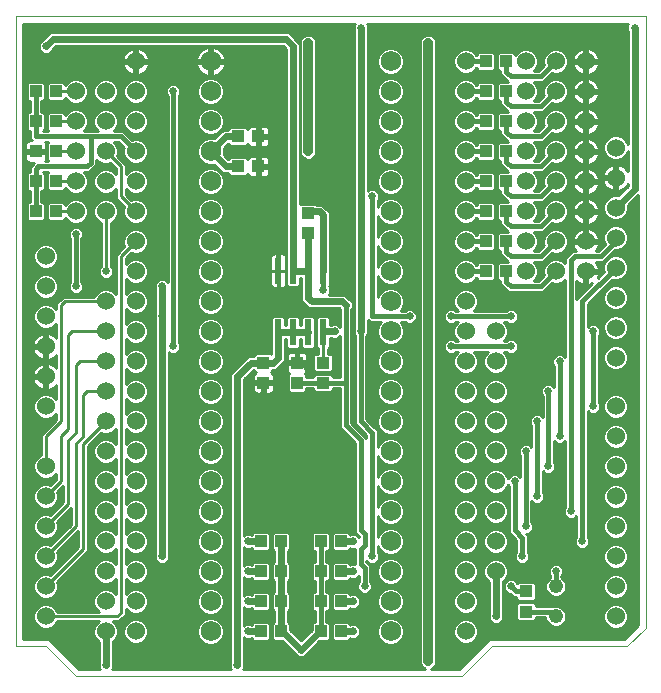
<source format=gbl>
G75*
%MOIN*%
%OFA0B0*%
%FSLAX24Y24*%
%IPPOS*%
%LPD*%
%AMOC8*
5,1,8,0,0,1.08239X$1,22.5*
%
%ADD10C,0.0000*%
%ADD11C,0.0690*%
%ADD12C,0.0600*%
%ADD13R,0.0236X0.0866*%
%ADD14R,0.0433X0.0394*%
%ADD15R,0.0394X0.0433*%
%ADD16C,0.0480*%
%ADD17C,0.0160*%
%ADD18C,0.0250*%
%ADD19C,0.0100*%
%ADD20C,0.0240*%
%ADD21C,0.0320*%
D10*
X000175Y002125D02*
X000175Y023125D01*
X021175Y023125D01*
X021175Y002750D01*
X020550Y002125D01*
X016050Y002125D01*
X015050Y001125D01*
X002175Y001125D01*
X001175Y002125D01*
X000175Y002125D01*
D11*
X006675Y002625D03*
X006675Y003625D03*
X006675Y004625D03*
X006675Y005625D03*
X006675Y006625D03*
X006675Y007625D03*
X006675Y008625D03*
X006675Y009625D03*
X006675Y010625D03*
X006675Y011625D03*
X006675Y012625D03*
X006675Y013625D03*
X006675Y014625D03*
X006675Y015625D03*
X006675Y016625D03*
X006675Y017625D03*
X006675Y018625D03*
X006675Y019625D03*
X006675Y020625D03*
X006675Y021625D03*
X012675Y021625D03*
X012675Y020625D03*
X012675Y019625D03*
X012675Y018625D03*
X012675Y017625D03*
X012675Y016625D03*
X012675Y015625D03*
X012675Y014625D03*
X012675Y013625D03*
X012675Y012625D03*
X012675Y011625D03*
X012675Y010625D03*
X012675Y009625D03*
X012675Y008625D03*
X012675Y007625D03*
X012675Y006625D03*
X012675Y005625D03*
X012675Y004625D03*
X012675Y003625D03*
X012675Y002625D03*
D12*
X015175Y002625D03*
X015175Y003625D03*
X015175Y004625D03*
X015175Y005625D03*
X015175Y006625D03*
X015175Y007625D03*
X015175Y008625D03*
X015175Y009625D03*
X015175Y010625D03*
X015175Y011625D03*
X015175Y012625D03*
X015175Y013625D03*
X015175Y014625D03*
X015175Y015625D03*
X015175Y016625D03*
X015175Y017625D03*
X015175Y018625D03*
X015175Y019625D03*
X015175Y020625D03*
X015175Y021625D03*
X017175Y021625D03*
X017175Y020625D03*
X017175Y019625D03*
X017175Y018625D03*
X017175Y017625D03*
X017175Y016625D03*
X017175Y015625D03*
X017175Y014625D03*
X018175Y014625D03*
X018175Y015625D03*
X018175Y016625D03*
X018175Y017625D03*
X018175Y018625D03*
X018175Y019625D03*
X018175Y020625D03*
X018175Y021625D03*
X019175Y021625D03*
X019175Y020625D03*
X019175Y019625D03*
X019175Y018625D03*
X019175Y017625D03*
X019175Y016625D03*
X019175Y015625D03*
X019175Y014625D03*
X020175Y014750D03*
X020175Y015750D03*
X020175Y016750D03*
X020175Y017750D03*
X020175Y018750D03*
X020175Y013750D03*
X020175Y012750D03*
X020175Y011750D03*
X020175Y010125D03*
X020175Y009125D03*
X020175Y008125D03*
X020175Y007125D03*
X020175Y006125D03*
X020175Y005125D03*
X020175Y004125D03*
X020175Y003125D03*
X016175Y004625D03*
X016175Y005625D03*
X016175Y006625D03*
X016175Y007625D03*
X016175Y008625D03*
X016175Y009625D03*
X016175Y010625D03*
X016175Y011625D03*
X016175Y012625D03*
X004175Y012625D03*
X004175Y011625D03*
X004175Y010625D03*
X004175Y009625D03*
X004175Y008625D03*
X004175Y007625D03*
X004175Y006625D03*
X004175Y005625D03*
X004175Y004625D03*
X004175Y003625D03*
X004175Y002625D03*
X003175Y002625D03*
X003175Y003625D03*
X003175Y004625D03*
X003175Y005625D03*
X003175Y006625D03*
X003175Y007625D03*
X003175Y008625D03*
X003175Y009625D03*
X003175Y010625D03*
X003175Y011625D03*
X003175Y012625D03*
X003175Y013625D03*
X004175Y013625D03*
X004175Y014625D03*
X004175Y015625D03*
X004175Y016625D03*
X004175Y017625D03*
X004175Y018625D03*
X004175Y019625D03*
X004175Y020625D03*
X004175Y021625D03*
X003175Y020625D03*
X003175Y019625D03*
X003175Y018625D03*
X003175Y017625D03*
X003175Y016625D03*
X002175Y016625D03*
X002175Y017625D03*
X002175Y018625D03*
X002175Y019625D03*
X002175Y020625D03*
X001175Y015125D03*
X001175Y014125D03*
X001175Y013125D03*
X001175Y012125D03*
X001175Y011125D03*
X001175Y010125D03*
X001175Y008125D03*
X001175Y007125D03*
X001175Y006125D03*
X001175Y005125D03*
X001175Y004125D03*
X001175Y003125D03*
D13*
X008925Y012601D03*
X009425Y012601D03*
X009925Y012601D03*
X010425Y012601D03*
X010425Y014649D03*
X009925Y014649D03*
X009425Y014649D03*
X008925Y014649D03*
D14*
X009925Y015915D03*
X009925Y016585D03*
X008260Y018125D03*
X007590Y018125D03*
X007590Y019125D03*
X008260Y019125D03*
X010425Y011585D03*
X010425Y010915D03*
X017175Y003960D03*
X017175Y003290D03*
D15*
X011010Y003625D03*
X010340Y003625D03*
X010340Y004625D03*
X011010Y004625D03*
X011010Y005625D03*
X010340Y005625D03*
X009010Y005625D03*
X008340Y005625D03*
X008340Y004625D03*
X009010Y004625D03*
X009010Y003625D03*
X008340Y003625D03*
X008340Y002625D03*
X009010Y002625D03*
X010340Y002625D03*
X011010Y002625D03*
X009550Y010915D03*
X009550Y011585D03*
X008425Y011585D03*
X008425Y010915D03*
X001510Y016625D03*
X000840Y016625D03*
X000840Y017625D03*
X000840Y018625D03*
X000840Y019625D03*
X001510Y019625D03*
X001510Y018625D03*
X001510Y017625D03*
X001510Y020625D03*
X000840Y020625D03*
X015840Y020625D03*
X016510Y020625D03*
X016510Y021625D03*
X015840Y021625D03*
X015840Y019625D03*
X016510Y019625D03*
X016510Y018625D03*
X015840Y018625D03*
X015840Y017625D03*
X016510Y017625D03*
X016510Y016625D03*
X015840Y016625D03*
X015840Y015625D03*
X016510Y015625D03*
X016510Y014625D03*
X015840Y014625D03*
D16*
X018175Y004125D03*
X018175Y003125D03*
D17*
X018010Y003290D01*
X017175Y003290D01*
X017175Y003960D02*
X016840Y003960D01*
X016675Y004125D01*
X017050Y005125D02*
X017050Y005750D01*
X016800Y006000D01*
X016800Y007625D01*
X017550Y007125D02*
X017550Y009625D01*
X018300Y009125D02*
X018300Y011625D01*
X017925Y010625D02*
X017925Y008125D01*
X017175Y008625D02*
X017175Y006125D01*
X018175Y004625D02*
X018175Y004125D01*
X019050Y005625D02*
X019050Y013625D01*
X020175Y014750D01*
X019675Y015125D02*
X018800Y015125D01*
X018675Y015000D01*
X018675Y006625D01*
X019425Y010125D02*
X019425Y012625D01*
X017675Y014125D02*
X018175Y014625D01*
X017675Y014125D02*
X016675Y014125D01*
X016510Y014290D01*
X016510Y014625D01*
X016675Y015125D02*
X017675Y015125D01*
X018175Y015625D01*
X017675Y016125D02*
X018175Y016625D01*
X017675Y016125D02*
X016675Y016125D01*
X016510Y016290D01*
X016510Y016625D01*
X016675Y017125D02*
X016510Y017290D01*
X016510Y017625D01*
X016675Y018125D02*
X017675Y018125D01*
X018175Y018625D01*
X017675Y019125D02*
X018175Y019625D01*
X017675Y019125D02*
X016675Y019125D01*
X016510Y019290D01*
X016510Y019625D01*
X016675Y020125D02*
X017675Y020125D01*
X018175Y020625D01*
X017675Y021125D02*
X018175Y021625D01*
X017675Y021125D02*
X016675Y021125D01*
X016510Y021290D01*
X016510Y021625D01*
X015840Y021625D02*
X015175Y021625D01*
X015175Y020625D02*
X015840Y020625D01*
X016510Y020625D02*
X016510Y020290D01*
X016675Y020125D01*
X015840Y019625D02*
X015175Y019625D01*
X015175Y018625D02*
X015840Y018625D01*
X016510Y018625D02*
X016510Y018290D01*
X016675Y018125D01*
X016675Y017125D02*
X017675Y017125D01*
X018175Y017625D01*
X016510Y015625D02*
X016510Y015290D01*
X016675Y015125D01*
X015840Y014625D02*
X015175Y014625D01*
X015175Y015625D02*
X015840Y015625D01*
X015840Y016625D02*
X015175Y016625D01*
X015175Y017625D02*
X015840Y017625D01*
X016675Y013125D02*
X014675Y013125D01*
X014675Y012125D02*
X016675Y012125D01*
X019675Y015125D02*
X020175Y015625D01*
X020175Y015750D01*
X013300Y013125D02*
X012050Y013125D01*
X012050Y017125D01*
X010425Y014649D02*
X010425Y014000D01*
X011175Y013500D02*
X011175Y010875D01*
X011135Y010915D01*
X010425Y010915D01*
X009550Y010915D01*
X009925Y011375D02*
X009715Y011585D01*
X009550Y011585D01*
X010425Y012601D02*
X010449Y012625D01*
X011175Y010875D02*
X011175Y009500D01*
X011675Y009000D01*
X011675Y006000D01*
X011800Y005875D01*
X011800Y005500D01*
X011675Y005375D01*
X011675Y004875D01*
X011800Y004750D01*
X011800Y004125D01*
X012050Y005125D02*
X012050Y009250D01*
X011675Y009625D01*
X011675Y012625D01*
X008925Y014649D02*
X008925Y015625D01*
X008425Y010915D02*
X008425Y010500D01*
X005425Y012125D02*
X005425Y020625D01*
X003675Y019125D02*
X004175Y018625D01*
X003675Y019125D02*
X002675Y019125D01*
X002675Y018250D01*
X002550Y018125D01*
X000925Y018125D01*
X000840Y018040D01*
X000840Y017625D01*
X000840Y016625D01*
X002175Y015875D02*
X002175Y014125D01*
X002675Y019125D02*
X000840Y019125D01*
X000840Y019625D01*
X000840Y020625D01*
X010340Y005625D02*
X010340Y004625D01*
X010340Y003625D01*
X010340Y002625D01*
D18*
X009675Y003125D03*
X009675Y002000D03*
X007925Y002625D03*
X007550Y001500D03*
X007925Y003625D03*
X007925Y004625D03*
X007925Y005625D03*
X008675Y006625D03*
X008675Y008125D03*
X009675Y009125D03*
X010675Y008125D03*
X010550Y006625D03*
X011425Y005625D03*
X012050Y005125D03*
X011425Y004625D03*
X011800Y004125D03*
X011425Y003625D03*
X011425Y002625D03*
X013425Y003125D03*
X013925Y003125D03*
X013925Y001625D03*
X016175Y003125D03*
X016675Y004125D03*
X017050Y005125D03*
X017175Y006125D03*
X017550Y007125D03*
X018175Y007625D03*
X017925Y008125D03*
X017175Y008625D03*
X016925Y009125D03*
X017550Y009625D03*
X017175Y010125D03*
X017925Y010625D03*
X017175Y011125D03*
X016675Y012125D03*
X016675Y013125D03*
X015800Y013500D03*
X014675Y013125D03*
X014675Y012125D03*
X014675Y011125D03*
X014675Y010125D03*
X014675Y009125D03*
X014675Y008125D03*
X014675Y007125D03*
X014675Y006125D03*
X016800Y007625D03*
X018300Y009125D03*
X019425Y010125D03*
X020175Y010875D03*
X019425Y012625D03*
X018300Y011625D03*
X018675Y006625D03*
X019050Y005625D03*
X018175Y004625D03*
X019175Y003625D03*
X013300Y013125D03*
X014425Y015125D03*
X014425Y016125D03*
X014425Y017125D03*
X014425Y018125D03*
X014425Y019125D03*
X014425Y020125D03*
X014425Y021125D03*
X013925Y022250D03*
X011675Y022750D03*
X010425Y021375D03*
X009925Y022250D03*
X010425Y019875D03*
X009925Y018625D03*
X010425Y017875D03*
X011050Y015875D03*
X011050Y014875D03*
X010425Y014000D03*
X009425Y013625D03*
X010800Y012625D03*
X011675Y012625D03*
X009925Y011375D03*
X010675Y010250D03*
X008425Y010500D03*
X007675Y012625D03*
X007675Y013625D03*
X007675Y014625D03*
X007675Y015625D03*
X007675Y016625D03*
X008925Y015625D03*
X012050Y017125D03*
X005425Y020625D03*
X005425Y021625D03*
X002675Y021625D03*
X001675Y021625D03*
X001175Y022125D03*
X002175Y015875D03*
X003175Y014625D03*
X002175Y014125D03*
X005050Y014125D03*
X005050Y013125D03*
X005425Y012125D03*
X005425Y011125D03*
X005425Y010125D03*
X005425Y009125D03*
X005425Y008125D03*
X005425Y007125D03*
X005425Y006125D03*
X005425Y005125D03*
X005050Y005125D03*
X005425Y004125D03*
X005425Y003125D03*
X003175Y001500D03*
X009675Y005125D03*
X020175Y019625D03*
X020175Y020625D03*
X020175Y021625D03*
X020800Y022750D03*
D19*
X020565Y022712D02*
X011910Y022712D01*
X011910Y022653D02*
X011910Y022847D01*
X011882Y022875D01*
X020593Y022875D01*
X020565Y022847D01*
X020565Y022653D01*
X020570Y022648D01*
X020570Y018868D01*
X020523Y018982D01*
X020407Y019098D01*
X020257Y019160D01*
X020093Y019160D01*
X019943Y019098D01*
X019827Y018982D01*
X019765Y018832D01*
X019765Y018668D01*
X019827Y018518D01*
X019943Y018402D01*
X020093Y018340D01*
X020257Y018340D01*
X020407Y018402D01*
X020523Y018518D01*
X020570Y018632D01*
X020570Y017966D01*
X020560Y017986D01*
X020518Y018043D01*
X020468Y018093D01*
X020411Y018135D01*
X020348Y018167D01*
X020280Y018189D01*
X020225Y018198D01*
X020225Y017800D01*
X020125Y017800D01*
X020125Y018198D01*
X020070Y018189D01*
X020002Y018167D01*
X019939Y018135D01*
X019882Y018093D01*
X019832Y018043D01*
X019790Y017986D01*
X019758Y017923D01*
X019736Y017855D01*
X019727Y017800D01*
X020125Y017800D01*
X020125Y017700D01*
X020225Y017700D01*
X020225Y017302D01*
X020280Y017311D01*
X020348Y017333D01*
X020411Y017365D01*
X020468Y017407D01*
X020518Y017457D01*
X020560Y017514D01*
X020570Y017534D01*
X020570Y017470D01*
X020259Y017159D01*
X020257Y017160D01*
X020093Y017160D01*
X019943Y017098D01*
X019827Y016982D01*
X019765Y016832D01*
X019765Y016668D01*
X019827Y016518D01*
X019943Y016402D01*
X020093Y016340D01*
X020257Y016340D01*
X020407Y016402D01*
X020523Y016518D01*
X020585Y016668D01*
X020585Y016832D01*
X020584Y016834D01*
X020895Y017145D01*
X020925Y017175D01*
X020925Y002854D01*
X020446Y002375D01*
X016000Y002375D01*
X015908Y002337D01*
X015838Y002267D01*
X015838Y002267D01*
X014946Y001375D01*
X014027Y001375D01*
X014078Y001396D01*
X014154Y001472D01*
X014195Y001571D01*
X014195Y022304D01*
X014154Y022403D01*
X014078Y022479D01*
X013979Y022520D01*
X013871Y022520D01*
X013772Y022479D01*
X013696Y022403D01*
X013655Y022304D01*
X013655Y001571D01*
X013696Y001472D01*
X013772Y001396D01*
X013823Y001375D01*
X007757Y001375D01*
X007785Y001403D01*
X007785Y001597D01*
X007780Y001602D01*
X007780Y002438D01*
X007828Y002390D01*
X008022Y002390D01*
X008027Y002395D01*
X008034Y002395D01*
X008034Y002363D01*
X008098Y002298D01*
X008583Y002298D01*
X008647Y002363D01*
X008647Y002887D01*
X008583Y002952D01*
X008098Y002952D01*
X008034Y002887D01*
X008034Y002855D01*
X008027Y002855D01*
X008022Y002860D01*
X007828Y002860D01*
X007780Y002812D01*
X007780Y003438D01*
X007828Y003390D01*
X008022Y003390D01*
X008027Y003395D01*
X008034Y003395D01*
X008034Y003363D01*
X008098Y003298D01*
X008583Y003298D01*
X008647Y003363D01*
X008647Y003887D01*
X008583Y003952D01*
X008098Y003952D01*
X008034Y003887D01*
X008034Y003855D01*
X008027Y003855D01*
X008022Y003860D01*
X007828Y003860D01*
X007780Y003812D01*
X007780Y004438D01*
X007828Y004390D01*
X008022Y004390D01*
X008027Y004395D01*
X008034Y004395D01*
X008034Y004363D01*
X008098Y004298D01*
X008583Y004298D01*
X008647Y004363D01*
X008647Y004887D01*
X008583Y004952D01*
X008098Y004952D01*
X008034Y004887D01*
X008034Y004855D01*
X008027Y004855D01*
X008022Y004860D01*
X007828Y004860D01*
X007780Y004812D01*
X007780Y005438D01*
X007828Y005390D01*
X008022Y005390D01*
X008027Y005395D01*
X008034Y005395D01*
X008034Y005363D01*
X008098Y005298D01*
X008583Y005298D01*
X008647Y005363D01*
X008647Y005887D01*
X008583Y005952D01*
X008098Y005952D01*
X008034Y005887D01*
X008034Y005855D01*
X008027Y005855D01*
X008022Y005860D01*
X007828Y005860D01*
X007780Y005812D01*
X007780Y011030D01*
X008105Y011355D01*
X008118Y011355D01*
X008118Y011323D01*
X008169Y011271D01*
X008136Y011252D01*
X008108Y011224D01*
X008088Y011190D01*
X008078Y011152D01*
X008078Y010964D01*
X008377Y010964D01*
X008377Y010867D01*
X008473Y010867D01*
X008473Y010549D01*
X008642Y010549D01*
X008680Y010559D01*
X008714Y010579D01*
X008742Y010607D01*
X008762Y010641D01*
X008772Y010679D01*
X008772Y010867D01*
X008473Y010867D01*
X008473Y010964D01*
X008772Y010964D01*
X008772Y011152D01*
X008762Y011190D01*
X008742Y011224D01*
X008714Y011252D01*
X008681Y011271D01*
X008732Y011323D01*
X008732Y011355D01*
X008855Y011355D01*
X009020Y011520D01*
X009155Y011655D01*
X009155Y012371D01*
X009197Y012371D01*
X009197Y012123D01*
X009261Y012058D01*
X009589Y012058D01*
X009653Y012123D01*
X009653Y012371D01*
X009697Y012371D01*
X009697Y012123D01*
X009761Y012058D01*
X010089Y012058D01*
X010153Y012123D01*
X010153Y012504D01*
X010155Y012506D01*
X010155Y012697D01*
X010153Y012699D01*
X010153Y013080D01*
X010089Y013144D01*
X009761Y013144D01*
X009697Y013080D01*
X009697Y012831D01*
X009653Y012831D01*
X009653Y013080D01*
X009589Y013144D01*
X009261Y013144D01*
X009197Y013080D01*
X009197Y012831D01*
X009153Y012831D01*
X009153Y013080D01*
X009089Y013144D01*
X008761Y013144D01*
X008697Y013080D01*
X008697Y012699D01*
X008695Y012697D01*
X008695Y011884D01*
X008667Y011911D01*
X008183Y011911D01*
X008118Y011847D01*
X008118Y011815D01*
X007914Y011815D01*
X007320Y011220D01*
X007320Y001602D01*
X007315Y001597D01*
X007315Y001403D01*
X007343Y001375D01*
X003382Y001375D01*
X003410Y001403D01*
X003410Y001597D01*
X003405Y001602D01*
X003405Y002276D01*
X003407Y002277D01*
X003523Y002393D01*
X003585Y002543D01*
X003585Y002707D01*
X003523Y002857D01*
X003415Y002965D01*
X003616Y002965D01*
X003710Y003059D01*
X003835Y003184D01*
X003835Y003385D01*
X003943Y003277D01*
X004093Y003215D01*
X004257Y003215D01*
X004407Y003277D01*
X004523Y003393D01*
X004585Y003543D01*
X004585Y003707D01*
X004523Y003857D01*
X004407Y003973D01*
X004257Y004035D01*
X004093Y004035D01*
X003943Y003973D01*
X003835Y003865D01*
X003835Y004385D01*
X003943Y004277D01*
X004093Y004215D01*
X004257Y004215D01*
X004407Y004277D01*
X004523Y004393D01*
X004585Y004543D01*
X004585Y004707D01*
X004523Y004857D01*
X004407Y004973D01*
X004257Y005035D01*
X004093Y005035D01*
X003943Y004973D01*
X003835Y004865D01*
X003835Y005385D01*
X003943Y005277D01*
X004093Y005215D01*
X004257Y005215D01*
X004407Y005277D01*
X004523Y005393D01*
X004585Y005543D01*
X004585Y005707D01*
X004523Y005857D01*
X004407Y005973D01*
X004257Y006035D01*
X004093Y006035D01*
X003943Y005973D01*
X003835Y005865D01*
X003835Y006385D01*
X003943Y006277D01*
X004093Y006215D01*
X004257Y006215D01*
X004407Y006277D01*
X004523Y006393D01*
X004585Y006543D01*
X004585Y006707D01*
X004523Y006857D01*
X004407Y006973D01*
X004257Y007035D01*
X004093Y007035D01*
X003943Y006973D01*
X003835Y006865D01*
X003835Y007385D01*
X003943Y007277D01*
X004093Y007215D01*
X004257Y007215D01*
X004407Y007277D01*
X004523Y007393D01*
X004585Y007543D01*
X004585Y007707D01*
X004523Y007857D01*
X004407Y007973D01*
X004257Y008035D01*
X004093Y008035D01*
X003943Y007973D01*
X003835Y007865D01*
X003835Y008385D01*
X003943Y008277D01*
X004093Y008215D01*
X004257Y008215D01*
X004407Y008277D01*
X004523Y008393D01*
X004585Y008543D01*
X004585Y008707D01*
X004523Y008857D01*
X004407Y008973D01*
X004257Y009035D01*
X004093Y009035D01*
X003943Y008973D01*
X003835Y008865D01*
X003835Y009385D01*
X003943Y009277D01*
X004093Y009215D01*
X004257Y009215D01*
X004407Y009277D01*
X004523Y009393D01*
X004585Y009543D01*
X004585Y009707D01*
X004523Y009857D01*
X004407Y009973D01*
X004257Y010035D01*
X004093Y010035D01*
X003943Y009973D01*
X003835Y009865D01*
X003835Y010385D01*
X003943Y010277D01*
X004093Y010215D01*
X004257Y010215D01*
X004407Y010277D01*
X004523Y010393D01*
X004585Y010543D01*
X004585Y010707D01*
X004523Y010857D01*
X004407Y010973D01*
X004257Y011035D01*
X004093Y011035D01*
X003943Y010973D01*
X003835Y010865D01*
X003835Y011385D01*
X003943Y011277D01*
X004093Y011215D01*
X004257Y011215D01*
X004407Y011277D01*
X004523Y011393D01*
X004585Y011543D01*
X004585Y011707D01*
X004523Y011857D01*
X004407Y011973D01*
X004257Y012035D01*
X004093Y012035D01*
X003943Y011973D01*
X003835Y011865D01*
X003835Y012385D01*
X003943Y012277D01*
X004093Y012215D01*
X004257Y012215D01*
X004407Y012277D01*
X004523Y012393D01*
X004585Y012543D01*
X004585Y012707D01*
X004523Y012857D01*
X004407Y012973D01*
X004257Y013035D01*
X004093Y013035D01*
X003943Y012973D01*
X003835Y012865D01*
X003835Y013385D01*
X003943Y013277D01*
X004093Y013215D01*
X004257Y013215D01*
X004407Y013277D01*
X004523Y013393D01*
X004585Y013543D01*
X004585Y013707D01*
X004523Y013857D01*
X004407Y013973D01*
X004257Y014035D01*
X004093Y014035D01*
X003943Y013973D01*
X003835Y013865D01*
X003835Y014385D01*
X003943Y014277D01*
X004093Y014215D01*
X004257Y014215D01*
X004407Y014277D01*
X004523Y014393D01*
X004585Y014543D01*
X004585Y014707D01*
X004523Y014857D01*
X004407Y014973D01*
X004257Y015035D01*
X004093Y015035D01*
X003943Y014973D01*
X003835Y014865D01*
X003835Y015059D01*
X004021Y015245D01*
X004093Y015215D01*
X004257Y015215D01*
X004407Y015277D01*
X004523Y015393D01*
X004585Y015543D01*
X004585Y015707D01*
X004523Y015857D01*
X004407Y015973D01*
X004257Y016035D01*
X004093Y016035D01*
X003943Y015973D01*
X003827Y015857D01*
X003765Y015707D01*
X003765Y015543D01*
X003795Y015471D01*
X003609Y015285D01*
X003515Y015191D01*
X003515Y013865D01*
X003407Y013973D01*
X003257Y014035D01*
X003093Y014035D01*
X002943Y013973D01*
X002827Y013857D01*
X002797Y013785D01*
X001734Y013785D01*
X001640Y013691D01*
X001515Y013566D01*
X001515Y013365D01*
X001407Y013473D01*
X001257Y013535D01*
X001093Y013535D01*
X000943Y013473D01*
X000827Y013357D01*
X000765Y013207D01*
X000765Y013043D01*
X000827Y012893D01*
X000943Y012777D01*
X001093Y012715D01*
X001257Y012715D01*
X001407Y012777D01*
X001515Y012885D01*
X001515Y012421D01*
X001468Y012468D01*
X001411Y012510D01*
X001348Y012542D01*
X001280Y012564D01*
X001225Y012573D01*
X001225Y012175D01*
X001125Y012175D01*
X001125Y012573D01*
X001070Y012564D01*
X001002Y012542D01*
X000939Y012510D01*
X000882Y012468D01*
X000832Y012418D01*
X000790Y012361D01*
X000758Y012298D01*
X000736Y012230D01*
X000727Y012175D01*
X001125Y012175D01*
X001125Y012075D01*
X001225Y012075D01*
X001225Y011677D01*
X001280Y011686D01*
X001348Y011708D01*
X001411Y011740D01*
X001468Y011782D01*
X001515Y011829D01*
X001515Y011421D01*
X001468Y011468D01*
X001411Y011510D01*
X001348Y011542D01*
X001280Y011564D01*
X001225Y011573D01*
X001225Y011175D01*
X001125Y011175D01*
X001125Y011573D01*
X001070Y011564D01*
X001002Y011542D01*
X000939Y011510D01*
X000882Y011468D01*
X000832Y011418D01*
X000790Y011361D01*
X000758Y011298D01*
X000736Y011230D01*
X000727Y011175D01*
X001125Y011175D01*
X001125Y011075D01*
X001225Y011075D01*
X001225Y010677D01*
X001280Y010686D01*
X001348Y010708D01*
X001411Y010740D01*
X001468Y010782D01*
X001515Y010829D01*
X001515Y010365D01*
X001407Y010473D01*
X001257Y010535D01*
X001093Y010535D01*
X000943Y010473D01*
X000827Y010357D01*
X000765Y010207D01*
X000765Y010043D01*
X000827Y009893D01*
X000943Y009777D01*
X001093Y009715D01*
X001257Y009715D01*
X001407Y009777D01*
X001515Y009885D01*
X001515Y009691D01*
X001015Y009191D01*
X001015Y008503D01*
X000943Y008473D01*
X000827Y008357D01*
X000765Y008207D01*
X000765Y008043D01*
X000827Y007893D01*
X000943Y007777D01*
X001093Y007715D01*
X001257Y007715D01*
X001407Y007777D01*
X001515Y007885D01*
X001515Y007691D01*
X001329Y007505D01*
X001257Y007535D01*
X001093Y007535D01*
X000943Y007473D01*
X000827Y007357D01*
X000765Y007207D01*
X000765Y007043D01*
X000827Y006893D01*
X000943Y006777D01*
X001093Y006715D01*
X001257Y006715D01*
X001407Y006777D01*
X001523Y006893D01*
X001585Y007043D01*
X001585Y007207D01*
X001555Y007279D01*
X001765Y007489D01*
X001765Y006941D01*
X001329Y006505D01*
X001257Y006535D01*
X001093Y006535D01*
X000943Y006473D01*
X000827Y006357D01*
X000765Y006207D01*
X000765Y006043D01*
X000827Y005893D01*
X000943Y005777D01*
X001093Y005715D01*
X001257Y005715D01*
X001407Y005777D01*
X001523Y005893D01*
X001585Y006043D01*
X001585Y006207D01*
X001555Y006279D01*
X002015Y006739D01*
X002015Y006191D01*
X001329Y005505D01*
X001257Y005535D01*
X001093Y005535D01*
X000943Y005473D01*
X000827Y005357D01*
X000765Y005207D01*
X000765Y005043D01*
X000827Y004893D01*
X000943Y004777D01*
X001093Y004715D01*
X001257Y004715D01*
X001407Y004777D01*
X001523Y004893D01*
X001585Y005043D01*
X001585Y005207D01*
X001555Y005279D01*
X002265Y005989D01*
X002265Y005441D01*
X001329Y004505D01*
X001257Y004535D01*
X001093Y004535D01*
X000943Y004473D01*
X000827Y004357D01*
X000765Y004207D01*
X000765Y004043D01*
X000827Y003893D01*
X000943Y003777D01*
X001093Y003715D01*
X001257Y003715D01*
X001407Y003777D01*
X001523Y003893D01*
X001585Y004043D01*
X001585Y004207D01*
X001555Y004279D01*
X002585Y005309D01*
X002585Y008809D01*
X003021Y009245D01*
X003093Y009215D01*
X003257Y009215D01*
X003407Y009277D01*
X003515Y009385D01*
X003515Y008865D01*
X003407Y008973D01*
X003257Y009035D01*
X003093Y009035D01*
X002943Y008973D01*
X002827Y008857D01*
X002765Y008707D01*
X002765Y008543D01*
X002827Y008393D01*
X002943Y008277D01*
X003093Y008215D01*
X003257Y008215D01*
X003407Y008277D01*
X003515Y008385D01*
X003515Y007865D01*
X003407Y007973D01*
X003257Y008035D01*
X003093Y008035D01*
X002943Y007973D01*
X002827Y007857D01*
X002765Y007707D01*
X002765Y007543D01*
X002827Y007393D01*
X002943Y007277D01*
X003093Y007215D01*
X003257Y007215D01*
X003407Y007277D01*
X003515Y007385D01*
X003515Y006865D01*
X003407Y006973D01*
X003257Y007035D01*
X003093Y007035D01*
X002943Y006973D01*
X002827Y006857D01*
X002765Y006707D01*
X002765Y006543D01*
X002827Y006393D01*
X002943Y006277D01*
X003093Y006215D01*
X003257Y006215D01*
X003407Y006277D01*
X003515Y006385D01*
X003515Y005865D01*
X003407Y005973D01*
X003257Y006035D01*
X003093Y006035D01*
X002943Y005973D01*
X002827Y005857D01*
X002765Y005707D01*
X002765Y005543D01*
X002827Y005393D01*
X002943Y005277D01*
X003093Y005215D01*
X003257Y005215D01*
X003407Y005277D01*
X003515Y005385D01*
X003515Y004865D01*
X003407Y004973D01*
X003257Y005035D01*
X003093Y005035D01*
X002943Y004973D01*
X002827Y004857D01*
X002765Y004707D01*
X002765Y004543D01*
X002827Y004393D01*
X002943Y004277D01*
X003093Y004215D01*
X003257Y004215D01*
X003407Y004277D01*
X003515Y004385D01*
X003515Y003865D01*
X003407Y003973D01*
X003257Y004035D01*
X003093Y004035D01*
X002943Y003973D01*
X002827Y003857D01*
X002765Y003707D01*
X002765Y003543D01*
X002827Y003393D01*
X002935Y003285D01*
X001553Y003285D01*
X001523Y003357D01*
X001407Y003473D01*
X001257Y003535D01*
X001093Y003535D01*
X000943Y003473D01*
X000827Y003357D01*
X000765Y003207D01*
X000765Y003043D01*
X000827Y002893D01*
X000943Y002777D01*
X001093Y002715D01*
X001257Y002715D01*
X001407Y002777D01*
X001523Y002893D01*
X001553Y002965D01*
X002935Y002965D01*
X002827Y002857D01*
X002765Y002707D01*
X002765Y002543D01*
X002827Y002393D01*
X002943Y002277D01*
X002945Y002276D01*
X002945Y001602D01*
X002940Y001597D01*
X002940Y001403D01*
X002968Y001375D01*
X002279Y001375D01*
X001317Y002337D01*
X001225Y002375D01*
X000425Y002375D01*
X000425Y022875D01*
X011468Y022875D01*
X011440Y022847D01*
X011440Y022653D01*
X011445Y022648D01*
X011445Y012727D01*
X011440Y012722D01*
X011440Y012528D01*
X011485Y012483D01*
X011485Y009546D01*
X011596Y009435D01*
X011596Y009435D01*
X011860Y009171D01*
X011860Y009084D01*
X011365Y009579D01*
X011365Y013365D01*
X011405Y013405D01*
X011405Y013595D01*
X011280Y013720D01*
X011145Y013855D01*
X010612Y013855D01*
X010660Y013903D01*
X010660Y014097D01*
X010620Y014137D01*
X010653Y014170D01*
X010653Y014551D01*
X010655Y014553D01*
X010655Y016595D01*
X010530Y016720D01*
X010395Y016855D01*
X010224Y016855D01*
X010187Y016891D01*
X009663Y016891D01*
X009655Y016884D01*
X009655Y022220D01*
X009520Y022355D01*
X009270Y022605D01*
X001330Y022605D01*
X001195Y022470D01*
X001085Y022360D01*
X001078Y022360D01*
X000940Y022222D01*
X000940Y022028D01*
X001078Y021890D01*
X001272Y021890D01*
X001410Y022028D01*
X001410Y022035D01*
X001520Y022145D01*
X009080Y022145D01*
X009195Y022030D01*
X009195Y014553D01*
X009197Y014551D01*
X009197Y014170D01*
X009261Y014106D01*
X009589Y014106D01*
X009653Y014170D01*
X009653Y014419D01*
X009695Y014419D01*
X009695Y013655D01*
X009830Y013520D01*
X009955Y013395D01*
X010955Y013395D01*
X010985Y013365D01*
X010985Y012772D01*
X010897Y012860D01*
X010703Y012860D01*
X010698Y012855D01*
X010653Y012855D01*
X010653Y013080D01*
X010589Y013144D01*
X010261Y013144D01*
X010197Y013080D01*
X010197Y012123D01*
X010261Y012058D01*
X010265Y012058D01*
X010265Y011891D01*
X010163Y011891D01*
X010098Y011827D01*
X010098Y011342D01*
X010163Y011278D01*
X010687Y011278D01*
X010752Y011342D01*
X010752Y011827D01*
X010687Y011891D01*
X010585Y011891D01*
X010585Y012058D01*
X010589Y012058D01*
X010653Y012123D01*
X010653Y012395D01*
X010698Y012395D01*
X010703Y012390D01*
X010897Y012390D01*
X010985Y012478D01*
X010985Y011105D01*
X010752Y011105D01*
X010752Y011158D01*
X010687Y011222D01*
X010163Y011222D01*
X010098Y011158D01*
X010098Y011105D01*
X009857Y011105D01*
X009857Y011177D01*
X009806Y011229D01*
X009839Y011248D01*
X009867Y011276D01*
X009887Y011310D01*
X009897Y011348D01*
X009897Y011536D01*
X009598Y011536D01*
X009598Y011633D01*
X009502Y011633D01*
X009502Y011951D01*
X009333Y011951D01*
X009295Y011941D01*
X009261Y011921D01*
X009233Y011893D01*
X009213Y011859D01*
X009203Y011821D01*
X009203Y011633D01*
X009502Y011633D01*
X009502Y011536D01*
X009203Y011536D01*
X009203Y011348D01*
X009213Y011310D01*
X009233Y011276D01*
X009261Y011248D01*
X009294Y011229D01*
X009243Y011177D01*
X009243Y010653D01*
X009308Y010589D01*
X009792Y010589D01*
X009857Y010653D01*
X009857Y010725D01*
X010098Y010725D01*
X010098Y010673D01*
X010163Y010609D01*
X010687Y010609D01*
X010752Y010673D01*
X010752Y010725D01*
X010985Y010725D01*
X010985Y009421D01*
X011096Y009310D01*
X011096Y009310D01*
X011485Y008921D01*
X011485Y005921D01*
X011596Y005810D01*
X011596Y005810D01*
X011610Y005796D01*
X011610Y005772D01*
X011522Y005860D01*
X011328Y005860D01*
X011323Y005855D01*
X011316Y005855D01*
X011316Y005887D01*
X011252Y005952D01*
X010767Y005952D01*
X010703Y005887D01*
X010703Y005363D01*
X010767Y005298D01*
X011252Y005298D01*
X011316Y005363D01*
X011316Y005395D01*
X011323Y005395D01*
X011328Y005390D01*
X011485Y005390D01*
X011485Y004860D01*
X011328Y004860D01*
X011323Y004855D01*
X011316Y004855D01*
X011316Y004887D01*
X011252Y004952D01*
X010767Y004952D01*
X010703Y004887D01*
X010703Y004363D01*
X010767Y004298D01*
X011252Y004298D01*
X011316Y004363D01*
X011316Y004395D01*
X011323Y004395D01*
X011328Y004390D01*
X011522Y004390D01*
X011610Y004478D01*
X011610Y004267D01*
X011565Y004222D01*
X011565Y004028D01*
X011703Y003890D01*
X011897Y003890D01*
X012035Y004028D01*
X012035Y004222D01*
X011990Y004267D01*
X011990Y004829D01*
X011865Y004954D01*
X011865Y004978D01*
X011953Y004890D01*
X012147Y004890D01*
X012285Y005028D01*
X012285Y005222D01*
X012240Y005267D01*
X012240Y005486D01*
X012289Y005367D01*
X012417Y005239D01*
X012584Y005170D01*
X012766Y005170D01*
X012933Y005239D01*
X013061Y005367D01*
X013130Y005534D01*
X013130Y005716D01*
X013061Y005883D01*
X012933Y006011D01*
X012766Y006080D01*
X012584Y006080D01*
X012417Y006011D01*
X012289Y005883D01*
X012240Y005764D01*
X012240Y006486D01*
X012289Y006367D01*
X012417Y006239D01*
X012584Y006170D01*
X012766Y006170D01*
X012933Y006239D01*
X013061Y006367D01*
X013130Y006534D01*
X013130Y006716D01*
X013061Y006883D01*
X012933Y007011D01*
X012766Y007080D01*
X012584Y007080D01*
X012417Y007011D01*
X012289Y006883D01*
X012240Y006764D01*
X012240Y007486D01*
X012289Y007367D01*
X012417Y007239D01*
X012584Y007170D01*
X012766Y007170D01*
X012933Y007239D01*
X013061Y007367D01*
X013130Y007534D01*
X013130Y007716D01*
X013061Y007883D01*
X012933Y008011D01*
X012766Y008080D01*
X012584Y008080D01*
X012417Y008011D01*
X012289Y007883D01*
X012240Y007764D01*
X012240Y008486D01*
X012289Y008367D01*
X012417Y008239D01*
X012584Y008170D01*
X012766Y008170D01*
X012933Y008239D01*
X013061Y008367D01*
X013130Y008534D01*
X013130Y008716D01*
X013061Y008883D01*
X012933Y009011D01*
X012766Y009080D01*
X012584Y009080D01*
X012417Y009011D01*
X012289Y008883D01*
X012240Y008764D01*
X012240Y009329D01*
X012129Y009440D01*
X012129Y009440D01*
X011865Y009704D01*
X011865Y012483D01*
X011910Y012528D01*
X011910Y012722D01*
X011905Y012727D01*
X011905Y013001D01*
X011971Y012935D01*
X012342Y012935D01*
X012289Y012883D01*
X012220Y012716D01*
X012220Y012534D01*
X012289Y012367D01*
X012417Y012239D01*
X012584Y012170D01*
X012766Y012170D01*
X012933Y012239D01*
X013061Y012367D01*
X013130Y012534D01*
X013130Y012716D01*
X013061Y012883D01*
X013008Y012935D01*
X013158Y012935D01*
X013203Y012890D01*
X013397Y012890D01*
X013535Y013028D01*
X013535Y013222D01*
X013397Y013360D01*
X013203Y013360D01*
X013158Y013315D01*
X013008Y013315D01*
X013061Y013367D01*
X013130Y013534D01*
X013130Y013716D01*
X013061Y013883D01*
X012933Y014011D01*
X012766Y014080D01*
X012584Y014080D01*
X012417Y014011D01*
X012289Y013883D01*
X012240Y013764D01*
X012240Y014486D01*
X012289Y014367D01*
X012417Y014239D01*
X012584Y014170D01*
X012766Y014170D01*
X012933Y014239D01*
X013061Y014367D01*
X013130Y014534D01*
X013130Y014716D01*
X013061Y014883D01*
X012933Y015011D01*
X012766Y015080D01*
X012584Y015080D01*
X012417Y015011D01*
X012289Y014883D01*
X012240Y014764D01*
X012240Y015486D01*
X012289Y015367D01*
X012417Y015239D01*
X012584Y015170D01*
X012766Y015170D01*
X012933Y015239D01*
X013061Y015367D01*
X013130Y015534D01*
X013130Y015716D01*
X013061Y015883D01*
X012933Y016011D01*
X012766Y016080D01*
X012584Y016080D01*
X012417Y016011D01*
X012289Y015883D01*
X012240Y015764D01*
X012240Y016486D01*
X012289Y016367D01*
X012417Y016239D01*
X012584Y016170D01*
X012766Y016170D01*
X012933Y016239D01*
X013061Y016367D01*
X013130Y016534D01*
X013130Y016716D01*
X013061Y016883D01*
X012933Y017011D01*
X012766Y017080D01*
X012584Y017080D01*
X012417Y017011D01*
X012289Y016883D01*
X012240Y016764D01*
X012240Y016983D01*
X012285Y017028D01*
X012285Y017222D01*
X012147Y017360D01*
X011953Y017360D01*
X011905Y017312D01*
X011905Y022648D01*
X011910Y022653D01*
X011905Y022613D02*
X020570Y022613D01*
X020570Y022515D02*
X013992Y022515D01*
X013858Y022515D02*
X011905Y022515D01*
X011905Y022416D02*
X013709Y022416D01*
X013661Y022318D02*
X011905Y022318D01*
X011905Y022219D02*
X013655Y022219D01*
X013655Y022121D02*
X011905Y022121D01*
X011905Y022022D02*
X012445Y022022D01*
X012417Y022011D02*
X012289Y021883D01*
X012220Y021716D01*
X012220Y021534D01*
X012289Y021367D01*
X012417Y021239D01*
X012584Y021170D01*
X012766Y021170D01*
X012933Y021239D01*
X013061Y021367D01*
X013130Y021534D01*
X013130Y021716D01*
X013061Y021883D01*
X012933Y022011D01*
X012766Y022080D01*
X012584Y022080D01*
X012417Y022011D01*
X012330Y021924D02*
X011905Y021924D01*
X011905Y021825D02*
X012265Y021825D01*
X012225Y021727D02*
X011905Y021727D01*
X011905Y021628D02*
X012220Y021628D01*
X012222Y021530D02*
X011905Y021530D01*
X011905Y021431D02*
X012263Y021431D01*
X012324Y021333D02*
X011905Y021333D01*
X011905Y021234D02*
X012430Y021234D01*
X012481Y021037D02*
X011905Y021037D01*
X011905Y020939D02*
X012345Y020939D01*
X012289Y020883D02*
X012220Y020716D01*
X012220Y020534D01*
X012289Y020367D01*
X012417Y020239D01*
X012584Y020170D01*
X012766Y020170D01*
X012933Y020239D01*
X013061Y020367D01*
X013130Y020534D01*
X013130Y020716D01*
X013061Y020883D01*
X012933Y021011D01*
X012766Y021080D01*
X012584Y021080D01*
X012417Y021011D01*
X012289Y020883D01*
X012272Y020840D02*
X011905Y020840D01*
X011905Y020742D02*
X012231Y020742D01*
X012220Y020643D02*
X011905Y020643D01*
X011905Y020545D02*
X012220Y020545D01*
X012257Y020446D02*
X011905Y020446D01*
X011905Y020348D02*
X012309Y020348D01*
X012407Y020249D02*
X011905Y020249D01*
X011905Y020151D02*
X013655Y020151D01*
X013655Y020249D02*
X012943Y020249D01*
X013041Y020348D02*
X013655Y020348D01*
X013655Y020446D02*
X013093Y020446D01*
X013130Y020545D02*
X013655Y020545D01*
X013655Y020643D02*
X013130Y020643D01*
X013119Y020742D02*
X013655Y020742D01*
X013655Y020840D02*
X013078Y020840D01*
X013005Y020939D02*
X013655Y020939D01*
X013655Y021037D02*
X012869Y021037D01*
X012920Y021234D02*
X013655Y021234D01*
X013655Y021136D02*
X011905Y021136D01*
X011445Y021136D02*
X010195Y021136D01*
X010195Y021234D02*
X011445Y021234D01*
X011445Y021333D02*
X010195Y021333D01*
X010195Y021431D02*
X011445Y021431D01*
X011445Y021530D02*
X010195Y021530D01*
X010195Y021628D02*
X011445Y021628D01*
X011445Y021727D02*
X010195Y021727D01*
X010195Y021825D02*
X011445Y021825D01*
X011445Y021924D02*
X010195Y021924D01*
X010195Y022022D02*
X011445Y022022D01*
X011445Y022121D02*
X010195Y022121D01*
X010195Y022219D02*
X011445Y022219D01*
X011445Y022318D02*
X010189Y022318D01*
X010195Y022304D02*
X010154Y022403D01*
X010078Y022479D01*
X009979Y022520D01*
X009871Y022520D01*
X009772Y022479D01*
X009696Y022403D01*
X009655Y022304D01*
X009655Y018571D01*
X009696Y018472D01*
X009772Y018396D01*
X009871Y018355D01*
X009979Y018355D01*
X010078Y018396D01*
X010154Y018472D01*
X010195Y018571D01*
X010195Y022304D01*
X010141Y022416D02*
X011445Y022416D01*
X011445Y022515D02*
X009992Y022515D01*
X009858Y022515D02*
X009361Y022515D01*
X009459Y022416D02*
X009709Y022416D01*
X009661Y022318D02*
X009558Y022318D01*
X009655Y022219D02*
X009655Y022219D01*
X009655Y022121D02*
X009655Y022121D01*
X009655Y022022D02*
X009655Y022022D01*
X009655Y021924D02*
X009655Y021924D01*
X009655Y021825D02*
X009655Y021825D01*
X009655Y021727D02*
X009655Y021727D01*
X009655Y021628D02*
X009655Y021628D01*
X009655Y021530D02*
X009655Y021530D01*
X009655Y021431D02*
X009655Y021431D01*
X009655Y021333D02*
X009655Y021333D01*
X009655Y021234D02*
X009655Y021234D01*
X009655Y021136D02*
X009655Y021136D01*
X009655Y021037D02*
X009655Y021037D01*
X009655Y020939D02*
X009655Y020939D01*
X009655Y020840D02*
X009655Y020840D01*
X009655Y020742D02*
X009655Y020742D01*
X009655Y020643D02*
X009655Y020643D01*
X009655Y020545D02*
X009655Y020545D01*
X009655Y020446D02*
X009655Y020446D01*
X009655Y020348D02*
X009655Y020348D01*
X009655Y020249D02*
X009655Y020249D01*
X009655Y020151D02*
X009655Y020151D01*
X009655Y020052D02*
X009655Y020052D01*
X009655Y019954D02*
X009655Y019954D01*
X009655Y019855D02*
X009655Y019855D01*
X009655Y019757D02*
X009655Y019757D01*
X009655Y019658D02*
X009655Y019658D01*
X009655Y019560D02*
X009655Y019560D01*
X009655Y019461D02*
X009655Y019461D01*
X009655Y019363D02*
X009655Y019363D01*
X009655Y019264D02*
X009655Y019264D01*
X009655Y019166D02*
X009655Y019166D01*
X009655Y019067D02*
X009655Y019067D01*
X009655Y018969D02*
X009655Y018969D01*
X009655Y018870D02*
X009655Y018870D01*
X009655Y018772D02*
X009655Y018772D01*
X009655Y018673D02*
X009655Y018673D01*
X009655Y018575D02*
X009655Y018575D01*
X009655Y018476D02*
X009694Y018476D01*
X009655Y018378D02*
X009817Y018378D01*
X009655Y018279D02*
X011445Y018279D01*
X011445Y018181D02*
X009655Y018181D01*
X009655Y018082D02*
X011445Y018082D01*
X011445Y017984D02*
X009655Y017984D01*
X009655Y017885D02*
X011445Y017885D01*
X011445Y017787D02*
X009655Y017787D01*
X009655Y017688D02*
X011445Y017688D01*
X011445Y017590D02*
X009655Y017590D01*
X009655Y017491D02*
X011445Y017491D01*
X011445Y017393D02*
X009655Y017393D01*
X009655Y017294D02*
X011445Y017294D01*
X011445Y017196D02*
X009655Y017196D01*
X009655Y017097D02*
X011445Y017097D01*
X011445Y016999D02*
X009655Y016999D01*
X009655Y016900D02*
X011445Y016900D01*
X011445Y016802D02*
X010449Y016802D01*
X010547Y016703D02*
X011445Y016703D01*
X011445Y016605D02*
X010646Y016605D01*
X010655Y016506D02*
X011445Y016506D01*
X011445Y016408D02*
X010655Y016408D01*
X010655Y016309D02*
X011445Y016309D01*
X011445Y016211D02*
X010655Y016211D01*
X010655Y016112D02*
X011445Y016112D01*
X011445Y016014D02*
X010655Y016014D01*
X010655Y015915D02*
X011445Y015915D01*
X011445Y015817D02*
X010655Y015817D01*
X010655Y015718D02*
X011445Y015718D01*
X011445Y015620D02*
X010655Y015620D01*
X010655Y015521D02*
X011445Y015521D01*
X011445Y015423D02*
X010655Y015423D01*
X010655Y015324D02*
X011445Y015324D01*
X011445Y015226D02*
X010655Y015226D01*
X010655Y015127D02*
X011445Y015127D01*
X011445Y015029D02*
X010655Y015029D01*
X010655Y014930D02*
X011445Y014930D01*
X011445Y014832D02*
X010655Y014832D01*
X010655Y014733D02*
X011445Y014733D01*
X011445Y014635D02*
X010655Y014635D01*
X010653Y014536D02*
X011445Y014536D01*
X011445Y014438D02*
X010653Y014438D01*
X010653Y014339D02*
X011445Y014339D01*
X011445Y014241D02*
X010653Y014241D01*
X010625Y014142D02*
X011445Y014142D01*
X011445Y014044D02*
X010660Y014044D01*
X010660Y013945D02*
X011445Y013945D01*
X011445Y013847D02*
X011154Y013847D01*
X011252Y013748D02*
X011445Y013748D01*
X011445Y013650D02*
X011351Y013650D01*
X011405Y013551D02*
X011445Y013551D01*
X011445Y013453D02*
X011405Y013453D01*
X011365Y013354D02*
X011445Y013354D01*
X011445Y013256D02*
X011365Y013256D01*
X011365Y013157D02*
X011445Y013157D01*
X011445Y013059D02*
X011365Y013059D01*
X011365Y012960D02*
X011445Y012960D01*
X011445Y012862D02*
X011365Y012862D01*
X011365Y012763D02*
X011445Y012763D01*
X011440Y012665D02*
X011365Y012665D01*
X011365Y012566D02*
X011440Y012566D01*
X011485Y012468D02*
X011365Y012468D01*
X011365Y012369D02*
X011485Y012369D01*
X011485Y012271D02*
X011365Y012271D01*
X011365Y012172D02*
X011485Y012172D01*
X011485Y012074D02*
X011365Y012074D01*
X011365Y011975D02*
X011485Y011975D01*
X011485Y011877D02*
X011365Y011877D01*
X011365Y011778D02*
X011485Y011778D01*
X011485Y011680D02*
X011365Y011680D01*
X011365Y011581D02*
X011485Y011581D01*
X011485Y011483D02*
X011365Y011483D01*
X011365Y011384D02*
X011485Y011384D01*
X011485Y011286D02*
X011365Y011286D01*
X011365Y011187D02*
X011485Y011187D01*
X011485Y011089D02*
X011365Y011089D01*
X011365Y010990D02*
X011485Y010990D01*
X011485Y010892D02*
X011365Y010892D01*
X011365Y010793D02*
X011485Y010793D01*
X011485Y010695D02*
X011365Y010695D01*
X011365Y010596D02*
X011485Y010596D01*
X011485Y010498D02*
X011365Y010498D01*
X011365Y010399D02*
X011485Y010399D01*
X011485Y010301D02*
X011365Y010301D01*
X011365Y010202D02*
X011485Y010202D01*
X011485Y010104D02*
X011365Y010104D01*
X011365Y010005D02*
X011485Y010005D01*
X011485Y009907D02*
X011365Y009907D01*
X011365Y009808D02*
X011485Y009808D01*
X011485Y009710D02*
X011365Y009710D01*
X011365Y009611D02*
X011485Y009611D01*
X011519Y009513D02*
X011431Y009513D01*
X011530Y009414D02*
X011617Y009414D01*
X011628Y009316D02*
X011716Y009316D01*
X011727Y009217D02*
X011814Y009217D01*
X011825Y009119D02*
X011860Y009119D01*
X012155Y009414D02*
X012270Y009414D01*
X012289Y009367D02*
X012220Y009534D01*
X012220Y009716D01*
X012289Y009883D01*
X012417Y010011D01*
X012584Y010080D01*
X012766Y010080D01*
X012933Y010011D01*
X013061Y009883D01*
X013130Y009716D01*
X013130Y009534D01*
X013061Y009367D01*
X012933Y009239D01*
X012766Y009170D01*
X012584Y009170D01*
X012417Y009239D01*
X012289Y009367D01*
X012240Y009316D02*
X012341Y009316D01*
X012240Y009217D02*
X012471Y009217D01*
X012440Y009020D02*
X012240Y009020D01*
X012240Y008922D02*
X012328Y008922D01*
X012265Y008823D02*
X012240Y008823D01*
X012240Y009119D02*
X013655Y009119D01*
X013655Y009217D02*
X012879Y009217D01*
X013009Y009316D02*
X013655Y009316D01*
X013655Y009414D02*
X013080Y009414D01*
X013121Y009513D02*
X013655Y009513D01*
X013655Y009611D02*
X013130Y009611D01*
X013130Y009710D02*
X013655Y009710D01*
X013655Y009808D02*
X013092Y009808D01*
X013037Y009907D02*
X013655Y009907D01*
X013655Y010005D02*
X012938Y010005D01*
X012843Y010202D02*
X013655Y010202D01*
X013655Y010104D02*
X011865Y010104D01*
X011865Y010202D02*
X012507Y010202D01*
X012584Y010170D02*
X012766Y010170D01*
X012933Y010239D01*
X013061Y010367D01*
X013130Y010534D01*
X013130Y010716D01*
X013061Y010883D01*
X012933Y011011D01*
X012766Y011080D01*
X012584Y011080D01*
X012417Y011011D01*
X012289Y010883D01*
X012220Y010716D01*
X012220Y010534D01*
X012289Y010367D01*
X012417Y010239D01*
X012584Y010170D01*
X012412Y010005D02*
X011865Y010005D01*
X011865Y009907D02*
X012313Y009907D01*
X012258Y009808D02*
X011865Y009808D01*
X011865Y009710D02*
X012220Y009710D01*
X012220Y009611D02*
X011958Y009611D01*
X012056Y009513D02*
X012229Y009513D01*
X012356Y010301D02*
X011865Y010301D01*
X011865Y010399D02*
X012276Y010399D01*
X012235Y010498D02*
X011865Y010498D01*
X011865Y010596D02*
X012220Y010596D01*
X012220Y010695D02*
X011865Y010695D01*
X011865Y010793D02*
X012252Y010793D01*
X012298Y010892D02*
X011865Y010892D01*
X011865Y010990D02*
X012397Y010990D01*
X012543Y011187D02*
X011865Y011187D01*
X011865Y011089D02*
X013655Y011089D01*
X013655Y011187D02*
X012807Y011187D01*
X012766Y011170D02*
X012933Y011239D01*
X013061Y011367D01*
X013130Y011534D01*
X013130Y011716D01*
X013061Y011883D01*
X012933Y012011D01*
X012766Y012080D01*
X012584Y012080D01*
X012417Y012011D01*
X012289Y011883D01*
X012220Y011716D01*
X012220Y011534D01*
X012289Y011367D01*
X012417Y011239D01*
X012584Y011170D01*
X012766Y011170D01*
X012979Y011286D02*
X013655Y011286D01*
X013655Y011384D02*
X013068Y011384D01*
X013108Y011483D02*
X013655Y011483D01*
X013655Y011581D02*
X013130Y011581D01*
X013130Y011680D02*
X013655Y011680D01*
X013655Y011778D02*
X013104Y011778D01*
X013063Y011877D02*
X013655Y011877D01*
X013655Y011975D02*
X012968Y011975D01*
X012781Y012074D02*
X013655Y012074D01*
X013655Y012172D02*
X012770Y012172D01*
X012580Y012172D02*
X011865Y012172D01*
X011865Y012074D02*
X012569Y012074D01*
X012382Y011975D02*
X011865Y011975D01*
X011865Y011877D02*
X012287Y011877D01*
X012246Y011778D02*
X011865Y011778D01*
X011865Y011680D02*
X012220Y011680D01*
X012220Y011581D02*
X011865Y011581D01*
X011865Y011483D02*
X012242Y011483D01*
X012282Y011384D02*
X011865Y011384D01*
X011865Y011286D02*
X012371Y011286D01*
X012953Y010990D02*
X013655Y010990D01*
X013655Y010892D02*
X013052Y010892D01*
X013098Y010793D02*
X013655Y010793D01*
X013655Y010695D02*
X013130Y010695D01*
X013130Y010596D02*
X013655Y010596D01*
X013655Y010498D02*
X013115Y010498D01*
X013074Y010399D02*
X013655Y010399D01*
X013655Y010301D02*
X012994Y010301D01*
X012910Y009020D02*
X013655Y009020D01*
X013655Y008922D02*
X013022Y008922D01*
X013085Y008823D02*
X013655Y008823D01*
X013655Y008725D02*
X013126Y008725D01*
X013130Y008626D02*
X013655Y008626D01*
X013655Y008528D02*
X013127Y008528D01*
X013086Y008429D02*
X013655Y008429D01*
X013655Y008331D02*
X013024Y008331D01*
X012915Y008232D02*
X013655Y008232D01*
X013655Y008134D02*
X012240Y008134D01*
X012240Y008232D02*
X012435Y008232D01*
X012326Y008331D02*
X012240Y008331D01*
X012240Y008429D02*
X012264Y008429D01*
X012240Y008035D02*
X012476Y008035D01*
X012343Y007937D02*
X012240Y007937D01*
X012240Y007838D02*
X012271Y007838D01*
X012257Y007444D02*
X012240Y007444D01*
X012240Y007346D02*
X012311Y007346D01*
X012240Y007247D02*
X012410Y007247D01*
X012240Y007149D02*
X013655Y007149D01*
X013655Y007247D02*
X012940Y007247D01*
X013039Y007346D02*
X013655Y007346D01*
X013655Y007444D02*
X013093Y007444D01*
X013130Y007543D02*
X013655Y007543D01*
X013655Y007641D02*
X013130Y007641D01*
X013120Y007740D02*
X013655Y007740D01*
X013655Y007838D02*
X013079Y007838D01*
X013007Y007937D02*
X013655Y007937D01*
X013655Y008035D02*
X012874Y008035D01*
X012838Y007050D02*
X013655Y007050D01*
X013655Y006952D02*
X012992Y006952D01*
X013073Y006853D02*
X013655Y006853D01*
X013655Y006755D02*
X013114Y006755D01*
X013130Y006656D02*
X013655Y006656D01*
X013655Y006558D02*
X013130Y006558D01*
X013099Y006459D02*
X013655Y006459D01*
X013655Y006361D02*
X013054Y006361D01*
X012955Y006262D02*
X013655Y006262D01*
X013655Y006164D02*
X012240Y006164D01*
X012240Y006262D02*
X012395Y006262D01*
X012296Y006361D02*
X012240Y006361D01*
X012240Y006459D02*
X012251Y006459D01*
X012240Y006065D02*
X012548Y006065D01*
X012373Y005967D02*
X012240Y005967D01*
X012240Y005868D02*
X012283Y005868D01*
X012242Y005770D02*
X012240Y005770D01*
X012240Y005474D02*
X012245Y005474D01*
X012240Y005376D02*
X012286Y005376D01*
X012240Y005277D02*
X012380Y005277D01*
X012285Y005179D02*
X012564Y005179D01*
X012584Y005080D02*
X012417Y005011D01*
X012289Y004883D01*
X012220Y004716D01*
X012220Y004534D01*
X012289Y004367D01*
X012417Y004239D01*
X012584Y004170D01*
X012766Y004170D01*
X012933Y004239D01*
X013061Y004367D01*
X013130Y004534D01*
X013130Y004716D01*
X013061Y004883D01*
X012933Y005011D01*
X012766Y005080D01*
X012584Y005080D01*
X012388Y004982D02*
X012239Y004982D01*
X012285Y005080D02*
X013655Y005080D01*
X013655Y004982D02*
X012962Y004982D01*
X013060Y004883D02*
X013655Y004883D01*
X013655Y004785D02*
X013101Y004785D01*
X013130Y004686D02*
X013655Y004686D01*
X013655Y004588D02*
X013130Y004588D01*
X013111Y004489D02*
X013655Y004489D01*
X013655Y004391D02*
X013070Y004391D01*
X012985Y004292D02*
X013655Y004292D01*
X013655Y004194D02*
X012822Y004194D01*
X012766Y004080D02*
X012584Y004080D01*
X012417Y004011D01*
X012289Y003883D01*
X012220Y003716D01*
X012220Y003534D01*
X012289Y003367D01*
X012417Y003239D01*
X012584Y003170D01*
X012766Y003170D01*
X012933Y003239D01*
X013061Y003367D01*
X013130Y003534D01*
X013130Y003716D01*
X013061Y003883D01*
X012933Y004011D01*
X012766Y004080D01*
X012947Y003997D02*
X013655Y003997D01*
X013655Y004095D02*
X012035Y004095D01*
X012035Y004194D02*
X012528Y004194D01*
X012365Y004292D02*
X011990Y004292D01*
X011990Y004391D02*
X012280Y004391D01*
X012239Y004489D02*
X011990Y004489D01*
X011990Y004588D02*
X012220Y004588D01*
X012220Y004686D02*
X011990Y004686D01*
X011990Y004785D02*
X012249Y004785D01*
X012290Y004883D02*
X011936Y004883D01*
X011485Y004883D02*
X011316Y004883D01*
X011485Y004982D02*
X010530Y004982D01*
X010530Y004952D02*
X010530Y005298D01*
X010583Y005298D01*
X010647Y005363D01*
X010647Y005887D01*
X010583Y005952D01*
X010098Y005952D01*
X010034Y005887D01*
X010034Y005363D01*
X010098Y005298D01*
X010150Y005298D01*
X010150Y004952D01*
X010098Y004952D01*
X010034Y004887D01*
X010034Y004363D01*
X010098Y004298D01*
X010150Y004298D01*
X010150Y003952D01*
X010098Y003952D01*
X010034Y003887D01*
X010034Y003363D01*
X010098Y003298D01*
X010150Y003298D01*
X010150Y002952D01*
X010098Y002952D01*
X010034Y002887D01*
X010034Y002684D01*
X009675Y002325D01*
X009316Y002684D01*
X009316Y002887D01*
X009252Y002952D01*
X009240Y002952D01*
X009240Y003298D01*
X009252Y003298D01*
X009316Y003363D01*
X009316Y003887D01*
X009252Y003952D01*
X009240Y003952D01*
X009240Y004298D01*
X009252Y004298D01*
X009316Y004363D01*
X009316Y004887D01*
X009252Y004952D01*
X009240Y004952D01*
X009240Y005298D01*
X009252Y005298D01*
X009316Y005363D01*
X009316Y005887D01*
X009252Y005952D01*
X008767Y005952D01*
X008703Y005887D01*
X008703Y005363D01*
X008767Y005298D01*
X008780Y005298D01*
X008780Y004952D01*
X008767Y004952D01*
X008703Y004887D01*
X008703Y004363D01*
X008767Y004298D01*
X008780Y004298D01*
X008780Y003952D01*
X008767Y003952D01*
X008703Y003887D01*
X008703Y003363D01*
X008767Y003298D01*
X008780Y003298D01*
X008780Y002952D01*
X008767Y002952D01*
X008703Y002887D01*
X008703Y002363D01*
X008767Y002298D01*
X009051Y002298D01*
X009440Y001910D01*
X009440Y001903D01*
X009578Y001765D01*
X009772Y001765D01*
X009910Y001903D01*
X009910Y001910D01*
X010299Y002298D01*
X010583Y002298D01*
X010647Y002363D01*
X010647Y002887D01*
X010583Y002952D01*
X010530Y002952D01*
X010530Y003298D01*
X010583Y003298D01*
X010647Y003363D01*
X010647Y003887D01*
X010583Y003952D01*
X010530Y003952D01*
X010530Y004298D01*
X010583Y004298D01*
X010647Y004363D01*
X010647Y004887D01*
X010583Y004952D01*
X010530Y004952D01*
X010530Y005080D02*
X011485Y005080D01*
X011485Y005179D02*
X010530Y005179D01*
X010530Y005277D02*
X011485Y005277D01*
X011485Y005376D02*
X011316Y005376D01*
X011316Y005868D02*
X011538Y005868D01*
X011485Y005967D02*
X007780Y005967D01*
X007780Y006065D02*
X011485Y006065D01*
X011485Y006164D02*
X007780Y006164D01*
X007780Y006262D02*
X011485Y006262D01*
X011485Y006361D02*
X007780Y006361D01*
X007780Y006459D02*
X011485Y006459D01*
X011485Y006558D02*
X007780Y006558D01*
X007780Y006656D02*
X011485Y006656D01*
X011485Y006755D02*
X007780Y006755D01*
X007780Y006853D02*
X011485Y006853D01*
X011485Y006952D02*
X007780Y006952D01*
X007780Y007050D02*
X011485Y007050D01*
X011485Y007149D02*
X007780Y007149D01*
X007780Y007247D02*
X011485Y007247D01*
X011485Y007346D02*
X007780Y007346D01*
X007780Y007444D02*
X011485Y007444D01*
X011485Y007543D02*
X007780Y007543D01*
X007780Y007641D02*
X011485Y007641D01*
X011485Y007740D02*
X007780Y007740D01*
X007780Y007838D02*
X011485Y007838D01*
X011485Y007937D02*
X007780Y007937D01*
X007780Y008035D02*
X011485Y008035D01*
X011485Y008134D02*
X007780Y008134D01*
X007780Y008232D02*
X011485Y008232D01*
X011485Y008331D02*
X007780Y008331D01*
X007780Y008429D02*
X011485Y008429D01*
X011485Y008528D02*
X007780Y008528D01*
X007780Y008626D02*
X011485Y008626D01*
X011485Y008725D02*
X007780Y008725D01*
X007780Y008823D02*
X011485Y008823D01*
X011485Y008922D02*
X007780Y008922D01*
X007780Y009020D02*
X011386Y009020D01*
X011288Y009119D02*
X007780Y009119D01*
X007780Y009217D02*
X011189Y009217D01*
X011091Y009316D02*
X007780Y009316D01*
X007780Y009414D02*
X010992Y009414D01*
X010985Y009513D02*
X007780Y009513D01*
X007780Y009611D02*
X010985Y009611D01*
X010985Y009710D02*
X007780Y009710D01*
X007780Y009808D02*
X010985Y009808D01*
X010985Y009907D02*
X007780Y009907D01*
X007780Y010005D02*
X010985Y010005D01*
X010985Y010104D02*
X007780Y010104D01*
X007780Y010202D02*
X010985Y010202D01*
X010985Y010301D02*
X007780Y010301D01*
X007780Y010399D02*
X010985Y010399D01*
X010985Y010498D02*
X007780Y010498D01*
X007780Y010596D02*
X008119Y010596D01*
X008108Y010607D02*
X008136Y010579D01*
X008170Y010559D01*
X008208Y010549D01*
X008377Y010549D01*
X008377Y010867D01*
X008078Y010867D01*
X008078Y010679D01*
X008088Y010641D01*
X008108Y010607D01*
X008078Y010695D02*
X007780Y010695D01*
X007780Y010793D02*
X008078Y010793D01*
X008078Y010990D02*
X007780Y010990D01*
X007780Y010892D02*
X008377Y010892D01*
X008473Y010892D02*
X009243Y010892D01*
X009243Y010990D02*
X008772Y010990D01*
X008772Y011089D02*
X009243Y011089D01*
X009253Y011187D02*
X008762Y011187D01*
X008695Y011286D02*
X009228Y011286D01*
X009203Y011384D02*
X008884Y011384D01*
X008983Y011483D02*
X009203Y011483D01*
X009081Y011581D02*
X009502Y011581D01*
X009598Y011581D02*
X010098Y011581D01*
X010098Y011483D02*
X009897Y011483D01*
X009897Y011384D02*
X010098Y011384D01*
X010155Y011286D02*
X009872Y011286D01*
X009847Y011187D02*
X010128Y011187D01*
X010098Y011680D02*
X009897Y011680D01*
X009897Y011633D02*
X009897Y011821D01*
X009887Y011859D01*
X009867Y011893D01*
X009839Y011921D01*
X009805Y011941D01*
X009767Y011951D01*
X009598Y011951D01*
X009598Y011633D01*
X009897Y011633D01*
X009897Y011778D02*
X010098Y011778D01*
X010148Y011877D02*
X009877Y011877D01*
X009746Y012074D02*
X009604Y012074D01*
X009653Y012172D02*
X009697Y012172D01*
X009697Y012271D02*
X009653Y012271D01*
X009653Y012369D02*
X009697Y012369D01*
X009697Y012862D02*
X009653Y012862D01*
X009653Y012960D02*
X009697Y012960D01*
X009697Y013059D02*
X009653Y013059D01*
X009897Y013453D02*
X007096Y013453D01*
X007130Y013534D02*
X007061Y013367D01*
X006933Y013239D01*
X006766Y013170D01*
X006584Y013170D01*
X006417Y013239D01*
X006289Y013367D01*
X006220Y013534D01*
X006220Y013716D01*
X006289Y013883D01*
X006417Y014011D01*
X006584Y014080D01*
X006766Y014080D01*
X006933Y014011D01*
X007061Y013883D01*
X007130Y013716D01*
X007130Y013534D01*
X007130Y013551D02*
X009799Y013551D01*
X009700Y013650D02*
X007130Y013650D01*
X007117Y013748D02*
X009695Y013748D01*
X009695Y013847D02*
X007076Y013847D01*
X006998Y013945D02*
X009695Y013945D01*
X009695Y014044D02*
X006854Y014044D01*
X006766Y014170D02*
X006933Y014239D01*
X007061Y014367D01*
X007130Y014534D01*
X007130Y014716D01*
X007061Y014883D01*
X006933Y015011D01*
X006766Y015080D01*
X006584Y015080D01*
X006417Y015011D01*
X006289Y014883D01*
X006220Y014716D01*
X006220Y014534D01*
X006289Y014367D01*
X006417Y014239D01*
X006584Y014170D01*
X006766Y014170D01*
X006934Y014241D02*
X008657Y014241D01*
X008657Y014196D02*
X008667Y014158D01*
X008687Y014123D01*
X008715Y014096D01*
X008749Y014076D01*
X008787Y014066D01*
X008916Y014066D01*
X008916Y014640D01*
X008657Y014640D01*
X008657Y014196D01*
X008676Y014142D02*
X005615Y014142D01*
X005615Y014044D02*
X006496Y014044D01*
X006352Y013945D02*
X005615Y013945D01*
X005615Y013847D02*
X006274Y013847D01*
X006233Y013748D02*
X005615Y013748D01*
X005615Y013650D02*
X006220Y013650D01*
X006220Y013551D02*
X005615Y013551D01*
X005615Y013453D02*
X006254Y013453D01*
X006303Y013354D02*
X005615Y013354D01*
X005615Y013256D02*
X006401Y013256D01*
X006533Y013059D02*
X005615Y013059D01*
X005615Y013157D02*
X010985Y013157D01*
X010985Y013059D02*
X010653Y013059D01*
X010653Y012960D02*
X010985Y012960D01*
X010985Y012862D02*
X010653Y012862D01*
X010425Y012601D02*
X010425Y011585D01*
X010585Y011975D02*
X010985Y011975D01*
X010985Y011877D02*
X010702Y011877D01*
X010752Y011778D02*
X010985Y011778D01*
X010985Y011680D02*
X010752Y011680D01*
X010752Y011581D02*
X010985Y011581D01*
X010985Y011483D02*
X010752Y011483D01*
X010752Y011384D02*
X010985Y011384D01*
X010985Y011286D02*
X010695Y011286D01*
X010722Y011187D02*
X010985Y011187D01*
X010985Y010695D02*
X010752Y010695D01*
X010985Y010596D02*
X009800Y010596D01*
X009857Y010695D02*
X010098Y010695D01*
X009598Y011680D02*
X009502Y011680D01*
X009502Y011778D02*
X009598Y011778D01*
X009598Y011877D02*
X009502Y011877D01*
X009223Y011877D02*
X009155Y011877D01*
X009155Y011975D02*
X010265Y011975D01*
X010246Y012074D02*
X010104Y012074D01*
X010153Y012172D02*
X010197Y012172D01*
X010197Y012271D02*
X010153Y012271D01*
X010153Y012369D02*
X010197Y012369D01*
X010197Y012468D02*
X010153Y012468D01*
X010155Y012566D02*
X010197Y012566D01*
X010197Y012665D02*
X010155Y012665D01*
X010153Y012763D02*
X010197Y012763D01*
X010197Y012862D02*
X010153Y012862D01*
X010153Y012960D02*
X010197Y012960D01*
X010197Y013059D02*
X010153Y013059D01*
X010653Y012369D02*
X010985Y012369D01*
X010985Y012271D02*
X010653Y012271D01*
X010653Y012172D02*
X010985Y012172D01*
X010985Y012074D02*
X010604Y012074D01*
X010975Y012468D02*
X010985Y012468D01*
X010985Y013256D02*
X006949Y013256D01*
X007047Y013354D02*
X010985Y013354D01*
X011905Y012960D02*
X011946Y012960D01*
X011905Y012862D02*
X012280Y012862D01*
X012240Y012763D02*
X011905Y012763D01*
X011910Y012665D02*
X012220Y012665D01*
X012220Y012566D02*
X011910Y012566D01*
X011865Y012468D02*
X012248Y012468D01*
X012289Y012369D02*
X011865Y012369D01*
X011865Y012271D02*
X012386Y012271D01*
X012964Y012271D02*
X013655Y012271D01*
X013655Y012369D02*
X013061Y012369D01*
X013102Y012468D02*
X013655Y012468D01*
X013655Y012566D02*
X013130Y012566D01*
X013130Y012665D02*
X013655Y012665D01*
X013655Y012763D02*
X013110Y012763D01*
X013070Y012862D02*
X013655Y012862D01*
X013655Y012960D02*
X013467Y012960D01*
X013535Y013059D02*
X013655Y013059D01*
X013655Y013157D02*
X013535Y013157D01*
X013502Y013256D02*
X013655Y013256D01*
X013655Y013354D02*
X013403Y013354D01*
X013197Y013354D02*
X013047Y013354D01*
X013096Y013453D02*
X013655Y013453D01*
X013655Y013551D02*
X013130Y013551D01*
X013130Y013650D02*
X013655Y013650D01*
X013655Y013748D02*
X013117Y013748D01*
X013076Y013847D02*
X013655Y013847D01*
X013655Y013945D02*
X012998Y013945D01*
X012854Y014044D02*
X013655Y014044D01*
X013655Y014142D02*
X012240Y014142D01*
X012240Y014044D02*
X012496Y014044D01*
X012352Y013945D02*
X012240Y013945D01*
X012240Y013847D02*
X012274Y013847D01*
X012240Y014241D02*
X012416Y014241D01*
X012318Y014339D02*
X012240Y014339D01*
X012240Y014438D02*
X012260Y014438D01*
X012240Y014832D02*
X012268Y014832D01*
X012240Y014930D02*
X012337Y014930D01*
X012240Y015029D02*
X012460Y015029D01*
X012450Y015226D02*
X012240Y015226D01*
X012240Y015324D02*
X012332Y015324D01*
X012266Y015423D02*
X012240Y015423D01*
X012240Y015127D02*
X013655Y015127D01*
X013655Y015029D02*
X012890Y015029D01*
X013013Y014930D02*
X013655Y014930D01*
X013655Y014832D02*
X013082Y014832D01*
X013123Y014733D02*
X013655Y014733D01*
X013655Y014635D02*
X013130Y014635D01*
X013130Y014536D02*
X013655Y014536D01*
X013655Y014438D02*
X013090Y014438D01*
X013032Y014339D02*
X013655Y014339D01*
X013655Y014241D02*
X012934Y014241D01*
X012900Y015226D02*
X013655Y015226D01*
X013655Y015324D02*
X013018Y015324D01*
X013084Y015423D02*
X013655Y015423D01*
X013655Y015521D02*
X013124Y015521D01*
X013130Y015620D02*
X013655Y015620D01*
X013655Y015718D02*
X013129Y015718D01*
X013088Y015817D02*
X013655Y015817D01*
X013655Y015915D02*
X013028Y015915D01*
X012926Y016014D02*
X013655Y016014D01*
X013655Y016112D02*
X012240Y016112D01*
X012240Y016014D02*
X012424Y016014D01*
X012322Y015915D02*
X012240Y015915D01*
X012240Y015817D02*
X012262Y015817D01*
X012240Y016211D02*
X012487Y016211D01*
X012347Y016309D02*
X012240Y016309D01*
X012240Y016408D02*
X012273Y016408D01*
X012256Y016802D02*
X012240Y016802D01*
X012240Y016900D02*
X012307Y016900D01*
X012256Y016999D02*
X012405Y016999D01*
X012285Y017097D02*
X013655Y017097D01*
X013655Y016999D02*
X012945Y016999D01*
X013043Y016900D02*
X013655Y016900D01*
X013655Y016802D02*
X013094Y016802D01*
X013130Y016703D02*
X013655Y016703D01*
X013655Y016605D02*
X013130Y016605D01*
X013118Y016506D02*
X013655Y016506D01*
X013655Y016408D02*
X013077Y016408D01*
X013003Y016309D02*
X013655Y016309D01*
X013655Y016211D02*
X012863Y016211D01*
X012766Y017170D02*
X012584Y017170D01*
X012417Y017239D01*
X012289Y017367D01*
X012220Y017534D01*
X012220Y017716D01*
X012289Y017883D01*
X012417Y018011D01*
X012584Y018080D01*
X012766Y018080D01*
X012933Y018011D01*
X013061Y017883D01*
X013130Y017716D01*
X013130Y017534D01*
X013061Y017367D01*
X012933Y017239D01*
X012766Y017170D01*
X012827Y017196D02*
X013655Y017196D01*
X013655Y017294D02*
X012988Y017294D01*
X013071Y017393D02*
X013655Y017393D01*
X013655Y017491D02*
X013112Y017491D01*
X013130Y017590D02*
X013655Y017590D01*
X013655Y017688D02*
X013130Y017688D01*
X013101Y017787D02*
X013655Y017787D01*
X013655Y017885D02*
X013058Y017885D01*
X012960Y017984D02*
X013655Y017984D01*
X013655Y018082D02*
X011905Y018082D01*
X011905Y017984D02*
X012390Y017984D01*
X012292Y017885D02*
X011905Y017885D01*
X011905Y017787D02*
X012249Y017787D01*
X012220Y017688D02*
X011905Y017688D01*
X011905Y017590D02*
X012220Y017590D01*
X012238Y017491D02*
X011905Y017491D01*
X011905Y017393D02*
X012279Y017393D01*
X012213Y017294D02*
X012362Y017294D01*
X012285Y017196D02*
X012523Y017196D01*
X012584Y018170D02*
X012766Y018170D01*
X012933Y018239D01*
X013061Y018367D01*
X013130Y018534D01*
X013130Y018716D01*
X013061Y018883D01*
X012933Y019011D01*
X012766Y019080D01*
X012584Y019080D01*
X012417Y019011D01*
X012289Y018883D01*
X012220Y018716D01*
X012220Y018534D01*
X012289Y018367D01*
X012417Y018239D01*
X012584Y018170D01*
X012559Y018181D02*
X011905Y018181D01*
X011905Y018279D02*
X012377Y018279D01*
X012285Y018378D02*
X011905Y018378D01*
X011905Y018476D02*
X012244Y018476D01*
X012220Y018575D02*
X011905Y018575D01*
X011905Y018673D02*
X012220Y018673D01*
X012243Y018772D02*
X011905Y018772D01*
X011905Y018870D02*
X012284Y018870D01*
X012375Y018969D02*
X011905Y018969D01*
X011905Y019067D02*
X012553Y019067D01*
X012584Y019170D02*
X012766Y019170D01*
X012933Y019239D01*
X013061Y019367D01*
X013130Y019534D01*
X013130Y019716D01*
X013061Y019883D01*
X012933Y020011D01*
X012766Y020080D01*
X012584Y020080D01*
X012417Y020011D01*
X012289Y019883D01*
X012220Y019716D01*
X012220Y019534D01*
X012289Y019367D01*
X012417Y019239D01*
X012584Y019170D01*
X012392Y019264D02*
X011905Y019264D01*
X011905Y019166D02*
X013655Y019166D01*
X013655Y019264D02*
X012958Y019264D01*
X013056Y019363D02*
X013655Y019363D01*
X013655Y019461D02*
X013100Y019461D01*
X013130Y019560D02*
X013655Y019560D01*
X013655Y019658D02*
X013130Y019658D01*
X013113Y019757D02*
X013655Y019757D01*
X013655Y019855D02*
X013072Y019855D01*
X012990Y019954D02*
X013655Y019954D01*
X013655Y020052D02*
X012833Y020052D01*
X012517Y020052D02*
X011905Y020052D01*
X011905Y019954D02*
X012360Y019954D01*
X012278Y019855D02*
X011905Y019855D01*
X011905Y019757D02*
X012237Y019757D01*
X012220Y019658D02*
X011905Y019658D01*
X011905Y019560D02*
X012220Y019560D01*
X012250Y019461D02*
X011905Y019461D01*
X011905Y019363D02*
X012294Y019363D01*
X012797Y019067D02*
X013655Y019067D01*
X013655Y018969D02*
X012975Y018969D01*
X013066Y018870D02*
X013655Y018870D01*
X013655Y018772D02*
X013107Y018772D01*
X013130Y018673D02*
X013655Y018673D01*
X013655Y018575D02*
X013130Y018575D01*
X013106Y018476D02*
X013655Y018476D01*
X013655Y018378D02*
X013065Y018378D01*
X012973Y018279D02*
X013655Y018279D01*
X013655Y018181D02*
X012791Y018181D01*
X011445Y018378D02*
X010033Y018378D01*
X010156Y018476D02*
X011445Y018476D01*
X011445Y018575D02*
X010195Y018575D01*
X010195Y018673D02*
X011445Y018673D01*
X011445Y018772D02*
X010195Y018772D01*
X010195Y018870D02*
X011445Y018870D01*
X011445Y018969D02*
X010195Y018969D01*
X010195Y019067D02*
X011445Y019067D01*
X011445Y019166D02*
X010195Y019166D01*
X010195Y019264D02*
X011445Y019264D01*
X011445Y019363D02*
X010195Y019363D01*
X010195Y019461D02*
X011445Y019461D01*
X011445Y019560D02*
X010195Y019560D01*
X010195Y019658D02*
X011445Y019658D01*
X011445Y019757D02*
X010195Y019757D01*
X010195Y019855D02*
X011445Y019855D01*
X011445Y019954D02*
X010195Y019954D01*
X010195Y020052D02*
X011445Y020052D01*
X011445Y020151D02*
X010195Y020151D01*
X010195Y020249D02*
X011445Y020249D01*
X011445Y020348D02*
X010195Y020348D01*
X010195Y020446D02*
X011445Y020446D01*
X011445Y020545D02*
X010195Y020545D01*
X010195Y020643D02*
X011445Y020643D01*
X011445Y020742D02*
X010195Y020742D01*
X010195Y020840D02*
X011445Y020840D01*
X011445Y020939D02*
X010195Y020939D01*
X010195Y021037D02*
X011445Y021037D01*
X011445Y022613D02*
X000425Y022613D01*
X000425Y022515D02*
X001239Y022515D01*
X001141Y022416D02*
X000425Y022416D01*
X000425Y022318D02*
X001035Y022318D01*
X000940Y022219D02*
X000425Y022219D01*
X000425Y022121D02*
X000940Y022121D01*
X000946Y022022D02*
X000425Y022022D01*
X000425Y021924D02*
X001044Y021924D01*
X001306Y021924D02*
X003837Y021924D01*
X003832Y021918D02*
X003790Y021861D01*
X003758Y021798D01*
X003736Y021730D01*
X003727Y021675D01*
X004125Y021675D01*
X004125Y022073D01*
X004070Y022064D01*
X004002Y022042D01*
X003939Y022010D01*
X003882Y021968D01*
X003832Y021918D01*
X003772Y021825D02*
X000425Y021825D01*
X000425Y021727D02*
X003735Y021727D01*
X003727Y021575D02*
X003736Y021520D01*
X003758Y021452D01*
X003790Y021389D01*
X003832Y021332D01*
X003882Y021282D01*
X003939Y021240D01*
X004002Y021208D01*
X004070Y021186D01*
X004125Y021177D01*
X004125Y021575D01*
X004225Y021575D01*
X004225Y021675D01*
X004623Y021675D01*
X004614Y021730D01*
X004592Y021798D01*
X004560Y021861D01*
X004518Y021918D01*
X004468Y021968D01*
X004411Y022010D01*
X004348Y022042D01*
X004280Y022064D01*
X004225Y022073D01*
X004225Y021675D01*
X004125Y021675D01*
X004125Y021575D01*
X003727Y021575D01*
X003735Y021530D02*
X000425Y021530D01*
X000425Y021628D02*
X004125Y021628D01*
X004125Y021530D02*
X004225Y021530D01*
X004225Y021575D02*
X004225Y021177D01*
X004280Y021186D01*
X004348Y021208D01*
X004411Y021240D01*
X004468Y021282D01*
X004518Y021332D01*
X004560Y021389D01*
X004592Y021452D01*
X004614Y021520D01*
X004623Y021575D01*
X004225Y021575D01*
X004225Y021628D02*
X006625Y021628D01*
X006625Y021675D02*
X006625Y021575D01*
X006725Y021575D01*
X006725Y021675D01*
X007168Y021675D01*
X007158Y021741D01*
X007134Y021815D01*
X007098Y021884D01*
X007053Y021947D01*
X006997Y022003D01*
X006934Y022048D01*
X006865Y022084D01*
X006791Y022108D01*
X006725Y022118D01*
X006725Y021675D01*
X006625Y021675D01*
X006625Y022118D01*
X006559Y022108D01*
X006485Y022084D01*
X006416Y022048D01*
X006353Y022003D01*
X006297Y021947D01*
X006252Y021884D01*
X006216Y021815D01*
X006192Y021741D01*
X006182Y021675D01*
X006625Y021675D01*
X006625Y021727D02*
X006725Y021727D01*
X006725Y021825D02*
X006625Y021825D01*
X006625Y021924D02*
X006725Y021924D01*
X006725Y022022D02*
X006625Y022022D01*
X006971Y022022D02*
X009195Y022022D01*
X009195Y021924D02*
X007070Y021924D01*
X007129Y021825D02*
X009195Y021825D01*
X009195Y021727D02*
X007160Y021727D01*
X007168Y021575D02*
X006725Y021575D01*
X006725Y021132D01*
X006791Y021142D01*
X006865Y021166D01*
X006934Y021202D01*
X006997Y021247D01*
X007053Y021303D01*
X007098Y021366D01*
X007134Y021435D01*
X007158Y021509D01*
X007168Y021575D01*
X007161Y021530D02*
X009195Y021530D01*
X009195Y021628D02*
X006725Y021628D01*
X006725Y021530D02*
X006625Y021530D01*
X006625Y021575D02*
X006625Y021132D01*
X006559Y021142D01*
X006485Y021166D01*
X006416Y021202D01*
X006353Y021247D01*
X006297Y021303D01*
X006252Y021366D01*
X006216Y021435D01*
X006192Y021509D01*
X006182Y021575D01*
X006625Y021575D01*
X006625Y021431D02*
X006725Y021431D01*
X006725Y021333D02*
X006625Y021333D01*
X006625Y021234D02*
X006725Y021234D01*
X006725Y021136D02*
X006625Y021136D01*
X006601Y021136D02*
X000425Y021136D01*
X000425Y021234D02*
X003951Y021234D01*
X003831Y021333D02*
X000425Y021333D01*
X000425Y021431D02*
X003769Y021431D01*
X003943Y020973D02*
X003827Y020857D01*
X003765Y020707D01*
X003765Y020543D01*
X003827Y020393D01*
X003943Y020277D01*
X004093Y020215D01*
X004257Y020215D01*
X004407Y020277D01*
X004523Y020393D01*
X004585Y020543D01*
X004585Y020707D01*
X004523Y020857D01*
X004407Y020973D01*
X004257Y021035D01*
X004093Y021035D01*
X003943Y020973D01*
X003909Y020939D02*
X003441Y020939D01*
X003407Y020973D02*
X003523Y020857D01*
X003585Y020707D01*
X003585Y020543D01*
X003523Y020393D01*
X003407Y020277D01*
X003257Y020215D01*
X003093Y020215D01*
X002943Y020277D01*
X002827Y020393D01*
X002765Y020543D01*
X002765Y020707D01*
X002827Y020857D01*
X002943Y020973D01*
X003093Y021035D01*
X003257Y021035D01*
X003407Y020973D01*
X003530Y020840D02*
X003820Y020840D01*
X003779Y020742D02*
X003571Y020742D01*
X003585Y020643D02*
X003765Y020643D01*
X003765Y020545D02*
X003585Y020545D01*
X003545Y020446D02*
X003805Y020446D01*
X003873Y020348D02*
X003477Y020348D01*
X003339Y020249D02*
X004011Y020249D01*
X004093Y020035D02*
X003943Y019973D01*
X003827Y019857D01*
X003765Y019707D01*
X003765Y019543D01*
X003827Y019393D01*
X003943Y019277D01*
X004093Y019215D01*
X004257Y019215D01*
X004407Y019277D01*
X004523Y019393D01*
X004585Y019543D01*
X004585Y019707D01*
X004523Y019857D01*
X004407Y019973D01*
X004257Y020035D01*
X004093Y020035D01*
X003924Y019954D02*
X003426Y019954D01*
X003407Y019973D02*
X003523Y019857D01*
X003585Y019707D01*
X003585Y019543D01*
X003523Y019393D01*
X003445Y019315D01*
X003754Y019315D01*
X003865Y019204D01*
X004051Y019017D01*
X004093Y019035D01*
X004257Y019035D01*
X004407Y018973D01*
X004523Y018857D01*
X004585Y018707D01*
X004585Y018543D01*
X004523Y018393D01*
X004407Y018277D01*
X004257Y018215D01*
X004093Y018215D01*
X003943Y018277D01*
X003827Y018393D01*
X003765Y018543D01*
X003765Y018707D01*
X003783Y018749D01*
X003596Y018935D01*
X003445Y018935D01*
X003523Y018857D01*
X003585Y018707D01*
X003585Y018543D01*
X003555Y018471D01*
X003741Y018285D01*
X003835Y018191D01*
X003835Y017865D01*
X003943Y017973D01*
X004093Y018035D01*
X004257Y018035D01*
X004407Y017973D01*
X004523Y017857D01*
X004585Y017707D01*
X004585Y017543D01*
X004523Y017393D01*
X004407Y017277D01*
X004257Y017215D01*
X004093Y017215D01*
X003943Y017277D01*
X003835Y017385D01*
X003835Y017191D01*
X004021Y017005D01*
X004093Y017035D01*
X004257Y017035D01*
X004407Y016973D01*
X004523Y016857D01*
X004585Y016707D01*
X004585Y016543D01*
X004523Y016393D01*
X004407Y016277D01*
X004257Y016215D01*
X004093Y016215D01*
X003943Y016277D01*
X003827Y016393D01*
X003765Y016543D01*
X003765Y016707D01*
X003795Y016779D01*
X003515Y017059D01*
X003515Y017385D01*
X003407Y017277D01*
X003257Y017215D01*
X003093Y017215D01*
X002943Y017277D01*
X002827Y017393D01*
X002765Y017543D01*
X002765Y017707D01*
X002827Y017857D01*
X002943Y017973D01*
X003093Y018035D01*
X003257Y018035D01*
X003407Y017973D01*
X003515Y017865D01*
X003515Y018059D01*
X003329Y018245D01*
X003257Y018215D01*
X003093Y018215D01*
X002943Y018277D01*
X002865Y018355D01*
X002865Y018171D01*
X002754Y018060D01*
X002629Y017935D01*
X002445Y017935D01*
X002523Y017857D01*
X002585Y017707D01*
X002585Y017543D01*
X002523Y017393D01*
X002407Y017277D01*
X002257Y017215D01*
X002093Y017215D01*
X001943Y017277D01*
X001827Y017393D01*
X001816Y017419D01*
X001816Y017363D01*
X001752Y017298D01*
X001267Y017298D01*
X001203Y017363D01*
X001203Y017887D01*
X001251Y017935D01*
X001099Y017935D01*
X001147Y017887D01*
X001147Y017363D01*
X001083Y017298D01*
X001030Y017298D01*
X001030Y016952D01*
X001083Y016952D01*
X001147Y016887D01*
X001147Y016363D01*
X001083Y016298D01*
X000598Y016298D01*
X000534Y016363D01*
X000534Y016887D01*
X000598Y016952D01*
X000650Y016952D01*
X000650Y017298D01*
X000598Y017298D01*
X000534Y017363D01*
X000534Y017887D01*
X000598Y017952D01*
X000650Y017952D01*
X000650Y018119D01*
X000735Y018204D01*
X000790Y018258D01*
X000624Y018258D01*
X000586Y018269D01*
X000551Y018288D01*
X000523Y018316D01*
X000504Y018351D01*
X000494Y018389D01*
X000494Y018577D01*
X000792Y018577D01*
X000792Y018673D01*
X000425Y018673D01*
X000494Y018673D02*
X000494Y018861D01*
X000504Y018899D01*
X000523Y018934D01*
X000551Y018962D01*
X000586Y018981D01*
X000624Y018992D01*
X000705Y018992D01*
X000650Y019046D01*
X000650Y019298D01*
X000598Y019298D01*
X000534Y019363D01*
X000425Y019363D01*
X000425Y019461D02*
X000534Y019461D01*
X000534Y019363D02*
X000534Y019887D01*
X000598Y019952D01*
X000650Y019952D01*
X000650Y020298D01*
X000598Y020298D01*
X000534Y020363D01*
X000534Y020887D01*
X000598Y020952D01*
X001083Y020952D01*
X001147Y020887D01*
X001147Y020363D01*
X001083Y020298D01*
X001030Y020298D01*
X001030Y019952D01*
X001083Y019952D01*
X001147Y019887D01*
X001147Y019363D01*
X001099Y019315D01*
X001251Y019315D01*
X001203Y019363D01*
X001203Y019887D01*
X001267Y019952D01*
X001752Y019952D01*
X001816Y019887D01*
X001816Y019831D01*
X001827Y019857D01*
X001943Y019973D01*
X002093Y020035D01*
X002257Y020035D01*
X002407Y019973D01*
X002523Y019857D01*
X002585Y019707D01*
X002585Y019543D01*
X002523Y019393D01*
X002445Y019315D01*
X002905Y019315D01*
X002827Y019393D01*
X002765Y019543D01*
X002765Y019707D01*
X002827Y019857D01*
X002943Y019973D01*
X003093Y020035D01*
X003257Y020035D01*
X003407Y019973D01*
X003523Y019855D02*
X003827Y019855D01*
X003786Y019757D02*
X003564Y019757D01*
X003585Y019658D02*
X003765Y019658D01*
X003765Y019560D02*
X003585Y019560D01*
X003551Y019461D02*
X003799Y019461D01*
X003858Y019363D02*
X003492Y019363D01*
X003805Y019264D02*
X003975Y019264D01*
X003903Y019166D02*
X005235Y019166D01*
X005235Y019264D02*
X004375Y019264D01*
X004492Y019363D02*
X005235Y019363D01*
X005235Y019461D02*
X004551Y019461D01*
X004585Y019560D02*
X005235Y019560D01*
X005235Y019658D02*
X004585Y019658D01*
X004564Y019757D02*
X005235Y019757D01*
X005235Y019855D02*
X004523Y019855D01*
X004426Y019954D02*
X005235Y019954D01*
X005235Y020052D02*
X001030Y020052D01*
X001030Y019954D02*
X001924Y019954D01*
X001827Y019855D02*
X001816Y019855D01*
X001510Y019625D02*
X002175Y019625D01*
X002551Y019461D02*
X002799Y019461D01*
X002765Y019560D02*
X002585Y019560D01*
X002585Y019658D02*
X002765Y019658D01*
X002786Y019757D02*
X002564Y019757D01*
X002523Y019855D02*
X002827Y019855D01*
X002924Y019954D02*
X002426Y019954D01*
X002339Y020249D02*
X003011Y020249D01*
X002873Y020348D02*
X002477Y020348D01*
X002523Y020393D02*
X002585Y020543D01*
X002585Y020707D01*
X002523Y020857D01*
X002407Y020973D01*
X002257Y021035D01*
X002093Y021035D01*
X001943Y020973D01*
X001827Y020857D01*
X001816Y020831D01*
X001816Y020887D01*
X001752Y020952D01*
X001267Y020952D01*
X001203Y020887D01*
X001203Y020363D01*
X001267Y020298D01*
X001752Y020298D01*
X001816Y020363D01*
X001816Y020419D01*
X001827Y020393D01*
X001943Y020277D01*
X002093Y020215D01*
X002257Y020215D01*
X002407Y020277D01*
X002523Y020393D01*
X002545Y020446D02*
X002805Y020446D01*
X002765Y020545D02*
X002585Y020545D01*
X002585Y020643D02*
X002765Y020643D01*
X002779Y020742D02*
X002571Y020742D01*
X002530Y020840D02*
X002820Y020840D01*
X002909Y020939D02*
X002441Y020939D01*
X002175Y020625D02*
X001510Y020625D01*
X001816Y020840D02*
X001820Y020840D01*
X001765Y020939D02*
X001909Y020939D01*
X001873Y020348D02*
X001801Y020348D01*
X002011Y020249D02*
X001030Y020249D01*
X001030Y020151D02*
X005235Y020151D01*
X005235Y020249D02*
X004339Y020249D01*
X004477Y020348D02*
X005235Y020348D01*
X005235Y020446D02*
X004545Y020446D01*
X004585Y020545D02*
X005190Y020545D01*
X005190Y020528D02*
X005235Y020483D01*
X005235Y014272D01*
X005147Y014360D01*
X004953Y014360D01*
X004815Y014222D01*
X004815Y014028D01*
X004820Y014023D01*
X004820Y013227D01*
X004815Y013222D01*
X004815Y013028D01*
X004820Y013023D01*
X004820Y005227D01*
X004815Y005222D01*
X004815Y005028D01*
X004953Y004890D01*
X005147Y004890D01*
X005285Y005028D01*
X005285Y005222D01*
X005280Y005227D01*
X005280Y011938D01*
X005328Y011890D01*
X005522Y011890D01*
X005660Y012028D01*
X005660Y012222D01*
X005615Y012267D01*
X005615Y020483D01*
X005660Y020528D01*
X005660Y020722D01*
X005522Y020860D01*
X005328Y020860D01*
X005190Y020722D01*
X005190Y020528D01*
X005190Y020643D02*
X004585Y020643D01*
X004571Y020742D02*
X005209Y020742D01*
X005308Y020840D02*
X004530Y020840D01*
X004441Y020939D02*
X006345Y020939D01*
X006289Y020883D02*
X006220Y020716D01*
X006220Y020534D01*
X006289Y020367D01*
X006417Y020239D01*
X006584Y020170D01*
X006766Y020170D01*
X006933Y020239D01*
X007061Y020367D01*
X007130Y020534D01*
X007130Y020716D01*
X007061Y020883D01*
X006933Y021011D01*
X006766Y021080D01*
X006584Y021080D01*
X006417Y021011D01*
X006289Y020883D01*
X006272Y020840D02*
X005542Y020840D01*
X005641Y020742D02*
X006231Y020742D01*
X006220Y020643D02*
X005660Y020643D01*
X005660Y020545D02*
X006220Y020545D01*
X006257Y020446D02*
X005615Y020446D01*
X005615Y020348D02*
X006309Y020348D01*
X006407Y020249D02*
X005615Y020249D01*
X005615Y020151D02*
X009195Y020151D01*
X009195Y020249D02*
X006943Y020249D01*
X007041Y020348D02*
X009195Y020348D01*
X009195Y020446D02*
X007093Y020446D01*
X007130Y020545D02*
X009195Y020545D01*
X009195Y020643D02*
X007130Y020643D01*
X007119Y020742D02*
X009195Y020742D01*
X009195Y020840D02*
X007078Y020840D01*
X007005Y020939D02*
X009195Y020939D01*
X009195Y021037D02*
X006869Y021037D01*
X006749Y021136D02*
X009195Y021136D01*
X009195Y021234D02*
X006979Y021234D01*
X007074Y021333D02*
X009195Y021333D01*
X009195Y021431D02*
X007132Y021431D01*
X006481Y021037D02*
X000425Y021037D01*
X000425Y020939D02*
X000585Y020939D01*
X000534Y020840D02*
X000425Y020840D01*
X000425Y020742D02*
X000534Y020742D01*
X000534Y020643D02*
X000425Y020643D01*
X000425Y020545D02*
X000534Y020545D01*
X000534Y020446D02*
X000425Y020446D01*
X000425Y020348D02*
X000549Y020348D01*
X000650Y020249D02*
X000425Y020249D01*
X000425Y020151D02*
X000650Y020151D01*
X000650Y020052D02*
X000425Y020052D01*
X000425Y019954D02*
X000650Y019954D01*
X000534Y019855D02*
X000425Y019855D01*
X000425Y019757D02*
X000534Y019757D01*
X000534Y019658D02*
X000425Y019658D01*
X000425Y019560D02*
X000534Y019560D01*
X000425Y019264D02*
X000650Y019264D01*
X000650Y019166D02*
X000425Y019166D01*
X000425Y019067D02*
X000650Y019067D01*
X000563Y018969D02*
X000425Y018969D01*
X000425Y018870D02*
X000496Y018870D01*
X000494Y018772D02*
X000425Y018772D01*
X000494Y018673D02*
X000792Y018673D01*
X000889Y018673D02*
X001203Y018673D01*
X001187Y018673D02*
X001187Y018861D01*
X001177Y018899D01*
X001157Y018934D01*
X001156Y018935D01*
X001251Y018935D01*
X001203Y018887D01*
X001203Y018363D01*
X001251Y018315D01*
X001156Y018315D01*
X001157Y018316D01*
X001177Y018351D01*
X001187Y018389D01*
X001187Y018577D01*
X000889Y018577D01*
X000889Y018673D01*
X001187Y018673D01*
X001187Y018575D02*
X001203Y018575D01*
X001203Y018476D02*
X001187Y018476D01*
X001184Y018378D02*
X001203Y018378D01*
X001187Y018772D02*
X001203Y018772D01*
X001203Y018870D02*
X001185Y018870D01*
X001203Y019363D02*
X001147Y019363D01*
X001147Y019461D02*
X001203Y019461D01*
X001203Y019560D02*
X001147Y019560D01*
X001147Y019658D02*
X001203Y019658D01*
X001203Y019757D02*
X001147Y019757D01*
X001147Y019855D02*
X001203Y019855D01*
X001218Y020348D02*
X001132Y020348D01*
X001147Y020446D02*
X001203Y020446D01*
X001203Y020545D02*
X001147Y020545D01*
X001147Y020643D02*
X001203Y020643D01*
X001203Y020742D02*
X001147Y020742D01*
X001147Y020840D02*
X001203Y020840D01*
X001254Y020939D02*
X001096Y020939D01*
X001404Y022022D02*
X003963Y022022D01*
X004125Y022022D02*
X004225Y022022D01*
X004225Y021924D02*
X004125Y021924D01*
X004125Y021825D02*
X004225Y021825D01*
X004225Y021727D02*
X004125Y021727D01*
X004125Y021431D02*
X004225Y021431D01*
X004225Y021333D02*
X004125Y021333D01*
X004125Y021234D02*
X004225Y021234D01*
X004399Y021234D02*
X006371Y021234D01*
X006276Y021333D02*
X004519Y021333D01*
X004581Y021431D02*
X006218Y021431D01*
X006189Y021530D02*
X004615Y021530D01*
X004615Y021727D02*
X006190Y021727D01*
X006221Y021825D02*
X004578Y021825D01*
X004513Y021924D02*
X006280Y021924D01*
X006379Y022022D02*
X004387Y022022D01*
X005615Y020052D02*
X006517Y020052D01*
X006584Y020080D02*
X006417Y020011D01*
X006289Y019883D01*
X006220Y019716D01*
X006220Y019534D01*
X006289Y019367D01*
X006417Y019239D01*
X006584Y019170D01*
X006766Y019170D01*
X006933Y019239D01*
X007061Y019367D01*
X007130Y019534D01*
X007130Y019716D01*
X007061Y019883D01*
X006933Y020011D01*
X006766Y020080D01*
X006584Y020080D01*
X006360Y019954D02*
X005615Y019954D01*
X005615Y019855D02*
X006278Y019855D01*
X006237Y019757D02*
X005615Y019757D01*
X005615Y019658D02*
X006220Y019658D01*
X006220Y019560D02*
X005615Y019560D01*
X005615Y019461D02*
X006250Y019461D01*
X006294Y019363D02*
X005615Y019363D01*
X005615Y019264D02*
X006392Y019264D01*
X006553Y019067D02*
X005615Y019067D01*
X005615Y018969D02*
X006375Y018969D01*
X006417Y019011D02*
X006289Y018883D01*
X006220Y018716D01*
X006220Y018534D01*
X006289Y018367D01*
X006417Y018239D01*
X006584Y018170D01*
X006766Y018170D01*
X006793Y018181D01*
X007080Y017895D01*
X007264Y017895D01*
X007264Y017883D01*
X007328Y017818D01*
X007852Y017818D01*
X007904Y017869D01*
X007923Y017836D01*
X007951Y017808D01*
X007985Y017788D01*
X008023Y017778D01*
X008211Y017778D01*
X008211Y018077D01*
X008308Y018077D01*
X008308Y018173D01*
X008626Y018173D01*
X008626Y018342D01*
X008616Y018380D01*
X008596Y018414D01*
X008568Y018442D01*
X008534Y018462D01*
X008496Y018472D01*
X008308Y018472D01*
X008308Y018173D01*
X008211Y018173D01*
X008211Y018472D01*
X008023Y018472D01*
X007985Y018462D01*
X007951Y018442D01*
X007923Y018414D01*
X007904Y018381D01*
X007852Y018432D01*
X007328Y018432D01*
X007264Y018367D01*
X007264Y018361D01*
X007119Y018507D01*
X007130Y018534D01*
X007130Y018716D01*
X007119Y018743D01*
X007264Y018889D01*
X007264Y018883D01*
X007328Y018818D01*
X007852Y018818D01*
X007904Y018869D01*
X007923Y018836D01*
X007951Y018808D01*
X007985Y018788D01*
X008023Y018778D01*
X008211Y018778D01*
X008211Y019077D01*
X008308Y019077D01*
X008308Y019173D01*
X008626Y019173D01*
X008626Y019342D01*
X008616Y019380D01*
X008596Y019414D01*
X008568Y019442D01*
X008534Y019462D01*
X008496Y019472D01*
X008308Y019472D01*
X008308Y019173D01*
X008211Y019173D01*
X008211Y019472D01*
X008023Y019472D01*
X007985Y019462D01*
X007951Y019442D01*
X007923Y019414D01*
X007904Y019381D01*
X007852Y019432D01*
X007328Y019432D01*
X007264Y019367D01*
X007264Y019355D01*
X007080Y019355D01*
X006793Y019069D01*
X006766Y019080D01*
X006584Y019080D01*
X006417Y019011D01*
X006284Y018870D02*
X005615Y018870D01*
X005615Y018772D02*
X006243Y018772D01*
X006220Y018673D02*
X005615Y018673D01*
X005615Y018575D02*
X006220Y018575D01*
X006244Y018476D02*
X005615Y018476D01*
X005615Y018378D02*
X006285Y018378D01*
X006377Y018279D02*
X005615Y018279D01*
X005615Y018181D02*
X006559Y018181D01*
X006584Y018080D02*
X006417Y018011D01*
X006289Y017883D01*
X006220Y017716D01*
X006220Y017534D01*
X006289Y017367D01*
X006417Y017239D01*
X006584Y017170D01*
X006766Y017170D01*
X006933Y017239D01*
X007061Y017367D01*
X007130Y017534D01*
X007130Y017716D01*
X007061Y017883D01*
X006933Y018011D01*
X006766Y018080D01*
X006584Y018080D01*
X006390Y017984D02*
X005615Y017984D01*
X005615Y018082D02*
X006893Y018082D01*
X006960Y017984D02*
X006991Y017984D01*
X007058Y017885D02*
X007264Y017885D01*
X007101Y017787D02*
X007992Y017787D01*
X008211Y017787D02*
X008308Y017787D01*
X008308Y017778D02*
X008496Y017778D01*
X008534Y017788D01*
X008568Y017808D01*
X008596Y017836D01*
X008616Y017870D01*
X008626Y017908D01*
X008626Y018077D01*
X008308Y018077D01*
X008308Y017778D01*
X008308Y017885D02*
X008211Y017885D01*
X008211Y017984D02*
X008308Y017984D01*
X008308Y018082D02*
X009195Y018082D01*
X009195Y017984D02*
X008626Y017984D01*
X008620Y017885D02*
X009195Y017885D01*
X009195Y017787D02*
X008527Y017787D01*
X008626Y018181D02*
X009195Y018181D01*
X009195Y018279D02*
X008626Y018279D01*
X008617Y018378D02*
X009195Y018378D01*
X009195Y018476D02*
X007149Y018476D01*
X007130Y018575D02*
X009195Y018575D01*
X009195Y018673D02*
X007130Y018673D01*
X007147Y018772D02*
X009195Y018772D01*
X009195Y018870D02*
X008616Y018870D01*
X008626Y018908D01*
X008626Y019077D01*
X008308Y019077D01*
X008308Y018778D01*
X008496Y018778D01*
X008534Y018788D01*
X008568Y018808D01*
X008596Y018836D01*
X008616Y018870D01*
X008626Y018969D02*
X009195Y018969D01*
X009195Y019067D02*
X008626Y019067D01*
X008626Y019264D02*
X009195Y019264D01*
X009195Y019166D02*
X008308Y019166D01*
X008308Y019264D02*
X008211Y019264D01*
X008211Y019363D02*
X008308Y019363D01*
X008308Y019461D02*
X008211Y019461D01*
X007984Y019461D02*
X007100Y019461D01*
X007130Y019560D02*
X009195Y019560D01*
X009195Y019658D02*
X007130Y019658D01*
X007113Y019757D02*
X009195Y019757D01*
X009195Y019855D02*
X007072Y019855D01*
X006990Y019954D02*
X009195Y019954D01*
X009195Y020052D02*
X006833Y020052D01*
X007056Y019363D02*
X007264Y019363D01*
X007245Y018870D02*
X007276Y018870D01*
X006890Y019166D02*
X005615Y019166D01*
X005235Y019067D02*
X004002Y019067D01*
X003760Y018772D02*
X003558Y018772D01*
X003585Y018673D02*
X003765Y018673D01*
X003765Y018575D02*
X003585Y018575D01*
X003557Y018476D02*
X003793Y018476D01*
X003843Y018378D02*
X003649Y018378D01*
X003747Y018279D02*
X003941Y018279D01*
X003835Y018181D02*
X005235Y018181D01*
X005235Y018279D02*
X004409Y018279D01*
X004507Y018378D02*
X005235Y018378D01*
X005235Y018476D02*
X004557Y018476D01*
X004585Y018575D02*
X005235Y018575D01*
X005235Y018673D02*
X004585Y018673D01*
X004558Y018772D02*
X005235Y018772D01*
X005235Y018870D02*
X004510Y018870D01*
X004411Y018969D02*
X005235Y018969D01*
X005235Y018082D02*
X003835Y018082D01*
X003835Y017984D02*
X003969Y017984D01*
X003855Y017885D02*
X003835Y017885D01*
X003675Y018125D02*
X003675Y017125D01*
X004175Y016625D01*
X004345Y016999D02*
X005235Y016999D01*
X005235Y017097D02*
X003929Y017097D01*
X003835Y017196D02*
X005235Y017196D01*
X005235Y017294D02*
X004424Y017294D01*
X004522Y017393D02*
X005235Y017393D01*
X005235Y017491D02*
X004563Y017491D01*
X004585Y017590D02*
X005235Y017590D01*
X005235Y017688D02*
X004585Y017688D01*
X004552Y017787D02*
X005235Y017787D01*
X005235Y017885D02*
X004495Y017885D01*
X004381Y017984D02*
X005235Y017984D01*
X005615Y017885D02*
X006292Y017885D01*
X006249Y017787D02*
X005615Y017787D01*
X005615Y017688D02*
X006220Y017688D01*
X006220Y017590D02*
X005615Y017590D01*
X005615Y017491D02*
X006238Y017491D01*
X006279Y017393D02*
X005615Y017393D01*
X005615Y017294D02*
X006362Y017294D01*
X006523Y017196D02*
X005615Y017196D01*
X005615Y017097D02*
X009195Y017097D01*
X009195Y016999D02*
X006945Y016999D01*
X006933Y017011D02*
X006766Y017080D01*
X006584Y017080D01*
X006417Y017011D01*
X006289Y016883D01*
X006220Y016716D01*
X006220Y016534D01*
X006289Y016367D01*
X006417Y016239D01*
X006584Y016170D01*
X006766Y016170D01*
X006933Y016239D01*
X007061Y016367D01*
X007130Y016534D01*
X007130Y016716D01*
X007061Y016883D01*
X006933Y017011D01*
X007043Y016900D02*
X009195Y016900D01*
X009195Y016802D02*
X007094Y016802D01*
X007130Y016703D02*
X009195Y016703D01*
X009195Y016605D02*
X007130Y016605D01*
X007118Y016506D02*
X009195Y016506D01*
X009195Y016408D02*
X007077Y016408D01*
X007003Y016309D02*
X009195Y016309D01*
X009195Y016211D02*
X006863Y016211D01*
X006766Y016080D02*
X006584Y016080D01*
X006417Y016011D01*
X006289Y015883D01*
X006220Y015716D01*
X006220Y015534D01*
X006289Y015367D01*
X006417Y015239D01*
X006584Y015170D01*
X006766Y015170D01*
X006933Y015239D01*
X007061Y015367D01*
X007130Y015534D01*
X007130Y015716D01*
X007061Y015883D01*
X006933Y016011D01*
X006766Y016080D01*
X006926Y016014D02*
X009195Y016014D01*
X009195Y016112D02*
X005615Y016112D01*
X005615Y016014D02*
X006424Y016014D01*
X006322Y015915D02*
X005615Y015915D01*
X005615Y015817D02*
X006262Y015817D01*
X006221Y015718D02*
X005615Y015718D01*
X005615Y015620D02*
X006220Y015620D01*
X006226Y015521D02*
X005615Y015521D01*
X005615Y015423D02*
X006266Y015423D01*
X006332Y015324D02*
X005615Y015324D01*
X005615Y015226D02*
X006450Y015226D01*
X006460Y015029D02*
X005615Y015029D01*
X005615Y015127D02*
X008664Y015127D01*
X008667Y015140D02*
X008657Y015101D01*
X008657Y014658D01*
X008916Y014658D01*
X008916Y015232D01*
X008787Y015232D01*
X008749Y015221D01*
X008715Y015202D01*
X008687Y015174D01*
X008667Y015140D01*
X008657Y015029D02*
X006890Y015029D01*
X007013Y014930D02*
X008657Y014930D01*
X008657Y014832D02*
X007082Y014832D01*
X007123Y014733D02*
X008657Y014733D01*
X008657Y014635D02*
X007130Y014635D01*
X007130Y014536D02*
X008657Y014536D01*
X008657Y014438D02*
X007090Y014438D01*
X007032Y014339D02*
X008657Y014339D01*
X008916Y014339D02*
X008934Y014339D01*
X008934Y014241D02*
X008916Y014241D01*
X008916Y014142D02*
X008934Y014142D01*
X008934Y014066D02*
X009063Y014066D01*
X009101Y014076D01*
X009135Y014096D01*
X009163Y014123D01*
X009183Y014158D01*
X009193Y014196D01*
X009193Y014640D01*
X008934Y014640D01*
X008934Y014658D01*
X008916Y014658D01*
X008916Y014640D01*
X008934Y014640D01*
X008934Y014066D01*
X009174Y014142D02*
X009225Y014142D01*
X009197Y014241D02*
X009193Y014241D01*
X009193Y014339D02*
X009197Y014339D01*
X009193Y014438D02*
X009197Y014438D01*
X009193Y014536D02*
X009197Y014536D01*
X009193Y014635D02*
X009195Y014635D01*
X009193Y014658D02*
X009193Y015101D01*
X009183Y015140D01*
X009163Y015174D01*
X009135Y015202D01*
X009101Y015221D01*
X009063Y015232D01*
X008934Y015232D01*
X008934Y014658D01*
X009193Y014658D01*
X009193Y014733D02*
X009195Y014733D01*
X009193Y014832D02*
X009195Y014832D01*
X009193Y014930D02*
X009195Y014930D01*
X009193Y015029D02*
X009195Y015029D01*
X009186Y015127D02*
X009195Y015127D01*
X009195Y015226D02*
X009086Y015226D01*
X009195Y015324D02*
X007018Y015324D01*
X007084Y015423D02*
X009195Y015423D01*
X009195Y015521D02*
X007124Y015521D01*
X007130Y015620D02*
X009195Y015620D01*
X009195Y015718D02*
X007129Y015718D01*
X007088Y015817D02*
X009195Y015817D01*
X009195Y015915D02*
X007028Y015915D01*
X006487Y016211D02*
X005615Y016211D01*
X005615Y016309D02*
X006347Y016309D01*
X006273Y016408D02*
X005615Y016408D01*
X005615Y016506D02*
X006232Y016506D01*
X006220Y016605D02*
X005615Y016605D01*
X005615Y016703D02*
X006220Y016703D01*
X006256Y016802D02*
X005615Y016802D01*
X005615Y016900D02*
X006307Y016900D01*
X006405Y016999D02*
X005615Y016999D01*
X005235Y016900D02*
X004480Y016900D01*
X004546Y016802D02*
X005235Y016802D01*
X005235Y016703D02*
X004585Y016703D01*
X004585Y016605D02*
X005235Y016605D01*
X005235Y016506D02*
X004570Y016506D01*
X004529Y016408D02*
X005235Y016408D01*
X005235Y016309D02*
X004439Y016309D01*
X004308Y016014D02*
X005235Y016014D01*
X005235Y016112D02*
X003335Y016112D01*
X003335Y016014D02*
X004042Y016014D01*
X003885Y015915D02*
X003335Y015915D01*
X003335Y015817D02*
X003811Y015817D01*
X003770Y015718D02*
X003335Y015718D01*
X003335Y015620D02*
X003765Y015620D01*
X003774Y015521D02*
X003335Y015521D01*
X003335Y015423D02*
X003746Y015423D01*
X003648Y015324D02*
X003335Y015324D01*
X003335Y015226D02*
X003549Y015226D01*
X003515Y015127D02*
X003335Y015127D01*
X003335Y015029D02*
X003515Y015029D01*
X003515Y014930D02*
X003335Y014930D01*
X003335Y014832D02*
X003515Y014832D01*
X003515Y014733D02*
X003399Y014733D01*
X003410Y014722D02*
X003335Y014797D01*
X003335Y016247D01*
X003407Y016277D01*
X003523Y016393D01*
X003585Y016543D01*
X003585Y016707D01*
X003523Y016857D01*
X003407Y016973D01*
X003257Y017035D01*
X003093Y017035D01*
X002943Y016973D01*
X002827Y016857D01*
X002765Y016707D01*
X002765Y016543D01*
X002827Y016393D01*
X002943Y016277D01*
X003015Y016247D01*
X003015Y014797D01*
X002940Y014722D01*
X002940Y014528D01*
X003078Y014390D01*
X003272Y014390D01*
X003410Y014528D01*
X003410Y014722D01*
X003410Y014635D02*
X003515Y014635D01*
X003515Y014536D02*
X003410Y014536D01*
X003320Y014438D02*
X003515Y014438D01*
X003515Y014339D02*
X002365Y014339D01*
X002365Y014267D02*
X002365Y015733D01*
X002410Y015778D01*
X002410Y015972D01*
X002272Y016110D01*
X002078Y016110D01*
X001940Y015972D01*
X001940Y015778D01*
X001985Y015733D01*
X001985Y014267D01*
X001940Y014222D01*
X001940Y014028D01*
X002078Y013890D01*
X002272Y013890D01*
X002410Y014028D01*
X002410Y014222D01*
X002365Y014267D01*
X002392Y014241D02*
X003515Y014241D01*
X003515Y014142D02*
X002410Y014142D01*
X002410Y014044D02*
X003515Y014044D01*
X003515Y013945D02*
X003435Y013945D01*
X003835Y013945D02*
X003915Y013945D01*
X003835Y014044D02*
X004815Y014044D01*
X004815Y014142D02*
X003835Y014142D01*
X003835Y014241D02*
X004032Y014241D01*
X003881Y014339D02*
X003835Y014339D01*
X003835Y014930D02*
X003900Y014930D01*
X003835Y015029D02*
X004078Y015029D01*
X004272Y015029D02*
X005235Y015029D01*
X005235Y015127D02*
X003903Y015127D01*
X004002Y015226D02*
X004068Y015226D01*
X004282Y015226D02*
X005235Y015226D01*
X005235Y015324D02*
X004454Y015324D01*
X004535Y015423D02*
X005235Y015423D01*
X005235Y015521D02*
X004576Y015521D01*
X004585Y015620D02*
X005235Y015620D01*
X005235Y015718D02*
X004580Y015718D01*
X004539Y015817D02*
X005235Y015817D01*
X005235Y015915D02*
X004465Y015915D01*
X004175Y015625D02*
X003675Y015125D01*
X003675Y003250D01*
X003550Y003125D01*
X001175Y003125D01*
X001019Y003504D02*
X000425Y003504D01*
X000425Y003406D02*
X000876Y003406D01*
X000807Y003307D02*
X000425Y003307D01*
X000425Y003209D02*
X000766Y003209D01*
X000765Y003110D02*
X000425Y003110D01*
X000425Y003012D02*
X000778Y003012D01*
X000819Y002913D02*
X000425Y002913D01*
X000425Y002815D02*
X000906Y002815D01*
X001091Y002716D02*
X000425Y002716D01*
X000425Y002618D02*
X002765Y002618D01*
X002769Y002716D02*
X001259Y002716D01*
X001444Y002815D02*
X002810Y002815D01*
X002883Y002913D02*
X001531Y002913D01*
X001543Y003307D02*
X002913Y003307D01*
X002822Y003406D02*
X001474Y003406D01*
X001331Y003504D02*
X002781Y003504D01*
X002765Y003603D02*
X000425Y003603D01*
X000425Y003701D02*
X002765Y003701D01*
X002804Y003800D02*
X001429Y003800D01*
X001525Y003898D02*
X002868Y003898D01*
X003001Y003997D02*
X001566Y003997D01*
X001585Y004095D02*
X003515Y004095D01*
X003515Y003997D02*
X003349Y003997D01*
X003482Y003898D02*
X003515Y003898D01*
X003515Y004194D02*
X001585Y004194D01*
X001568Y004292D02*
X002928Y004292D01*
X002830Y004391D02*
X001667Y004391D01*
X001765Y004489D02*
X002788Y004489D01*
X002765Y004588D02*
X001864Y004588D01*
X001962Y004686D02*
X002765Y004686D01*
X002797Y004785D02*
X002061Y004785D01*
X002159Y004883D02*
X002853Y004883D01*
X002964Y004982D02*
X002258Y004982D01*
X002356Y005080D02*
X003515Y005080D01*
X003515Y004982D02*
X003386Y004982D01*
X003497Y004883D02*
X003515Y004883D01*
X003515Y005179D02*
X002455Y005179D01*
X002553Y005277D02*
X002944Y005277D01*
X002845Y005376D02*
X002585Y005376D01*
X002585Y005474D02*
X002794Y005474D01*
X002765Y005573D02*
X002585Y005573D01*
X002585Y005671D02*
X002765Y005671D01*
X002791Y005770D02*
X002585Y005770D01*
X002585Y005868D02*
X002838Y005868D01*
X002937Y005967D02*
X002585Y005967D01*
X002585Y006065D02*
X003515Y006065D01*
X003515Y005967D02*
X003413Y005967D01*
X003512Y005868D02*
X003515Y005868D01*
X003515Y006164D02*
X002585Y006164D01*
X002585Y006262D02*
X002980Y006262D01*
X002860Y006361D02*
X002585Y006361D01*
X002585Y006459D02*
X002800Y006459D01*
X002765Y006558D02*
X002585Y006558D01*
X002585Y006656D02*
X002765Y006656D01*
X002785Y006755D02*
X002585Y006755D01*
X002585Y006853D02*
X002826Y006853D01*
X002922Y006952D02*
X002585Y006952D01*
X002585Y007050D02*
X003515Y007050D01*
X003515Y006952D02*
X003428Y006952D01*
X003515Y007149D02*
X002585Y007149D01*
X002585Y007247D02*
X003016Y007247D01*
X002875Y007346D02*
X002585Y007346D01*
X002585Y007444D02*
X002806Y007444D01*
X002765Y007543D02*
X002585Y007543D01*
X002585Y007641D02*
X002765Y007641D01*
X002779Y007740D02*
X002585Y007740D01*
X002585Y007838D02*
X002819Y007838D01*
X002907Y007937D02*
X002585Y007937D01*
X002585Y008035D02*
X003515Y008035D01*
X003515Y007937D02*
X003443Y007937D01*
X003515Y008134D02*
X002585Y008134D01*
X002585Y008232D02*
X003052Y008232D01*
X002890Y008331D02*
X002585Y008331D01*
X002585Y008429D02*
X002812Y008429D01*
X002772Y008528D02*
X002585Y008528D01*
X002585Y008626D02*
X002765Y008626D01*
X002772Y008725D02*
X002585Y008725D01*
X002599Y008823D02*
X002813Y008823D01*
X002892Y008922D02*
X002698Y008922D01*
X002796Y009020D02*
X003057Y009020D01*
X002895Y009119D02*
X003515Y009119D01*
X003515Y009217D02*
X003261Y009217D01*
X003089Y009217D02*
X002993Y009217D01*
X003293Y009020D02*
X003515Y009020D01*
X003515Y008922D02*
X003458Y008922D01*
X003835Y008922D02*
X003892Y008922D01*
X003835Y009020D02*
X004057Y009020D01*
X004089Y009217D02*
X003835Y009217D01*
X003835Y009119D02*
X004820Y009119D01*
X004820Y009217D02*
X004261Y009217D01*
X004293Y009020D02*
X004820Y009020D01*
X004820Y008922D02*
X004458Y008922D01*
X004537Y008823D02*
X004820Y008823D01*
X004820Y008725D02*
X004578Y008725D01*
X004585Y008626D02*
X004820Y008626D01*
X004820Y008528D02*
X004578Y008528D01*
X004538Y008429D02*
X004820Y008429D01*
X004820Y008331D02*
X004460Y008331D01*
X004298Y008232D02*
X004820Y008232D01*
X004820Y008134D02*
X003835Y008134D01*
X003835Y008232D02*
X004052Y008232D01*
X003890Y008331D02*
X003835Y008331D01*
X003835Y008035D02*
X004820Y008035D01*
X004820Y007937D02*
X004443Y007937D01*
X004531Y007838D02*
X004820Y007838D01*
X004820Y007740D02*
X004571Y007740D01*
X004585Y007641D02*
X004820Y007641D01*
X004820Y007543D02*
X004585Y007543D01*
X004544Y007444D02*
X004820Y007444D01*
X004820Y007346D02*
X004475Y007346D01*
X004334Y007247D02*
X004820Y007247D01*
X004820Y007149D02*
X003835Y007149D01*
X003835Y007247D02*
X004016Y007247D01*
X003875Y007346D02*
X003835Y007346D01*
X003835Y007050D02*
X004820Y007050D01*
X004820Y006952D02*
X004428Y006952D01*
X004524Y006853D02*
X004820Y006853D01*
X004820Y006755D02*
X004565Y006755D01*
X004585Y006656D02*
X004820Y006656D01*
X004820Y006558D02*
X004585Y006558D01*
X004550Y006459D02*
X004820Y006459D01*
X004820Y006361D02*
X004490Y006361D01*
X004370Y006262D02*
X004820Y006262D01*
X004820Y006164D02*
X003835Y006164D01*
X003835Y006262D02*
X003980Y006262D01*
X003860Y006361D02*
X003835Y006361D01*
X003835Y006065D02*
X004820Y006065D01*
X004820Y005967D02*
X004413Y005967D01*
X004512Y005868D02*
X004820Y005868D01*
X004820Y005770D02*
X004559Y005770D01*
X004585Y005671D02*
X004820Y005671D01*
X004820Y005573D02*
X004585Y005573D01*
X004556Y005474D02*
X004820Y005474D01*
X004820Y005376D02*
X004505Y005376D01*
X004406Y005277D02*
X004820Y005277D01*
X004815Y005179D02*
X003835Y005179D01*
X003835Y005277D02*
X003944Y005277D01*
X003845Y005376D02*
X003835Y005376D01*
X003835Y005080D02*
X004815Y005080D01*
X004861Y004982D02*
X004386Y004982D01*
X004497Y004883D02*
X006290Y004883D01*
X006289Y004883D02*
X006220Y004716D01*
X006220Y004534D01*
X006289Y004367D01*
X006417Y004239D01*
X006584Y004170D01*
X006766Y004170D01*
X006933Y004239D01*
X007061Y004367D01*
X007130Y004534D01*
X007130Y004716D01*
X007061Y004883D01*
X006933Y005011D01*
X006766Y005080D01*
X006584Y005080D01*
X006417Y005011D01*
X006289Y004883D01*
X006249Y004785D02*
X004553Y004785D01*
X004585Y004686D02*
X006220Y004686D01*
X006220Y004588D02*
X004585Y004588D01*
X004562Y004489D02*
X006239Y004489D01*
X006280Y004391D02*
X004520Y004391D01*
X004422Y004292D02*
X006365Y004292D01*
X006528Y004194D02*
X003835Y004194D01*
X003835Y004292D02*
X003928Y004292D01*
X003835Y004095D02*
X007320Y004095D01*
X007320Y003997D02*
X006947Y003997D01*
X006933Y004011D02*
X006766Y004080D01*
X006584Y004080D01*
X006417Y004011D01*
X006289Y003883D01*
X006220Y003716D01*
X006220Y003534D01*
X006289Y003367D01*
X006417Y003239D01*
X006584Y003170D01*
X006766Y003170D01*
X006933Y003239D01*
X007061Y003367D01*
X007130Y003534D01*
X007130Y003716D01*
X007061Y003883D01*
X006933Y004011D01*
X007045Y003898D02*
X007320Y003898D01*
X007320Y003800D02*
X007095Y003800D01*
X007130Y003701D02*
X007320Y003701D01*
X007320Y003603D02*
X007130Y003603D01*
X007117Y003504D02*
X007320Y003504D01*
X007320Y003406D02*
X007077Y003406D01*
X007000Y003307D02*
X007320Y003307D01*
X007320Y003209D02*
X006858Y003209D01*
X006766Y003080D02*
X006933Y003011D01*
X007061Y002883D01*
X007130Y002716D01*
X007320Y002716D01*
X007320Y002618D02*
X007130Y002618D01*
X007130Y002534D02*
X007061Y002367D01*
X006933Y002239D01*
X006766Y002170D01*
X006584Y002170D01*
X006417Y002239D01*
X006289Y002367D01*
X006220Y002534D01*
X006220Y002716D01*
X004581Y002716D01*
X004585Y002707D02*
X004523Y002857D01*
X004407Y002973D01*
X004257Y003035D01*
X004093Y003035D01*
X003943Y002973D01*
X003827Y002857D01*
X003765Y002707D01*
X003765Y002543D01*
X003827Y002393D01*
X003943Y002277D01*
X004093Y002215D01*
X004257Y002215D01*
X004407Y002277D01*
X004523Y002393D01*
X004585Y002543D01*
X004585Y002707D01*
X004585Y002618D02*
X006220Y002618D01*
X006220Y002716D02*
X006289Y002883D01*
X006417Y003011D01*
X006584Y003080D01*
X006766Y003080D01*
X006931Y003012D02*
X007320Y003012D01*
X007320Y003110D02*
X003761Y003110D01*
X003835Y003209D02*
X006492Y003209D01*
X006350Y003307D02*
X004437Y003307D01*
X004528Y003406D02*
X006273Y003406D01*
X006233Y003504D02*
X004569Y003504D01*
X004585Y003603D02*
X006220Y003603D01*
X006220Y003701D02*
X004585Y003701D01*
X004546Y003800D02*
X006255Y003800D01*
X006305Y003898D02*
X004482Y003898D01*
X004349Y003997D02*
X006403Y003997D01*
X006822Y004194D02*
X007320Y004194D01*
X007320Y004292D02*
X006985Y004292D01*
X007070Y004391D02*
X007320Y004391D01*
X007320Y004489D02*
X007111Y004489D01*
X007130Y004588D02*
X007320Y004588D01*
X007320Y004686D02*
X007130Y004686D01*
X007101Y004785D02*
X007320Y004785D01*
X007320Y004883D02*
X007060Y004883D01*
X006962Y004982D02*
X007320Y004982D01*
X007320Y005080D02*
X005285Y005080D01*
X005285Y005179D02*
X006564Y005179D01*
X006584Y005170D02*
X006766Y005170D01*
X006933Y005239D01*
X007061Y005367D01*
X007130Y005534D01*
X007130Y005716D01*
X007061Y005883D01*
X006933Y006011D01*
X006766Y006080D01*
X006584Y006080D01*
X006417Y006011D01*
X006289Y005883D01*
X006220Y005716D01*
X006220Y005534D01*
X006289Y005367D01*
X006417Y005239D01*
X006584Y005170D01*
X006786Y005179D02*
X007320Y005179D01*
X007320Y005277D02*
X006970Y005277D01*
X007064Y005376D02*
X007320Y005376D01*
X007320Y005474D02*
X007105Y005474D01*
X007130Y005573D02*
X007320Y005573D01*
X007320Y005671D02*
X007130Y005671D01*
X007108Y005770D02*
X007320Y005770D01*
X007320Y005868D02*
X007067Y005868D01*
X006977Y005967D02*
X007320Y005967D01*
X007320Y006065D02*
X006802Y006065D01*
X006766Y006170D02*
X006584Y006170D01*
X006417Y006239D01*
X006289Y006367D01*
X006220Y006534D01*
X006220Y006716D01*
X006289Y006883D01*
X006417Y007011D01*
X006584Y007080D01*
X006766Y007080D01*
X006933Y007011D01*
X007061Y006883D01*
X007130Y006716D01*
X007130Y006534D01*
X007061Y006367D01*
X006933Y006239D01*
X006766Y006170D01*
X006955Y006262D02*
X007320Y006262D01*
X007320Y006164D02*
X005280Y006164D01*
X005280Y006262D02*
X006395Y006262D01*
X006296Y006361D02*
X005280Y006361D01*
X005280Y006459D02*
X006251Y006459D01*
X006220Y006558D02*
X005280Y006558D01*
X005280Y006656D02*
X006220Y006656D01*
X006236Y006755D02*
X005280Y006755D01*
X005280Y006853D02*
X006277Y006853D01*
X006358Y006952D02*
X005280Y006952D01*
X005280Y007050D02*
X006512Y007050D01*
X006584Y007170D02*
X006766Y007170D01*
X006933Y007239D01*
X007061Y007367D01*
X007130Y007534D01*
X007130Y007716D01*
X007061Y007883D01*
X006933Y008011D01*
X006766Y008080D01*
X006584Y008080D01*
X006417Y008011D01*
X006289Y007883D01*
X006220Y007716D01*
X006220Y007534D01*
X006289Y007367D01*
X006417Y007239D01*
X006584Y007170D01*
X006410Y007247D02*
X005280Y007247D01*
X005280Y007149D02*
X007320Y007149D01*
X007320Y007247D02*
X006940Y007247D01*
X007039Y007346D02*
X007320Y007346D01*
X007320Y007444D02*
X007093Y007444D01*
X007130Y007543D02*
X007320Y007543D01*
X007320Y007641D02*
X007130Y007641D01*
X007120Y007740D02*
X007320Y007740D01*
X007320Y007838D02*
X007079Y007838D01*
X007007Y007937D02*
X007320Y007937D01*
X007320Y008035D02*
X006874Y008035D01*
X006766Y008170D02*
X006933Y008239D01*
X007061Y008367D01*
X007130Y008534D01*
X007130Y008716D01*
X007061Y008883D01*
X006933Y009011D01*
X006766Y009080D01*
X006584Y009080D01*
X006417Y009011D01*
X006289Y008883D01*
X006220Y008716D01*
X006220Y008534D01*
X006289Y008367D01*
X006417Y008239D01*
X006584Y008170D01*
X006766Y008170D01*
X006915Y008232D02*
X007320Y008232D01*
X007320Y008134D02*
X005280Y008134D01*
X005280Y008232D02*
X006435Y008232D01*
X006326Y008331D02*
X005280Y008331D01*
X005280Y008429D02*
X006264Y008429D01*
X006223Y008528D02*
X005280Y008528D01*
X005280Y008626D02*
X006220Y008626D01*
X006224Y008725D02*
X005280Y008725D01*
X005280Y008823D02*
X006265Y008823D01*
X006328Y008922D02*
X005280Y008922D01*
X005280Y009020D02*
X006440Y009020D01*
X006471Y009217D02*
X005280Y009217D01*
X005280Y009119D02*
X007320Y009119D01*
X007320Y009217D02*
X006879Y009217D01*
X006933Y009239D02*
X007061Y009367D01*
X007130Y009534D01*
X007130Y009716D01*
X007061Y009883D01*
X006933Y010011D01*
X006766Y010080D01*
X006584Y010080D01*
X006417Y010011D01*
X006289Y009883D01*
X006220Y009716D01*
X006220Y009534D01*
X006289Y009367D01*
X006417Y009239D01*
X006584Y009170D01*
X006766Y009170D01*
X006933Y009239D01*
X007009Y009316D02*
X007320Y009316D01*
X007320Y009414D02*
X007080Y009414D01*
X007121Y009513D02*
X007320Y009513D01*
X007320Y009611D02*
X007130Y009611D01*
X007130Y009710D02*
X007320Y009710D01*
X007320Y009808D02*
X007092Y009808D01*
X007037Y009907D02*
X007320Y009907D01*
X007320Y010005D02*
X006938Y010005D01*
X006843Y010202D02*
X007320Y010202D01*
X007320Y010104D02*
X005280Y010104D01*
X005280Y010202D02*
X006507Y010202D01*
X006584Y010170D02*
X006766Y010170D01*
X006933Y010239D01*
X007061Y010367D01*
X007130Y010534D01*
X007130Y010716D01*
X007061Y010883D01*
X006933Y011011D01*
X006766Y011080D01*
X006584Y011080D01*
X006417Y011011D01*
X006289Y010883D01*
X006220Y010716D01*
X006220Y010534D01*
X006289Y010367D01*
X006417Y010239D01*
X006584Y010170D01*
X006412Y010005D02*
X005280Y010005D01*
X005280Y009907D02*
X006313Y009907D01*
X006258Y009808D02*
X005280Y009808D01*
X005280Y009710D02*
X006220Y009710D01*
X006220Y009611D02*
X005280Y009611D01*
X005280Y009513D02*
X006229Y009513D01*
X006270Y009414D02*
X005280Y009414D01*
X005280Y009316D02*
X006341Y009316D01*
X006910Y009020D02*
X007320Y009020D01*
X007320Y008922D02*
X007022Y008922D01*
X007085Y008823D02*
X007320Y008823D01*
X007320Y008725D02*
X007126Y008725D01*
X007130Y008626D02*
X007320Y008626D01*
X007320Y008528D02*
X007127Y008528D01*
X007086Y008429D02*
X007320Y008429D01*
X007320Y008331D02*
X007024Y008331D01*
X006476Y008035D02*
X005280Y008035D01*
X005280Y007937D02*
X006343Y007937D01*
X006271Y007838D02*
X005280Y007838D01*
X005280Y007740D02*
X006230Y007740D01*
X006220Y007641D02*
X005280Y007641D01*
X005280Y007543D02*
X006220Y007543D01*
X006257Y007444D02*
X005280Y007444D01*
X005280Y007346D02*
X006311Y007346D01*
X006838Y007050D02*
X007320Y007050D01*
X007320Y006952D02*
X006992Y006952D01*
X007073Y006853D02*
X007320Y006853D01*
X007320Y006755D02*
X007114Y006755D01*
X007130Y006656D02*
X007320Y006656D01*
X007320Y006558D02*
X007130Y006558D01*
X007099Y006459D02*
X007320Y006459D01*
X007320Y006361D02*
X007054Y006361D01*
X006548Y006065D02*
X005280Y006065D01*
X005280Y005967D02*
X006373Y005967D01*
X006283Y005868D02*
X005280Y005868D01*
X005280Y005770D02*
X006242Y005770D01*
X006220Y005671D02*
X005280Y005671D01*
X005280Y005573D02*
X006220Y005573D01*
X006245Y005474D02*
X005280Y005474D01*
X005280Y005376D02*
X006286Y005376D01*
X006380Y005277D02*
X005280Y005277D01*
X005239Y004982D02*
X006388Y004982D01*
X006419Y003012D02*
X004313Y003012D01*
X004467Y002913D02*
X006320Y002913D01*
X006261Y002815D02*
X004540Y002815D01*
X004575Y002519D02*
X006226Y002519D01*
X006267Y002421D02*
X004534Y002421D01*
X004452Y002322D02*
X006335Y002322D01*
X006455Y002224D02*
X004277Y002224D01*
X004073Y002224D02*
X003405Y002224D01*
X003405Y002125D02*
X007320Y002125D01*
X007320Y002224D02*
X006895Y002224D01*
X007015Y002322D02*
X007320Y002322D01*
X007320Y002421D02*
X007083Y002421D01*
X007124Y002519D02*
X007320Y002519D01*
X007130Y002534D02*
X007130Y002716D01*
X007089Y002815D02*
X007320Y002815D01*
X007320Y002913D02*
X007030Y002913D01*
X007320Y002026D02*
X003405Y002026D01*
X003405Y001928D02*
X007320Y001928D01*
X007320Y001829D02*
X003405Y001829D01*
X003405Y001731D02*
X007320Y001731D01*
X007320Y001632D02*
X003405Y001632D01*
X003410Y001534D02*
X007315Y001534D01*
X007315Y001435D02*
X003410Y001435D01*
X002940Y001435D02*
X002218Y001435D01*
X002120Y001534D02*
X002940Y001534D01*
X002945Y001632D02*
X002021Y001632D01*
X001923Y001731D02*
X002945Y001731D01*
X002945Y001829D02*
X001824Y001829D01*
X001726Y001928D02*
X002945Y001928D01*
X002945Y002026D02*
X001627Y002026D01*
X001529Y002125D02*
X002945Y002125D01*
X002945Y002224D02*
X001430Y002224D01*
X001332Y002322D02*
X002898Y002322D01*
X002816Y002421D02*
X000425Y002421D01*
X000425Y002519D02*
X002775Y002519D01*
X003452Y002322D02*
X003898Y002322D01*
X003816Y002421D02*
X003534Y002421D01*
X003575Y002519D02*
X003775Y002519D01*
X003765Y002618D02*
X003585Y002618D01*
X003581Y002716D02*
X003769Y002716D01*
X003810Y002815D02*
X003540Y002815D01*
X003467Y002913D02*
X003883Y002913D01*
X004037Y003012D02*
X003663Y003012D01*
X003835Y003307D02*
X003913Y003307D01*
X003868Y003898D02*
X003835Y003898D01*
X003835Y003997D02*
X004001Y003997D01*
X003515Y004292D02*
X003422Y004292D01*
X003835Y004883D02*
X003853Y004883D01*
X003835Y004982D02*
X003964Y004982D01*
X003515Y005277D02*
X003406Y005277D01*
X003505Y005376D02*
X003515Y005376D01*
X003835Y005868D02*
X003838Y005868D01*
X003835Y005967D02*
X003937Y005967D01*
X003515Y006262D02*
X003370Y006262D01*
X003490Y006361D02*
X003515Y006361D01*
X003835Y006952D02*
X003922Y006952D01*
X003515Y007247D02*
X003334Y007247D01*
X003475Y007346D02*
X003515Y007346D01*
X003835Y007937D02*
X003907Y007937D01*
X003515Y008232D02*
X003298Y008232D01*
X003460Y008331D02*
X003515Y008331D01*
X003515Y009316D02*
X003445Y009316D01*
X003835Y009316D02*
X003905Y009316D01*
X004445Y009316D02*
X004820Y009316D01*
X004820Y009414D02*
X004531Y009414D01*
X004572Y009513D02*
X004820Y009513D01*
X004820Y009611D02*
X004585Y009611D01*
X004584Y009710D02*
X004820Y009710D01*
X004820Y009808D02*
X004543Y009808D01*
X004473Y009907D02*
X004820Y009907D01*
X004820Y010005D02*
X004329Y010005D01*
X004430Y010301D02*
X004820Y010301D01*
X004820Y010399D02*
X004525Y010399D01*
X004566Y010498D02*
X004820Y010498D01*
X004820Y010596D02*
X004585Y010596D01*
X004585Y010695D02*
X004820Y010695D01*
X004820Y010793D02*
X004549Y010793D01*
X004488Y010892D02*
X004820Y010892D01*
X004820Y010990D02*
X004365Y010990D01*
X004415Y011286D02*
X004820Y011286D01*
X004820Y011384D02*
X004514Y011384D01*
X004560Y011483D02*
X004820Y011483D01*
X004820Y011581D02*
X004585Y011581D01*
X004585Y011680D02*
X004820Y011680D01*
X004820Y011778D02*
X004555Y011778D01*
X004503Y011877D02*
X004820Y011877D01*
X004820Y011975D02*
X004401Y011975D01*
X004391Y012271D02*
X004820Y012271D01*
X004820Y012369D02*
X004499Y012369D01*
X004554Y012468D02*
X004820Y012468D01*
X004820Y012566D02*
X004585Y012566D01*
X004585Y012665D02*
X004820Y012665D01*
X004820Y012763D02*
X004562Y012763D01*
X004518Y012862D02*
X004820Y012862D01*
X004820Y012960D02*
X004420Y012960D01*
X004354Y013256D02*
X004820Y013256D01*
X004820Y013354D02*
X004484Y013354D01*
X004547Y013453D02*
X004820Y013453D01*
X004820Y013551D02*
X004585Y013551D01*
X004585Y013650D02*
X004820Y013650D01*
X004820Y013748D02*
X004568Y013748D01*
X004527Y013847D02*
X004820Y013847D01*
X004820Y013945D02*
X004435Y013945D01*
X004318Y014241D02*
X004833Y014241D01*
X004932Y014339D02*
X004469Y014339D01*
X004541Y014438D02*
X005235Y014438D01*
X005235Y014536D02*
X004582Y014536D01*
X004585Y014635D02*
X005235Y014635D01*
X005235Y014733D02*
X004574Y014733D01*
X004533Y014832D02*
X005235Y014832D01*
X005235Y014930D02*
X004450Y014930D01*
X005168Y014339D02*
X005235Y014339D01*
X005615Y014339D02*
X006318Y014339D01*
X006260Y014438D02*
X005615Y014438D01*
X005615Y014536D02*
X006220Y014536D01*
X006220Y014635D02*
X005615Y014635D01*
X005615Y014733D02*
X006227Y014733D01*
X006268Y014832D02*
X005615Y014832D01*
X005615Y014930D02*
X006337Y014930D01*
X006416Y014241D02*
X005615Y014241D01*
X005615Y012960D02*
X006367Y012960D01*
X006417Y013011D02*
X006289Y012883D01*
X006220Y012716D01*
X006220Y012534D01*
X006289Y012367D01*
X006417Y012239D01*
X006584Y012170D01*
X006766Y012170D01*
X006933Y012239D01*
X007061Y012367D01*
X007130Y012534D01*
X007130Y012716D01*
X007061Y012883D01*
X006933Y013011D01*
X006766Y013080D01*
X006584Y013080D01*
X006417Y013011D01*
X006280Y012862D02*
X005615Y012862D01*
X005615Y012763D02*
X006240Y012763D01*
X006220Y012665D02*
X005615Y012665D01*
X005615Y012566D02*
X006220Y012566D01*
X006248Y012468D02*
X005615Y012468D01*
X005615Y012369D02*
X006289Y012369D01*
X006386Y012271D02*
X005615Y012271D01*
X005660Y012172D02*
X006580Y012172D01*
X006584Y012080D02*
X006417Y012011D01*
X006289Y011883D01*
X006220Y011716D01*
X006220Y011534D01*
X006289Y011367D01*
X006417Y011239D01*
X006584Y011170D01*
X006766Y011170D01*
X006933Y011239D01*
X007061Y011367D01*
X007130Y011534D01*
X007130Y011716D01*
X007061Y011883D01*
X006933Y012011D01*
X006766Y012080D01*
X006584Y012080D01*
X006569Y012074D02*
X005660Y012074D01*
X005607Y011975D02*
X006382Y011975D01*
X006287Y011877D02*
X005280Y011877D01*
X005280Y011778D02*
X006246Y011778D01*
X006220Y011680D02*
X005280Y011680D01*
X005280Y011581D02*
X006220Y011581D01*
X006242Y011483D02*
X005280Y011483D01*
X005280Y011384D02*
X006282Y011384D01*
X006371Y011286D02*
X005280Y011286D01*
X005280Y011187D02*
X006543Y011187D01*
X006397Y010990D02*
X005280Y010990D01*
X005280Y010892D02*
X006298Y010892D01*
X006252Y010793D02*
X005280Y010793D01*
X005280Y010695D02*
X006220Y010695D01*
X006220Y010596D02*
X005280Y010596D01*
X005280Y010498D02*
X006235Y010498D01*
X006276Y010399D02*
X005280Y010399D01*
X005280Y010301D02*
X006356Y010301D01*
X006994Y010301D02*
X007320Y010301D01*
X007320Y010399D02*
X007074Y010399D01*
X007115Y010498D02*
X007320Y010498D01*
X007320Y010596D02*
X007130Y010596D01*
X007130Y010695D02*
X007320Y010695D01*
X007320Y010793D02*
X007098Y010793D01*
X007052Y010892D02*
X007320Y010892D01*
X007320Y010990D02*
X006953Y010990D01*
X006807Y011187D02*
X007320Y011187D01*
X007320Y011089D02*
X005280Y011089D01*
X004820Y011089D02*
X003835Y011089D01*
X003835Y011187D02*
X004820Y011187D01*
X004820Y012074D02*
X003835Y012074D01*
X003835Y012172D02*
X004820Y012172D01*
X004815Y013059D02*
X003835Y013059D01*
X003835Y013157D02*
X004815Y013157D01*
X003996Y013256D02*
X003835Y013256D01*
X003835Y013354D02*
X003866Y013354D01*
X003835Y012960D02*
X003930Y012960D01*
X003851Y012369D02*
X003835Y012369D01*
X003835Y012271D02*
X003959Y012271D01*
X003949Y011975D02*
X003835Y011975D01*
X003835Y011877D02*
X003847Y011877D01*
X003835Y011384D02*
X003836Y011384D01*
X003835Y011286D02*
X003935Y011286D01*
X003985Y010990D02*
X003835Y010990D01*
X003835Y010892D02*
X003862Y010892D01*
X003835Y010301D02*
X003920Y010301D01*
X003835Y010202D02*
X004820Y010202D01*
X004820Y010104D02*
X003835Y010104D01*
X003835Y010005D02*
X004021Y010005D01*
X003877Y009907D02*
X003835Y009907D01*
X003175Y009625D02*
X002425Y008875D01*
X002425Y005375D01*
X001175Y004125D01*
X000861Y004391D02*
X000425Y004391D01*
X000425Y004489D02*
X000982Y004489D01*
X000800Y004292D02*
X000425Y004292D01*
X000425Y004194D02*
X000765Y004194D01*
X000765Y004095D02*
X000425Y004095D01*
X000425Y003997D02*
X000784Y003997D01*
X000825Y003898D02*
X000425Y003898D01*
X000425Y003800D02*
X000921Y003800D01*
X001411Y004588D02*
X000425Y004588D01*
X000425Y004686D02*
X001510Y004686D01*
X001414Y004785D02*
X001608Y004785D01*
X001513Y004883D02*
X001707Y004883D01*
X001805Y004982D02*
X001559Y004982D01*
X001585Y005080D02*
X001904Y005080D01*
X002002Y005179D02*
X001585Y005179D01*
X001556Y005277D02*
X002101Y005277D01*
X002199Y005376D02*
X001652Y005376D01*
X001750Y005474D02*
X002265Y005474D01*
X002265Y005573D02*
X001849Y005573D01*
X001947Y005671D02*
X002265Y005671D01*
X002265Y005770D02*
X002046Y005770D01*
X002144Y005868D02*
X002265Y005868D01*
X002265Y005967D02*
X002243Y005967D01*
X002175Y006125D02*
X001175Y005125D01*
X000936Y004785D02*
X000425Y004785D01*
X000425Y004883D02*
X000837Y004883D01*
X000791Y004982D02*
X000425Y004982D01*
X000425Y005080D02*
X000765Y005080D01*
X000765Y005179D02*
X000425Y005179D01*
X000425Y005277D02*
X000794Y005277D01*
X000846Y005376D02*
X000425Y005376D01*
X000425Y005474D02*
X000946Y005474D01*
X000962Y005770D02*
X000425Y005770D01*
X000425Y005868D02*
X000852Y005868D01*
X000797Y005967D02*
X000425Y005967D01*
X000425Y006065D02*
X000765Y006065D01*
X000765Y006164D02*
X000425Y006164D01*
X000425Y006262D02*
X000788Y006262D01*
X000831Y006361D02*
X000425Y006361D01*
X000425Y006459D02*
X000929Y006459D01*
X000998Y006755D02*
X000425Y006755D01*
X000425Y006853D02*
X000867Y006853D01*
X000803Y006952D02*
X000425Y006952D01*
X000425Y007050D02*
X000765Y007050D01*
X000765Y007149D02*
X000425Y007149D01*
X000425Y007247D02*
X000782Y007247D01*
X000823Y007346D02*
X000425Y007346D01*
X000425Y007444D02*
X000914Y007444D01*
X001034Y007740D02*
X000425Y007740D01*
X000425Y007838D02*
X000882Y007838D01*
X000809Y007937D02*
X000425Y007937D01*
X000425Y008035D02*
X000768Y008035D01*
X000765Y008134D02*
X000425Y008134D01*
X000425Y008232D02*
X000776Y008232D01*
X000816Y008331D02*
X000425Y008331D01*
X000425Y008429D02*
X000899Y008429D01*
X001015Y008528D02*
X000425Y008528D01*
X000425Y008626D02*
X001015Y008626D01*
X001015Y008725D02*
X000425Y008725D01*
X000425Y008823D02*
X001015Y008823D01*
X001015Y008922D02*
X000425Y008922D01*
X000425Y009020D02*
X001015Y009020D01*
X001015Y009119D02*
X000425Y009119D01*
X000425Y009217D02*
X001041Y009217D01*
X001139Y009316D02*
X000425Y009316D01*
X000425Y009414D02*
X001238Y009414D01*
X001336Y009513D02*
X000425Y009513D01*
X000425Y009611D02*
X001435Y009611D01*
X001515Y009710D02*
X000425Y009710D01*
X000425Y009808D02*
X000912Y009808D01*
X000822Y009907D02*
X000425Y009907D01*
X000425Y010005D02*
X000781Y010005D01*
X000765Y010104D02*
X000425Y010104D01*
X000425Y010202D02*
X000765Y010202D01*
X000804Y010301D02*
X000425Y010301D01*
X000425Y010399D02*
X000869Y010399D01*
X001003Y010498D02*
X000425Y010498D01*
X000425Y010596D02*
X001515Y010596D01*
X001515Y010498D02*
X001347Y010498D01*
X001481Y010399D02*
X001515Y010399D01*
X001515Y010695D02*
X001306Y010695D01*
X001225Y010695D02*
X001125Y010695D01*
X001125Y010677D02*
X001125Y011075D01*
X000727Y011075D01*
X000736Y011020D01*
X000758Y010952D01*
X000790Y010889D01*
X000832Y010832D01*
X000882Y010782D01*
X000939Y010740D01*
X001002Y010708D01*
X001070Y010686D01*
X001125Y010677D01*
X001044Y010695D02*
X000425Y010695D01*
X000425Y010793D02*
X000871Y010793D01*
X000789Y010892D02*
X000425Y010892D01*
X000425Y010990D02*
X000746Y010990D01*
X000729Y011187D02*
X000425Y011187D01*
X000425Y011089D02*
X001125Y011089D01*
X001125Y011187D02*
X001225Y011187D01*
X001225Y011286D02*
X001125Y011286D01*
X001125Y011384D02*
X001225Y011384D01*
X001225Y011483D02*
X001125Y011483D01*
X001125Y011677D02*
X001125Y012075D01*
X000727Y012075D01*
X000736Y012020D01*
X000758Y011952D01*
X000790Y011889D01*
X000832Y011832D01*
X000882Y011782D01*
X000939Y011740D01*
X001002Y011708D01*
X001070Y011686D01*
X001125Y011677D01*
X001125Y011680D02*
X001225Y011680D01*
X001239Y011680D02*
X001515Y011680D01*
X001515Y011778D02*
X001463Y011778D01*
X001515Y011581D02*
X000425Y011581D01*
X000425Y011483D02*
X000902Y011483D01*
X000807Y011384D02*
X000425Y011384D01*
X000425Y011286D02*
X000754Y011286D01*
X001125Y010990D02*
X001225Y010990D01*
X001225Y010892D02*
X001125Y010892D01*
X001125Y010793D02*
X001225Y010793D01*
X001479Y010793D02*
X001515Y010793D01*
X001515Y011483D02*
X001448Y011483D01*
X001225Y011778D02*
X001125Y011778D01*
X001125Y011877D02*
X001225Y011877D01*
X001225Y011975D02*
X001125Y011975D01*
X001125Y012074D02*
X001225Y012074D01*
X001125Y012172D02*
X000425Y012172D01*
X000425Y012074D02*
X000728Y012074D01*
X000751Y011975D02*
X000425Y011975D01*
X000425Y011877D02*
X000799Y011877D01*
X000887Y011778D02*
X000425Y011778D01*
X000425Y011680D02*
X001111Y011680D01*
X001125Y012271D02*
X001225Y012271D01*
X001225Y012369D02*
X001125Y012369D01*
X001125Y012468D02*
X001225Y012468D01*
X001225Y012566D02*
X001125Y012566D01*
X001083Y012566D02*
X000425Y012566D01*
X000425Y012468D02*
X000881Y012468D01*
X000796Y012369D02*
X000425Y012369D01*
X000425Y012271D02*
X000749Y012271D01*
X000425Y012665D02*
X001515Y012665D01*
X001515Y012763D02*
X001372Y012763D01*
X001491Y012862D02*
X001515Y012862D01*
X001515Y012566D02*
X001267Y012566D01*
X001469Y012468D02*
X001515Y012468D01*
X001925Y012500D02*
X001925Y009375D01*
X001675Y009125D01*
X001675Y007625D01*
X001175Y007125D01*
X001483Y006853D02*
X001677Y006853D01*
X001765Y006952D02*
X001547Y006952D01*
X001585Y007050D02*
X001765Y007050D01*
X001765Y007149D02*
X001585Y007149D01*
X001568Y007247D02*
X001765Y007247D01*
X001765Y007346D02*
X001622Y007346D01*
X001720Y007444D02*
X001765Y007444D01*
X001515Y007740D02*
X001316Y007740D01*
X001465Y007641D02*
X000425Y007641D01*
X000425Y007543D02*
X001366Y007543D01*
X001468Y007838D02*
X001515Y007838D01*
X001175Y008125D02*
X001175Y009125D01*
X001675Y009625D01*
X001675Y013500D01*
X001800Y013625D01*
X003175Y013625D01*
X002915Y013945D02*
X002327Y013945D01*
X002023Y013945D02*
X001544Y013945D01*
X001523Y013893D02*
X001585Y014043D01*
X001585Y014207D01*
X001523Y014357D01*
X001407Y014473D01*
X001257Y014535D01*
X001093Y014535D01*
X000943Y014473D01*
X000827Y014357D01*
X000765Y014207D01*
X000765Y014043D01*
X000827Y013893D01*
X000943Y013777D01*
X001093Y013715D01*
X001257Y013715D01*
X001407Y013777D01*
X001523Y013893D01*
X001476Y013847D02*
X002823Y013847D01*
X003030Y014438D02*
X002365Y014438D01*
X002365Y014536D02*
X002940Y014536D01*
X002940Y014635D02*
X002365Y014635D01*
X002365Y014733D02*
X002951Y014733D01*
X003015Y014832D02*
X002365Y014832D01*
X002365Y014930D02*
X003015Y014930D01*
X003015Y015029D02*
X002365Y015029D01*
X002365Y015127D02*
X003015Y015127D01*
X003015Y015226D02*
X002365Y015226D01*
X002365Y015324D02*
X003015Y015324D01*
X003015Y015423D02*
X002365Y015423D01*
X002365Y015521D02*
X003015Y015521D01*
X003015Y015620D02*
X002365Y015620D01*
X002365Y015718D02*
X003015Y015718D01*
X003015Y015817D02*
X002410Y015817D01*
X002410Y015915D02*
X003015Y015915D01*
X003015Y016014D02*
X002369Y016014D01*
X002257Y016215D02*
X002407Y016277D01*
X002523Y016393D01*
X002585Y016543D01*
X002585Y016707D01*
X002523Y016857D01*
X002407Y016973D01*
X002257Y017035D01*
X002093Y017035D01*
X001943Y016973D01*
X001827Y016857D01*
X001816Y016831D01*
X001816Y016887D01*
X001752Y016952D01*
X001267Y016952D01*
X001203Y016887D01*
X001203Y016363D01*
X001267Y016298D01*
X001752Y016298D01*
X001816Y016363D01*
X001816Y016419D01*
X001827Y016393D01*
X001943Y016277D01*
X002093Y016215D01*
X002257Y016215D01*
X002439Y016309D02*
X002911Y016309D01*
X002821Y016408D02*
X002529Y016408D01*
X002570Y016506D02*
X002780Y016506D01*
X002765Y016605D02*
X002585Y016605D01*
X002585Y016703D02*
X002765Y016703D01*
X002804Y016802D02*
X002546Y016802D01*
X002480Y016900D02*
X002870Y016900D01*
X003005Y016999D02*
X002345Y016999D01*
X002424Y017294D02*
X002926Y017294D01*
X002828Y017393D02*
X002522Y017393D01*
X002563Y017491D02*
X002787Y017491D01*
X002765Y017590D02*
X002585Y017590D01*
X002585Y017688D02*
X002765Y017688D01*
X002798Y017787D02*
X002552Y017787D01*
X002495Y017885D02*
X002855Y017885D01*
X002969Y017984D02*
X002677Y017984D01*
X002776Y018082D02*
X003492Y018082D01*
X003515Y017984D02*
X003381Y017984D01*
X003495Y017885D02*
X003515Y017885D01*
X003675Y018125D02*
X003175Y018625D01*
X002941Y018279D02*
X002865Y018279D01*
X002865Y018181D02*
X003393Y018181D01*
X003510Y018870D02*
X003661Y018870D01*
X002858Y019363D02*
X002492Y019363D01*
X002175Y018625D02*
X001510Y018625D01*
X001203Y017885D02*
X001147Y017885D01*
X001147Y017787D02*
X001203Y017787D01*
X001203Y017688D02*
X001147Y017688D01*
X001147Y017590D02*
X001203Y017590D01*
X001203Y017491D02*
X001147Y017491D01*
X001147Y017393D02*
X001203Y017393D01*
X001030Y017294D02*
X001926Y017294D01*
X001828Y017393D02*
X001816Y017393D01*
X001510Y017625D02*
X002175Y017625D01*
X002005Y016999D02*
X001030Y016999D01*
X001030Y017097D02*
X003515Y017097D01*
X003515Y017196D02*
X001030Y017196D01*
X001134Y016900D02*
X001216Y016900D01*
X001203Y016802D02*
X001147Y016802D01*
X001147Y016703D02*
X001203Y016703D01*
X001203Y016605D02*
X001147Y016605D01*
X001147Y016506D02*
X001203Y016506D01*
X001203Y016408D02*
X001147Y016408D01*
X001093Y016309D02*
X001257Y016309D01*
X001510Y016625D02*
X002175Y016625D01*
X001870Y016900D02*
X001804Y016900D01*
X001816Y016408D02*
X001821Y016408D01*
X001763Y016309D02*
X001911Y016309D01*
X001981Y016014D02*
X000425Y016014D01*
X000425Y016112D02*
X003015Y016112D01*
X003015Y016211D02*
X000425Y016211D01*
X000425Y016309D02*
X000587Y016309D01*
X000534Y016408D02*
X000425Y016408D01*
X000425Y016506D02*
X000534Y016506D01*
X000534Y016605D02*
X000425Y016605D01*
X000425Y016703D02*
X000534Y016703D01*
X000534Y016802D02*
X000425Y016802D01*
X000425Y016900D02*
X000546Y016900D01*
X000650Y016999D02*
X000425Y016999D01*
X000425Y017097D02*
X000650Y017097D01*
X000650Y017196D02*
X000425Y017196D01*
X000425Y017294D02*
X000650Y017294D01*
X000534Y017393D02*
X000425Y017393D01*
X000425Y017491D02*
X000534Y017491D01*
X000534Y017590D02*
X000425Y017590D01*
X000425Y017688D02*
X000534Y017688D01*
X000534Y017787D02*
X000425Y017787D01*
X000425Y017885D02*
X000534Y017885D01*
X000425Y017984D02*
X000650Y017984D01*
X000650Y018082D02*
X000425Y018082D01*
X000425Y018181D02*
X000712Y018181D01*
X000568Y018279D02*
X000425Y018279D01*
X000425Y018378D02*
X000496Y018378D01*
X000494Y018476D02*
X000425Y018476D01*
X000425Y018575D02*
X000494Y018575D01*
X000425Y015915D02*
X001940Y015915D01*
X001940Y015817D02*
X000425Y015817D01*
X000425Y015718D02*
X001985Y015718D01*
X001985Y015620D02*
X000425Y015620D01*
X000425Y015521D02*
X001060Y015521D01*
X001093Y015535D02*
X000943Y015473D01*
X000827Y015357D01*
X000765Y015207D01*
X000765Y015043D01*
X000827Y014893D01*
X000943Y014777D01*
X001093Y014715D01*
X001257Y014715D01*
X001407Y014777D01*
X001523Y014893D01*
X001585Y015043D01*
X001585Y015207D01*
X001523Y015357D01*
X001407Y015473D01*
X001257Y015535D01*
X001093Y015535D01*
X001290Y015521D02*
X001985Y015521D01*
X001985Y015423D02*
X001457Y015423D01*
X001536Y015324D02*
X001985Y015324D01*
X001985Y015226D02*
X001577Y015226D01*
X001585Y015127D02*
X001985Y015127D01*
X001985Y015029D02*
X001579Y015029D01*
X001538Y014930D02*
X001985Y014930D01*
X001985Y014832D02*
X001461Y014832D01*
X001300Y014733D02*
X001985Y014733D01*
X001985Y014635D02*
X000425Y014635D01*
X000425Y014733D02*
X001050Y014733D01*
X000889Y014832D02*
X000425Y014832D01*
X000425Y014930D02*
X000812Y014930D01*
X000771Y015029D02*
X000425Y015029D01*
X000425Y015127D02*
X000765Y015127D01*
X000773Y015226D02*
X000425Y015226D01*
X000425Y015324D02*
X000814Y015324D01*
X000893Y015423D02*
X000425Y015423D01*
X000425Y014536D02*
X001985Y014536D01*
X001985Y014438D02*
X001442Y014438D01*
X001530Y014339D02*
X001985Y014339D01*
X001958Y014241D02*
X001571Y014241D01*
X001585Y014142D02*
X001940Y014142D01*
X001940Y014044D02*
X001585Y014044D01*
X001697Y013748D02*
X001336Y013748D01*
X001515Y013551D02*
X000425Y013551D01*
X000425Y013453D02*
X000923Y013453D01*
X000826Y013354D02*
X000425Y013354D01*
X000425Y013256D02*
X000785Y013256D01*
X000765Y013157D02*
X000425Y013157D01*
X000425Y013059D02*
X000765Y013059D01*
X000800Y012960D02*
X000425Y012960D01*
X000425Y012862D02*
X000859Y012862D01*
X000977Y012763D02*
X000425Y012763D01*
X000425Y013650D02*
X001598Y013650D01*
X001515Y013453D02*
X001427Y013453D01*
X001014Y013748D02*
X000425Y013748D01*
X000425Y013847D02*
X000874Y013847D01*
X000806Y013945D02*
X000425Y013945D01*
X000425Y014044D02*
X000765Y014044D01*
X000765Y014142D02*
X000425Y014142D01*
X000425Y014241D02*
X000779Y014241D01*
X000820Y014339D02*
X000425Y014339D01*
X000425Y014438D02*
X000908Y014438D01*
X002050Y012625D02*
X003175Y012625D01*
X003175Y011625D02*
X002300Y011625D01*
X002175Y011500D01*
X002175Y009250D01*
X001925Y009000D01*
X001925Y006875D01*
X001175Y006125D01*
X001388Y005770D02*
X001593Y005770D01*
X001498Y005868D02*
X001692Y005868D01*
X001790Y005967D02*
X001553Y005967D01*
X001585Y006065D02*
X001889Y006065D01*
X001987Y006164D02*
X001585Y006164D01*
X001562Y006262D02*
X002015Y006262D01*
X002015Y006361D02*
X001637Y006361D01*
X001735Y006459D02*
X002015Y006459D01*
X002015Y006558D02*
X001834Y006558D01*
X001932Y006656D02*
X002015Y006656D01*
X001578Y006755D02*
X001352Y006755D01*
X001480Y006656D02*
X000425Y006656D01*
X000425Y006558D02*
X001381Y006558D01*
X001495Y005671D02*
X000425Y005671D01*
X000425Y005573D02*
X001396Y005573D01*
X002175Y006125D02*
X002175Y008875D01*
X002425Y009125D01*
X002425Y010500D01*
X002550Y010625D01*
X003175Y010625D01*
X001925Y012500D02*
X002050Y012625D01*
X003175Y014625D02*
X003175Y016625D01*
X003345Y016999D02*
X003575Y016999D01*
X003480Y016900D02*
X003674Y016900D01*
X003772Y016802D02*
X003546Y016802D01*
X003585Y016703D02*
X003765Y016703D01*
X003765Y016605D02*
X003585Y016605D01*
X003570Y016506D02*
X003780Y016506D01*
X003821Y016408D02*
X003529Y016408D01*
X003439Y016309D02*
X003911Y016309D01*
X003335Y016211D02*
X005235Y016211D01*
X003926Y017294D02*
X003835Y017294D01*
X003515Y017294D02*
X003424Y017294D01*
X006827Y017196D02*
X009195Y017196D01*
X009195Y017294D02*
X006988Y017294D01*
X007071Y017393D02*
X009195Y017393D01*
X009195Y017491D02*
X007112Y017491D01*
X007130Y017590D02*
X009195Y017590D01*
X009195Y017688D02*
X007130Y017688D01*
X006794Y018181D02*
X006791Y018181D01*
X007248Y018378D02*
X007274Y018378D01*
X006989Y019264D02*
X006958Y019264D01*
X008211Y019067D02*
X008308Y019067D01*
X008308Y018969D02*
X008211Y018969D01*
X008211Y018870D02*
X008308Y018870D01*
X008308Y018378D02*
X008211Y018378D01*
X008211Y018279D02*
X008308Y018279D01*
X008308Y018181D02*
X008211Y018181D01*
X008621Y019363D02*
X009195Y019363D01*
X009195Y019461D02*
X008535Y019461D01*
X009104Y022121D02*
X001496Y022121D01*
X000425Y022712D02*
X011440Y022712D01*
X011440Y022810D02*
X000425Y022810D01*
X006900Y015226D02*
X008764Y015226D01*
X008916Y015226D02*
X008934Y015226D01*
X008934Y015127D02*
X008916Y015127D01*
X008916Y015029D02*
X008934Y015029D01*
X008934Y014930D02*
X008916Y014930D01*
X008916Y014832D02*
X008934Y014832D01*
X008934Y014733D02*
X008916Y014733D01*
X008916Y014635D02*
X008934Y014635D01*
X008934Y014536D02*
X008916Y014536D01*
X008916Y014438D02*
X008934Y014438D01*
X009653Y014339D02*
X009695Y014339D01*
X009695Y014241D02*
X009653Y014241D01*
X009625Y014142D02*
X009695Y014142D01*
X009197Y013059D02*
X009153Y013059D01*
X009153Y012960D02*
X009197Y012960D01*
X009197Y012862D02*
X009153Y012862D01*
X009155Y012369D02*
X009197Y012369D01*
X009197Y012271D02*
X009155Y012271D01*
X009155Y012172D02*
X009197Y012172D01*
X009155Y012074D02*
X009246Y012074D01*
X009203Y011778D02*
X009155Y011778D01*
X009155Y011680D02*
X009203Y011680D01*
X008695Y011975D02*
X006968Y011975D01*
X007063Y011877D02*
X008148Y011877D01*
X007878Y011778D02*
X007104Y011778D01*
X007130Y011680D02*
X007779Y011680D01*
X007681Y011581D02*
X007130Y011581D01*
X007108Y011483D02*
X007582Y011483D01*
X007484Y011384D02*
X007068Y011384D01*
X006979Y011286D02*
X007385Y011286D01*
X007839Y011089D02*
X008078Y011089D01*
X008088Y011187D02*
X007937Y011187D01*
X008036Y011286D02*
X008155Y011286D01*
X008377Y010793D02*
X008473Y010793D01*
X008473Y010695D02*
X008377Y010695D01*
X008377Y010596D02*
X008473Y010596D01*
X008731Y010596D02*
X009300Y010596D01*
X009243Y010695D02*
X008772Y010695D01*
X008772Y010793D02*
X009243Y010793D01*
X008695Y012074D02*
X006781Y012074D01*
X006770Y012172D02*
X008695Y012172D01*
X008695Y012271D02*
X006964Y012271D01*
X007061Y012369D02*
X008695Y012369D01*
X008695Y012468D02*
X007102Y012468D01*
X007130Y012566D02*
X008695Y012566D01*
X008695Y012665D02*
X007130Y012665D01*
X007110Y012763D02*
X008697Y012763D01*
X008697Y012862D02*
X007070Y012862D01*
X006983Y012960D02*
X008697Y012960D01*
X008697Y013059D02*
X006817Y013059D01*
X009925Y016585D02*
X009965Y016625D01*
X013026Y021333D02*
X013655Y021333D01*
X013655Y021431D02*
X013087Y021431D01*
X013128Y021530D02*
X013655Y021530D01*
X013655Y021628D02*
X013130Y021628D01*
X013125Y021727D02*
X013655Y021727D01*
X013655Y021825D02*
X013085Y021825D01*
X013020Y021924D02*
X013655Y021924D01*
X013655Y022022D02*
X012905Y022022D01*
X011910Y022810D02*
X020565Y022810D01*
X020570Y022416D02*
X014141Y022416D01*
X014189Y022318D02*
X020570Y022318D01*
X020570Y022219D02*
X014195Y022219D01*
X014195Y022121D02*
X020570Y022121D01*
X020570Y022022D02*
X019387Y022022D01*
X019411Y022010D02*
X019348Y022042D01*
X019280Y022064D01*
X019225Y022073D01*
X019225Y021675D01*
X019623Y021675D01*
X019614Y021730D01*
X019592Y021798D01*
X019560Y021861D01*
X019518Y021918D01*
X019468Y021968D01*
X019411Y022010D01*
X019513Y021924D02*
X020570Y021924D01*
X020570Y021825D02*
X019578Y021825D01*
X019615Y021727D02*
X020570Y021727D01*
X020570Y021628D02*
X019225Y021628D01*
X019225Y021675D02*
X019225Y021575D01*
X019623Y021575D01*
X019614Y021520D01*
X019592Y021452D01*
X019560Y021389D01*
X019518Y021332D01*
X019468Y021282D01*
X019411Y021240D01*
X019348Y021208D01*
X019280Y021186D01*
X019225Y021177D01*
X019225Y021575D01*
X019125Y021575D01*
X019125Y021177D01*
X019070Y021186D01*
X019002Y021208D01*
X018939Y021240D01*
X018882Y021282D01*
X018832Y021332D01*
X018790Y021389D01*
X018758Y021452D01*
X018736Y021520D01*
X018727Y021575D01*
X019125Y021575D01*
X019125Y021675D01*
X019125Y022073D01*
X019070Y022064D01*
X019002Y022042D01*
X018939Y022010D01*
X018882Y021968D01*
X018832Y021918D01*
X018790Y021861D01*
X018758Y021798D01*
X018736Y021730D01*
X018727Y021675D01*
X019125Y021675D01*
X019225Y021675D01*
X019225Y021727D02*
X019125Y021727D01*
X019125Y021825D02*
X019225Y021825D01*
X019225Y021924D02*
X019125Y021924D01*
X019125Y022022D02*
X019225Y022022D01*
X019125Y021628D02*
X018585Y021628D01*
X018585Y021707D02*
X018523Y021857D01*
X018407Y021973D01*
X018257Y022035D01*
X018093Y022035D01*
X017943Y021973D01*
X017827Y021857D01*
X017765Y021707D01*
X017765Y021543D01*
X017783Y021501D01*
X017596Y021315D01*
X017445Y021315D01*
X017523Y021393D01*
X017585Y021543D01*
X017585Y021707D01*
X017523Y021857D01*
X017407Y021973D01*
X017257Y022035D01*
X017093Y022035D01*
X016943Y021973D01*
X016827Y021857D01*
X016816Y021831D01*
X016816Y021887D01*
X016752Y021952D01*
X016267Y021952D01*
X016203Y021887D01*
X016203Y021363D01*
X016267Y021298D01*
X016320Y021298D01*
X016320Y021212D01*
X016485Y021046D01*
X016580Y020952D01*
X016267Y020952D01*
X016203Y020887D01*
X016203Y020363D01*
X016267Y020298D01*
X016320Y020298D01*
X016320Y020212D01*
X016485Y020046D01*
X016580Y019952D01*
X016267Y019952D01*
X016203Y019887D01*
X016203Y019363D01*
X016267Y019298D01*
X016320Y019298D01*
X016320Y019212D01*
X016485Y019046D01*
X016580Y018952D01*
X016267Y018952D01*
X016203Y018887D01*
X016203Y018363D01*
X016267Y018298D01*
X016320Y018298D01*
X016320Y018212D01*
X016485Y018046D01*
X016580Y017952D01*
X016267Y017952D01*
X016203Y017887D01*
X016203Y017363D01*
X016267Y017298D01*
X016320Y017298D01*
X016320Y017212D01*
X016485Y017046D01*
X016580Y016952D01*
X016267Y016952D01*
X016203Y016887D01*
X016203Y016363D01*
X016267Y016298D01*
X016320Y016298D01*
X016320Y016212D01*
X016485Y016046D01*
X016580Y015952D01*
X016267Y015952D01*
X016203Y015887D01*
X016203Y015363D01*
X016267Y015298D01*
X016320Y015298D01*
X016320Y015212D01*
X016485Y015046D01*
X016580Y014952D01*
X016267Y014952D01*
X016203Y014887D01*
X016203Y014363D01*
X016267Y014298D01*
X016320Y014298D01*
X016320Y014212D01*
X016485Y014046D01*
X016596Y013935D01*
X017754Y013935D01*
X018051Y014233D01*
X018093Y014215D01*
X018257Y014215D01*
X018407Y014277D01*
X018485Y014355D01*
X018485Y011772D01*
X018397Y011860D01*
X018203Y011860D01*
X018065Y011722D01*
X018065Y011528D01*
X018110Y011483D01*
X018110Y010772D01*
X018022Y010860D01*
X017828Y010860D01*
X017690Y010722D01*
X017690Y010528D01*
X017735Y010483D01*
X017735Y009772D01*
X017647Y009860D01*
X017453Y009860D01*
X017315Y009722D01*
X017315Y009528D01*
X017360Y009483D01*
X017360Y008772D01*
X017272Y008860D01*
X017078Y008860D01*
X016940Y008722D01*
X016940Y008528D01*
X016985Y008483D01*
X016985Y007772D01*
X016897Y007860D01*
X016703Y007860D01*
X016575Y007732D01*
X016523Y007857D01*
X016407Y007973D01*
X016257Y008035D01*
X016093Y008035D01*
X015943Y007973D01*
X015827Y007857D01*
X015765Y007707D01*
X015765Y007543D01*
X015827Y007393D01*
X015943Y007277D01*
X016093Y007215D01*
X016257Y007215D01*
X016407Y007277D01*
X016523Y007393D01*
X016575Y007518D01*
X016610Y007483D01*
X016610Y005921D01*
X016860Y005671D01*
X016585Y005671D01*
X016585Y005707D02*
X016523Y005857D01*
X016407Y005973D01*
X016257Y006035D01*
X016093Y006035D01*
X015943Y005973D01*
X015827Y005857D01*
X015765Y005707D01*
X015765Y005543D01*
X015827Y005393D01*
X015943Y005277D01*
X016093Y005215D01*
X016257Y005215D01*
X016407Y005277D01*
X016523Y005393D01*
X016585Y005543D01*
X016585Y005707D01*
X016559Y005770D02*
X016762Y005770D01*
X016860Y005671D02*
X016860Y005267D01*
X016815Y005222D01*
X016815Y005028D01*
X016953Y004890D01*
X017147Y004890D01*
X017285Y005028D01*
X017285Y005222D01*
X017240Y005267D01*
X017240Y005829D01*
X017179Y005890D01*
X017272Y005890D01*
X017410Y006028D01*
X017410Y006222D01*
X017365Y006267D01*
X017365Y006978D01*
X017453Y006890D01*
X017647Y006890D01*
X017785Y007028D01*
X017785Y007222D01*
X017740Y007267D01*
X017740Y007978D01*
X017828Y007890D01*
X018022Y007890D01*
X018160Y008028D01*
X018160Y008222D01*
X018115Y008267D01*
X018115Y008978D01*
X018203Y008890D01*
X018397Y008890D01*
X018485Y008978D01*
X018485Y006767D01*
X018440Y006722D01*
X018440Y006528D01*
X018578Y006390D01*
X018772Y006390D01*
X018860Y006478D01*
X018860Y005767D01*
X018815Y005722D01*
X018815Y005528D01*
X018953Y005390D01*
X019147Y005390D01*
X019285Y005528D01*
X019285Y005722D01*
X019240Y005767D01*
X019240Y009978D01*
X019328Y009890D01*
X019522Y009890D01*
X019660Y010028D01*
X019660Y010222D01*
X019615Y010267D01*
X019615Y012483D01*
X019660Y012528D01*
X019660Y012722D01*
X019522Y012860D01*
X019328Y012860D01*
X019240Y012772D01*
X019240Y013546D01*
X020051Y014358D01*
X020093Y014340D01*
X020257Y014340D01*
X020407Y014402D01*
X020523Y014518D01*
X020585Y014668D01*
X020585Y014832D01*
X020523Y014982D01*
X020407Y015098D01*
X020257Y015160D01*
X020093Y015160D01*
X019943Y015098D01*
X019827Y014982D01*
X019765Y014832D01*
X019765Y014668D01*
X019783Y014626D01*
X019575Y014419D01*
X019592Y014452D01*
X019614Y014520D01*
X019623Y014575D01*
X019225Y014575D01*
X019225Y014675D01*
X019623Y014675D01*
X019614Y014730D01*
X019592Y014798D01*
X019560Y014861D01*
X019518Y014918D01*
X019501Y014935D01*
X019754Y014935D01*
X019865Y015046D01*
X020159Y015340D01*
X020257Y015340D01*
X020407Y015402D01*
X020523Y015518D01*
X020585Y015668D01*
X020585Y015832D01*
X020523Y015982D01*
X020407Y016098D01*
X020257Y016160D01*
X020093Y016160D01*
X019943Y016098D01*
X019827Y015982D01*
X019765Y015832D01*
X019765Y015668D01*
X019819Y015538D01*
X019596Y015315D01*
X019501Y015315D01*
X019518Y015332D01*
X019560Y015389D01*
X019592Y015452D01*
X019614Y015520D01*
X019623Y015575D01*
X019225Y015575D01*
X019225Y015675D01*
X019125Y015675D01*
X019125Y016073D01*
X019070Y016064D01*
X019002Y016042D01*
X018939Y016010D01*
X018882Y015968D01*
X018832Y015918D01*
X018790Y015861D01*
X018758Y015798D01*
X018736Y015730D01*
X018727Y015675D01*
X019125Y015675D01*
X019125Y015575D01*
X018727Y015575D01*
X018736Y015520D01*
X018758Y015452D01*
X018790Y015389D01*
X018832Y015332D01*
X018849Y015315D01*
X018721Y015315D01*
X018596Y015190D01*
X018485Y015079D01*
X018485Y014895D01*
X018407Y014973D01*
X018257Y015035D01*
X018093Y015035D01*
X017943Y014973D01*
X017827Y014857D01*
X017765Y014707D01*
X017765Y014543D01*
X017783Y014501D01*
X017596Y014315D01*
X017445Y014315D01*
X017523Y014393D01*
X017585Y014543D01*
X017585Y014707D01*
X017523Y014857D01*
X017445Y014935D01*
X017754Y014935D01*
X017865Y015046D01*
X017865Y015046D01*
X018051Y015233D01*
X018093Y015215D01*
X018257Y015215D01*
X018407Y015277D01*
X018523Y015393D01*
X018585Y015543D01*
X018585Y015707D01*
X018523Y015857D01*
X018407Y015973D01*
X018257Y016035D01*
X018093Y016035D01*
X017943Y015973D01*
X017827Y015857D01*
X017765Y015707D01*
X017765Y015543D01*
X017783Y015501D01*
X017596Y015315D01*
X017445Y015315D01*
X017523Y015393D01*
X017585Y015543D01*
X017585Y015707D01*
X017523Y015857D01*
X017445Y015935D01*
X017754Y015935D01*
X018051Y016233D01*
X018093Y016215D01*
X018257Y016215D01*
X018407Y016277D01*
X018523Y016393D01*
X018585Y016543D01*
X018585Y016707D01*
X018523Y016857D01*
X018407Y016973D01*
X018257Y017035D01*
X018093Y017035D01*
X017943Y016973D01*
X017827Y016857D01*
X017765Y016707D01*
X017765Y016543D01*
X017783Y016501D01*
X017596Y016315D01*
X017445Y016315D01*
X017523Y016393D01*
X017585Y016543D01*
X017585Y016707D01*
X017523Y016857D01*
X017445Y016935D01*
X017754Y016935D01*
X018051Y017233D01*
X018093Y017215D01*
X018257Y017215D01*
X018407Y017277D01*
X018523Y017393D01*
X018585Y017543D01*
X018585Y017707D01*
X018523Y017857D01*
X018407Y017973D01*
X018257Y018035D01*
X018093Y018035D01*
X017943Y017973D01*
X017827Y017857D01*
X017765Y017707D01*
X017765Y017543D01*
X017783Y017501D01*
X017596Y017315D01*
X017445Y017315D01*
X017523Y017393D01*
X017585Y017543D01*
X017585Y017707D01*
X017523Y017857D01*
X017445Y017935D01*
X017754Y017935D01*
X018051Y018233D01*
X018093Y018215D01*
X018257Y018215D01*
X018407Y018277D01*
X018523Y018393D01*
X018585Y018543D01*
X018585Y018707D01*
X018523Y018857D01*
X018407Y018973D01*
X018257Y019035D01*
X018093Y019035D01*
X017943Y018973D01*
X017827Y018857D01*
X017765Y018707D01*
X017765Y018543D01*
X017783Y018501D01*
X017596Y018315D01*
X017445Y018315D01*
X017523Y018393D01*
X017585Y018543D01*
X017585Y018707D01*
X017523Y018857D01*
X017445Y018935D01*
X017754Y018935D01*
X018051Y019233D01*
X018093Y019215D01*
X018257Y019215D01*
X018407Y019277D01*
X018523Y019393D01*
X018585Y019543D01*
X018585Y019707D01*
X018523Y019857D01*
X018407Y019973D01*
X018257Y020035D01*
X018093Y020035D01*
X017943Y019973D01*
X017827Y019857D01*
X017765Y019707D01*
X017765Y019543D01*
X017783Y019501D01*
X017596Y019315D01*
X017445Y019315D01*
X017523Y019393D01*
X017585Y019543D01*
X017585Y019707D01*
X017523Y019857D01*
X017445Y019935D01*
X017754Y019935D01*
X018051Y020233D01*
X018093Y020215D01*
X018257Y020215D01*
X018407Y020277D01*
X018523Y020393D01*
X018585Y020543D01*
X018585Y020707D01*
X018523Y020857D01*
X018407Y020973D01*
X018257Y021035D01*
X018093Y021035D01*
X017943Y020973D01*
X017827Y020857D01*
X017765Y020707D01*
X017765Y020543D01*
X017783Y020501D01*
X017596Y020315D01*
X017445Y020315D01*
X017523Y020393D01*
X017585Y020543D01*
X017585Y020707D01*
X017523Y020857D01*
X017445Y020935D01*
X017754Y020935D01*
X018051Y021233D01*
X018093Y021215D01*
X018257Y021215D01*
X018407Y021277D01*
X018523Y021393D01*
X018585Y021543D01*
X018585Y021707D01*
X018577Y021727D02*
X018735Y021727D01*
X018772Y021825D02*
X018536Y021825D01*
X018456Y021924D02*
X018837Y021924D01*
X018963Y022022D02*
X018288Y022022D01*
X018062Y022022D02*
X017288Y022022D01*
X017456Y021924D02*
X017894Y021924D01*
X017814Y021825D02*
X017536Y021825D01*
X017577Y021727D02*
X017773Y021727D01*
X017765Y021628D02*
X017585Y021628D01*
X017579Y021530D02*
X017771Y021530D01*
X017712Y021431D02*
X017538Y021431D01*
X017462Y021333D02*
X017614Y021333D01*
X017856Y021037D02*
X018992Y021037D01*
X019002Y021042D02*
X018939Y021010D01*
X018882Y020968D01*
X018832Y020918D01*
X018790Y020861D01*
X018758Y020798D01*
X018736Y020730D01*
X018727Y020675D01*
X019125Y020675D01*
X019125Y021073D01*
X019070Y021064D01*
X019002Y021042D01*
X019125Y021037D02*
X019225Y021037D01*
X019225Y021073D02*
X019280Y021064D01*
X019348Y021042D01*
X019411Y021010D01*
X019468Y020968D01*
X019518Y020918D01*
X019560Y020861D01*
X019592Y020798D01*
X019614Y020730D01*
X019623Y020675D01*
X019225Y020675D01*
X019225Y020575D01*
X019623Y020575D01*
X019614Y020520D01*
X019592Y020452D01*
X019560Y020389D01*
X019518Y020332D01*
X019468Y020282D01*
X019411Y020240D01*
X019348Y020208D01*
X019280Y020186D01*
X019225Y020177D01*
X019225Y020575D01*
X019125Y020575D01*
X019125Y020177D01*
X019070Y020186D01*
X019002Y020208D01*
X018939Y020240D01*
X018882Y020282D01*
X018832Y020332D01*
X018790Y020389D01*
X018758Y020452D01*
X018736Y020520D01*
X018727Y020575D01*
X019125Y020575D01*
X019125Y020675D01*
X019225Y020675D01*
X019225Y021073D01*
X019225Y020939D02*
X019125Y020939D01*
X019125Y020840D02*
X019225Y020840D01*
X019225Y020742D02*
X019125Y020742D01*
X019125Y020643D02*
X018585Y020643D01*
X018585Y020545D02*
X018732Y020545D01*
X018761Y020446D02*
X018545Y020446D01*
X018477Y020348D02*
X018820Y020348D01*
X018927Y020249D02*
X018339Y020249D01*
X018426Y019954D02*
X018867Y019954D01*
X018882Y019968D02*
X018832Y019918D01*
X018790Y019861D01*
X018758Y019798D01*
X018736Y019730D01*
X018727Y019675D01*
X019125Y019675D01*
X019125Y020073D01*
X019070Y020064D01*
X019002Y020042D01*
X018939Y020010D01*
X018882Y019968D01*
X018787Y019855D02*
X018523Y019855D01*
X018564Y019757D02*
X018745Y019757D01*
X018727Y019575D02*
X018736Y019520D01*
X018758Y019452D01*
X018790Y019389D01*
X018832Y019332D01*
X018882Y019282D01*
X018939Y019240D01*
X019002Y019208D01*
X019070Y019186D01*
X019125Y019177D01*
X019125Y019575D01*
X019225Y019575D01*
X019225Y019675D01*
X019623Y019675D01*
X019614Y019730D01*
X019592Y019798D01*
X019560Y019861D01*
X019518Y019918D01*
X019468Y019968D01*
X019411Y020010D01*
X019348Y020042D01*
X019280Y020064D01*
X019225Y020073D01*
X019225Y019675D01*
X019125Y019675D01*
X019125Y019575D01*
X018727Y019575D01*
X018730Y019560D02*
X018585Y019560D01*
X018585Y019658D02*
X019125Y019658D01*
X019125Y019560D02*
X019225Y019560D01*
X019225Y019575D02*
X019225Y019177D01*
X019280Y019186D01*
X019348Y019208D01*
X019411Y019240D01*
X019468Y019282D01*
X019518Y019332D01*
X019560Y019389D01*
X019592Y019452D01*
X019614Y019520D01*
X019623Y019575D01*
X019225Y019575D01*
X019225Y019658D02*
X020570Y019658D01*
X020570Y019560D02*
X019620Y019560D01*
X019595Y019461D02*
X020570Y019461D01*
X020570Y019363D02*
X019541Y019363D01*
X019444Y019264D02*
X020570Y019264D01*
X020570Y019166D02*
X017984Y019166D01*
X017886Y019067D02*
X019089Y019067D01*
X019070Y019064D02*
X019002Y019042D01*
X018939Y019010D01*
X018882Y018968D01*
X018832Y018918D01*
X018790Y018861D01*
X018758Y018798D01*
X018736Y018730D01*
X018727Y018675D01*
X019125Y018675D01*
X019125Y019073D01*
X019070Y019064D01*
X019125Y019067D02*
X019225Y019067D01*
X019225Y019073D02*
X019280Y019064D01*
X019348Y019042D01*
X019411Y019010D01*
X019468Y018968D01*
X019518Y018918D01*
X019560Y018861D01*
X019592Y018798D01*
X019614Y018730D01*
X019623Y018675D01*
X019225Y018675D01*
X019225Y018575D01*
X019623Y018575D01*
X019614Y018520D01*
X019592Y018452D01*
X019560Y018389D01*
X019518Y018332D01*
X019468Y018282D01*
X019411Y018240D01*
X019348Y018208D01*
X019280Y018186D01*
X019225Y018177D01*
X019225Y018575D01*
X019125Y018575D01*
X019125Y018177D01*
X019070Y018186D01*
X019002Y018208D01*
X018939Y018240D01*
X018882Y018282D01*
X018832Y018332D01*
X018790Y018389D01*
X018758Y018452D01*
X018736Y018520D01*
X018727Y018575D01*
X019125Y018575D01*
X019125Y018675D01*
X019225Y018675D01*
X019225Y019073D01*
X019261Y019067D02*
X019912Y019067D01*
X019822Y018969D02*
X019468Y018969D01*
X019553Y018870D02*
X019781Y018870D01*
X019765Y018772D02*
X019601Y018772D01*
X019765Y018673D02*
X019225Y018673D01*
X019225Y018575D02*
X019125Y018575D01*
X019125Y018673D02*
X018585Y018673D01*
X018585Y018575D02*
X018727Y018575D01*
X018750Y018476D02*
X018557Y018476D01*
X018507Y018378D02*
X018799Y018378D01*
X018886Y018279D02*
X018409Y018279D01*
X018381Y017984D02*
X018903Y017984D01*
X018882Y017968D02*
X018832Y017918D01*
X018790Y017861D01*
X018758Y017798D01*
X018736Y017730D01*
X018727Y017675D01*
X019125Y017675D01*
X019125Y018073D01*
X019070Y018064D01*
X019002Y018042D01*
X018939Y018010D01*
X018882Y017968D01*
X018808Y017885D02*
X018495Y017885D01*
X018552Y017787D02*
X018754Y017787D01*
X018729Y017688D02*
X018585Y017688D01*
X018585Y017590D02*
X019125Y017590D01*
X019125Y017575D02*
X018727Y017575D01*
X018736Y017520D01*
X018758Y017452D01*
X018790Y017389D01*
X018832Y017332D01*
X018882Y017282D01*
X018939Y017240D01*
X019002Y017208D01*
X019070Y017186D01*
X019125Y017177D01*
X019125Y017575D01*
X019225Y017575D01*
X019225Y017675D01*
X019623Y017675D01*
X019614Y017730D01*
X019592Y017798D01*
X019560Y017861D01*
X019518Y017918D01*
X019468Y017968D01*
X019411Y018010D01*
X019348Y018042D01*
X019280Y018064D01*
X019225Y018073D01*
X019225Y017675D01*
X019125Y017675D01*
X019125Y017575D01*
X019125Y017491D02*
X019225Y017491D01*
X019225Y017575D02*
X019225Y017177D01*
X019280Y017186D01*
X019348Y017208D01*
X019411Y017240D01*
X019468Y017282D01*
X019518Y017332D01*
X019560Y017389D01*
X019592Y017452D01*
X019614Y017520D01*
X019623Y017575D01*
X019225Y017575D01*
X019225Y017590D02*
X019754Y017590D01*
X019758Y017577D02*
X019790Y017514D01*
X019832Y017457D01*
X019882Y017407D01*
X019939Y017365D01*
X020002Y017333D01*
X020070Y017311D01*
X020125Y017302D01*
X020125Y017700D01*
X019727Y017700D01*
X019736Y017645D01*
X019758Y017577D01*
X019807Y017491D02*
X019605Y017491D01*
X019562Y017393D02*
X019901Y017393D01*
X020125Y017393D02*
X020225Y017393D01*
X020225Y017491D02*
X020125Y017491D01*
X020125Y017590D02*
X020225Y017590D01*
X020225Y017688D02*
X020125Y017688D01*
X020125Y017787D02*
X019596Y017787D01*
X019621Y017688D02*
X019729Y017688D01*
X019746Y017885D02*
X019542Y017885D01*
X019447Y017984D02*
X019789Y017984D01*
X019871Y018082D02*
X017901Y018082D01*
X017969Y017984D02*
X017802Y017984D01*
X017855Y017885D02*
X017495Y017885D01*
X017552Y017787D02*
X017798Y017787D01*
X017765Y017688D02*
X017585Y017688D01*
X017585Y017590D02*
X017765Y017590D01*
X017772Y017491D02*
X017563Y017491D01*
X017522Y017393D02*
X017674Y017393D01*
X017916Y017097D02*
X019942Y017097D01*
X019844Y016999D02*
X019426Y016999D01*
X019411Y017010D02*
X019348Y017042D01*
X019280Y017064D01*
X019225Y017073D01*
X019225Y016675D01*
X019623Y016675D01*
X019614Y016730D01*
X019592Y016798D01*
X019560Y016861D01*
X019518Y016918D01*
X019468Y016968D01*
X019411Y017010D01*
X019531Y016900D02*
X019793Y016900D01*
X019765Y016802D02*
X019590Y016802D01*
X019618Y016703D02*
X019765Y016703D01*
X019791Y016605D02*
X019225Y016605D01*
X019225Y016575D02*
X019225Y016675D01*
X019125Y016675D01*
X019125Y017073D01*
X019070Y017064D01*
X019002Y017042D01*
X018939Y017010D01*
X018882Y016968D01*
X018832Y016918D01*
X018790Y016861D01*
X018758Y016798D01*
X018736Y016730D01*
X018727Y016675D01*
X019125Y016675D01*
X019125Y016575D01*
X019225Y016575D01*
X019623Y016575D01*
X019614Y016520D01*
X019592Y016452D01*
X019560Y016389D01*
X019518Y016332D01*
X019468Y016282D01*
X019411Y016240D01*
X019348Y016208D01*
X019280Y016186D01*
X019225Y016177D01*
X019225Y016575D01*
X019225Y016506D02*
X019125Y016506D01*
X019125Y016575D02*
X019125Y016177D01*
X019070Y016186D01*
X019002Y016208D01*
X018939Y016240D01*
X018882Y016282D01*
X018832Y016332D01*
X018790Y016389D01*
X018758Y016452D01*
X018736Y016520D01*
X018727Y016575D01*
X019125Y016575D01*
X019125Y016605D02*
X018585Y016605D01*
X018585Y016703D02*
X018732Y016703D01*
X018760Y016802D02*
X018546Y016802D01*
X018480Y016900D02*
X018819Y016900D01*
X018924Y016999D02*
X018345Y016999D01*
X018424Y017294D02*
X018870Y017294D01*
X018788Y017393D02*
X018522Y017393D01*
X018563Y017491D02*
X018745Y017491D01*
X019125Y017393D02*
X019225Y017393D01*
X019225Y017294D02*
X019125Y017294D01*
X019125Y017196D02*
X019225Y017196D01*
X019309Y017196D02*
X020295Y017196D01*
X020394Y017294D02*
X019480Y017294D01*
X019225Y016999D02*
X019125Y016999D01*
X019125Y016900D02*
X019225Y016900D01*
X019225Y016802D02*
X019125Y016802D01*
X019125Y016703D02*
X019225Y016703D01*
X019225Y016408D02*
X019125Y016408D01*
X019125Y016309D02*
X019225Y016309D01*
X019225Y016211D02*
X019125Y016211D01*
X018997Y016211D02*
X018029Y016211D01*
X017931Y016112D02*
X019978Y016112D01*
X019859Y016014D02*
X019404Y016014D01*
X019411Y016010D02*
X019348Y016042D01*
X019280Y016064D01*
X019225Y016073D01*
X019225Y015675D01*
X019623Y015675D01*
X019614Y015730D01*
X019592Y015798D01*
X019560Y015861D01*
X019518Y015918D01*
X019468Y015968D01*
X019411Y016010D01*
X019521Y015915D02*
X019800Y015915D01*
X019765Y015817D02*
X019582Y015817D01*
X019616Y015718D02*
X019765Y015718D01*
X019785Y015620D02*
X019225Y015620D01*
X019225Y015718D02*
X019125Y015718D01*
X019125Y015620D02*
X018585Y015620D01*
X018580Y015718D02*
X018734Y015718D01*
X018768Y015817D02*
X018539Y015817D01*
X018465Y015915D02*
X018829Y015915D01*
X018946Y016014D02*
X018308Y016014D01*
X018042Y016014D02*
X017832Y016014D01*
X017885Y015915D02*
X017465Y015915D01*
X017539Y015817D02*
X017811Y015817D01*
X017770Y015718D02*
X017580Y015718D01*
X017585Y015620D02*
X017765Y015620D01*
X017774Y015521D02*
X017576Y015521D01*
X017535Y015423D02*
X017704Y015423D01*
X017605Y015324D02*
X017454Y015324D01*
X017450Y014930D02*
X017900Y014930D01*
X017847Y015029D02*
X018078Y015029D01*
X017946Y015127D02*
X018533Y015127D01*
X018485Y015029D02*
X018272Y015029D01*
X018282Y015226D02*
X018632Y015226D01*
X018454Y015324D02*
X018840Y015324D01*
X018773Y015423D02*
X018535Y015423D01*
X018576Y015521D02*
X018736Y015521D01*
X019125Y015817D02*
X019225Y015817D01*
X019225Y015915D02*
X019125Y015915D01*
X019125Y016014D02*
X019225Y016014D01*
X019353Y016211D02*
X020925Y016211D01*
X020925Y016309D02*
X019495Y016309D01*
X019569Y016408D02*
X019938Y016408D01*
X019839Y016506D02*
X019610Y016506D01*
X019041Y017196D02*
X018014Y017196D01*
X018005Y016999D02*
X017817Y016999D01*
X017870Y016900D02*
X017480Y016900D01*
X017546Y016802D02*
X017804Y016802D01*
X017765Y016703D02*
X017585Y016703D01*
X017585Y016605D02*
X017765Y016605D01*
X017780Y016506D02*
X017570Y016506D01*
X017529Y016408D02*
X017689Y016408D01*
X018439Y016309D02*
X018855Y016309D01*
X018781Y016408D02*
X018529Y016408D01*
X018570Y016506D02*
X018740Y016506D01*
X019125Y017688D02*
X019225Y017688D01*
X019225Y017787D02*
X019125Y017787D01*
X019125Y017885D02*
X019225Y017885D01*
X019225Y017984D02*
X019125Y017984D01*
X019125Y018181D02*
X019225Y018181D01*
X019245Y018181D02*
X020044Y018181D01*
X020125Y018181D02*
X020225Y018181D01*
X020306Y018181D02*
X020570Y018181D01*
X020570Y018279D02*
X019464Y018279D01*
X019551Y018378D02*
X020003Y018378D01*
X019869Y018476D02*
X019600Y018476D01*
X019623Y018575D02*
X019804Y018575D01*
X019225Y018476D02*
X019125Y018476D01*
X019125Y018378D02*
X019225Y018378D01*
X019225Y018279D02*
X019125Y018279D01*
X019105Y018181D02*
X017999Y018181D01*
X017757Y018476D02*
X017557Y018476D01*
X017585Y018575D02*
X017765Y018575D01*
X017765Y018673D02*
X017585Y018673D01*
X017558Y018772D02*
X017792Y018772D01*
X017840Y018870D02*
X017510Y018870D01*
X017787Y018969D02*
X017939Y018969D01*
X018411Y018969D02*
X018882Y018969D01*
X018797Y018870D02*
X018510Y018870D01*
X018558Y018772D02*
X018749Y018772D01*
X019125Y018772D02*
X019225Y018772D01*
X019225Y018870D02*
X019125Y018870D01*
X019125Y018969D02*
X019225Y018969D01*
X019225Y019264D02*
X019125Y019264D01*
X019125Y019363D02*
X019225Y019363D01*
X019225Y019461D02*
X019125Y019461D01*
X018906Y019264D02*
X018375Y019264D01*
X018492Y019363D02*
X018809Y019363D01*
X018755Y019461D02*
X018551Y019461D01*
X017969Y020151D02*
X020570Y020151D01*
X020570Y020249D02*
X019423Y020249D01*
X019530Y020348D02*
X020570Y020348D01*
X020570Y020446D02*
X019589Y020446D01*
X019618Y020545D02*
X020570Y020545D01*
X020570Y020643D02*
X019225Y020643D01*
X019225Y020545D02*
X019125Y020545D01*
X019125Y020446D02*
X019225Y020446D01*
X019225Y020348D02*
X019125Y020348D01*
X019125Y020249D02*
X019225Y020249D01*
X019225Y020052D02*
X019125Y020052D01*
X019033Y020052D02*
X017871Y020052D01*
X017924Y019954D02*
X017772Y019954D01*
X017827Y019855D02*
X017523Y019855D01*
X017564Y019757D02*
X017786Y019757D01*
X017765Y019658D02*
X017585Y019658D01*
X017585Y019560D02*
X017765Y019560D01*
X017742Y019461D02*
X017551Y019461D01*
X017492Y019363D02*
X017644Y019363D01*
X017659Y018378D02*
X017507Y018378D01*
X016548Y017984D02*
X015381Y017984D01*
X015407Y017973D02*
X015257Y018035D01*
X015093Y018035D01*
X014943Y017973D01*
X014827Y017857D01*
X014765Y017707D01*
X014765Y017543D01*
X014827Y017393D01*
X014943Y017277D01*
X015093Y017215D01*
X015257Y017215D01*
X015407Y017277D01*
X015523Y017393D01*
X015534Y017419D01*
X015534Y017363D01*
X015598Y017298D01*
X016083Y017298D01*
X016147Y017363D01*
X016147Y017887D01*
X016083Y017952D01*
X015598Y017952D01*
X015534Y017887D01*
X015534Y017831D01*
X015523Y017857D01*
X015407Y017973D01*
X015495Y017885D02*
X015534Y017885D01*
X015522Y017393D02*
X015534Y017393D01*
X015424Y017294D02*
X016320Y017294D01*
X016336Y017196D02*
X014195Y017196D01*
X014195Y017294D02*
X014926Y017294D01*
X014828Y017393D02*
X014195Y017393D01*
X014195Y017491D02*
X014787Y017491D01*
X014765Y017590D02*
X014195Y017590D01*
X014195Y017688D02*
X014765Y017688D01*
X014798Y017787D02*
X014195Y017787D01*
X014195Y017885D02*
X014855Y017885D01*
X014969Y017984D02*
X014195Y017984D01*
X014195Y018082D02*
X016449Y018082D01*
X016351Y018181D02*
X014195Y018181D01*
X014195Y018279D02*
X014941Y018279D01*
X014943Y018277D02*
X015093Y018215D01*
X015257Y018215D01*
X015407Y018277D01*
X015523Y018393D01*
X015534Y018419D01*
X015534Y018363D01*
X015598Y018298D01*
X016083Y018298D01*
X016147Y018363D01*
X016147Y018887D01*
X016083Y018952D01*
X015598Y018952D01*
X015534Y018887D01*
X015534Y018831D01*
X015523Y018857D01*
X015407Y018973D01*
X015257Y019035D01*
X015093Y019035D01*
X014943Y018973D01*
X014827Y018857D01*
X014765Y018707D01*
X014765Y018543D01*
X014827Y018393D01*
X014943Y018277D01*
X014843Y018378D02*
X014195Y018378D01*
X014195Y018476D02*
X014793Y018476D01*
X014765Y018575D02*
X014195Y018575D01*
X014195Y018673D02*
X014765Y018673D01*
X014792Y018772D02*
X014195Y018772D01*
X014195Y018870D02*
X014840Y018870D01*
X014939Y018969D02*
X014195Y018969D01*
X014195Y019067D02*
X016464Y019067D01*
X016366Y019166D02*
X014195Y019166D01*
X014195Y019264D02*
X014975Y019264D01*
X014943Y019277D02*
X015093Y019215D01*
X015257Y019215D01*
X015407Y019277D01*
X015523Y019393D01*
X015534Y019419D01*
X015534Y019363D01*
X015492Y019363D01*
X015534Y019363D02*
X015598Y019298D01*
X016083Y019298D01*
X016147Y019363D01*
X016147Y019887D01*
X016083Y019952D01*
X015598Y019952D01*
X015534Y019887D01*
X015534Y019831D01*
X015523Y019857D01*
X015407Y019973D01*
X015257Y020035D01*
X015093Y020035D01*
X014943Y019973D01*
X014827Y019857D01*
X014765Y019707D01*
X014765Y019543D01*
X014827Y019393D01*
X014943Y019277D01*
X014858Y019363D02*
X014195Y019363D01*
X014195Y019461D02*
X014799Y019461D01*
X014765Y019560D02*
X014195Y019560D01*
X014195Y019658D02*
X014765Y019658D01*
X014786Y019757D02*
X014195Y019757D01*
X014195Y019855D02*
X014827Y019855D01*
X014924Y019954D02*
X014195Y019954D01*
X014195Y020052D02*
X016479Y020052D01*
X016381Y020151D02*
X014195Y020151D01*
X014195Y020249D02*
X015011Y020249D01*
X014943Y020277D02*
X015093Y020215D01*
X015257Y020215D01*
X015407Y020277D01*
X015523Y020393D01*
X015534Y020419D01*
X015534Y020363D01*
X015598Y020298D01*
X016083Y020298D01*
X016147Y020363D01*
X016147Y020887D01*
X016083Y020952D01*
X015598Y020952D01*
X015534Y020887D01*
X015534Y020831D01*
X015523Y020857D01*
X015407Y020973D01*
X015257Y021035D01*
X015093Y021035D01*
X014943Y020973D01*
X014827Y020857D01*
X014765Y020707D01*
X014765Y020543D01*
X014827Y020393D01*
X014943Y020277D01*
X014873Y020348D02*
X014195Y020348D01*
X014195Y020446D02*
X014805Y020446D01*
X014765Y020545D02*
X014195Y020545D01*
X014195Y020643D02*
X014765Y020643D01*
X014779Y020742D02*
X014195Y020742D01*
X014195Y020840D02*
X014820Y020840D01*
X014909Y020939D02*
X014195Y020939D01*
X014195Y021037D02*
X016494Y021037D01*
X016396Y021136D02*
X014195Y021136D01*
X014195Y021234D02*
X015047Y021234D01*
X015093Y021215D02*
X015257Y021215D01*
X015407Y021277D01*
X015523Y021393D01*
X015534Y021419D01*
X015534Y021363D01*
X015598Y021298D01*
X016083Y021298D01*
X016147Y021363D01*
X016147Y021887D01*
X016083Y021952D01*
X015598Y021952D01*
X015534Y021887D01*
X015534Y021831D01*
X015523Y021857D01*
X015407Y021973D01*
X015257Y022035D01*
X015093Y022035D01*
X014943Y021973D01*
X014827Y021857D01*
X014765Y021707D01*
X014765Y021543D01*
X014827Y021393D01*
X014943Y021277D01*
X015093Y021215D01*
X015303Y021234D02*
X016320Y021234D01*
X016233Y021333D02*
X016117Y021333D01*
X016147Y021431D02*
X016203Y021431D01*
X016203Y021530D02*
X016147Y021530D01*
X016147Y021628D02*
X016203Y021628D01*
X016203Y021727D02*
X016147Y021727D01*
X016147Y021825D02*
X016203Y021825D01*
X016239Y021924D02*
X016111Y021924D01*
X015570Y021924D02*
X015456Y021924D01*
X015288Y022022D02*
X017062Y022022D01*
X016894Y021924D02*
X016780Y021924D01*
X016254Y020939D02*
X016096Y020939D01*
X016147Y020840D02*
X016203Y020840D01*
X016203Y020742D02*
X016147Y020742D01*
X016147Y020643D02*
X016203Y020643D01*
X016203Y020545D02*
X016147Y020545D01*
X016147Y020446D02*
X016203Y020446D01*
X016218Y020348D02*
X016132Y020348D01*
X016320Y020249D02*
X015339Y020249D01*
X015477Y020348D02*
X015549Y020348D01*
X015530Y020840D02*
X015534Y020840D01*
X015585Y020939D02*
X015441Y020939D01*
X015462Y021333D02*
X015564Y021333D01*
X015062Y022022D02*
X014195Y022022D01*
X014195Y021924D02*
X014894Y021924D01*
X014814Y021825D02*
X014195Y021825D01*
X014195Y021727D02*
X014773Y021727D01*
X014765Y021628D02*
X014195Y021628D01*
X014195Y021530D02*
X014771Y021530D01*
X014812Y021431D02*
X014195Y021431D01*
X014195Y021333D02*
X014888Y021333D01*
X015426Y019954D02*
X016578Y019954D01*
X016203Y019855D02*
X016147Y019855D01*
X016147Y019757D02*
X016203Y019757D01*
X016203Y019658D02*
X016147Y019658D01*
X016147Y019560D02*
X016203Y019560D01*
X016203Y019461D02*
X016147Y019461D01*
X016147Y019363D02*
X016203Y019363D01*
X016320Y019264D02*
X015375Y019264D01*
X015411Y018969D02*
X016563Y018969D01*
X016203Y018870D02*
X016147Y018870D01*
X016147Y018772D02*
X016203Y018772D01*
X016203Y018673D02*
X016147Y018673D01*
X016147Y018575D02*
X016203Y018575D01*
X016203Y018476D02*
X016147Y018476D01*
X016147Y018378D02*
X016203Y018378D01*
X016320Y018279D02*
X015409Y018279D01*
X015507Y018378D02*
X015534Y018378D01*
X015510Y018870D02*
X015534Y018870D01*
X015523Y019855D02*
X015534Y019855D01*
X016147Y017885D02*
X016203Y017885D01*
X016203Y017787D02*
X016147Y017787D01*
X016147Y017688D02*
X016203Y017688D01*
X016203Y017590D02*
X016147Y017590D01*
X016147Y017491D02*
X016203Y017491D01*
X016203Y017393D02*
X016147Y017393D01*
X016434Y017097D02*
X014195Y017097D01*
X014195Y016999D02*
X015005Y016999D01*
X014943Y016973D02*
X015093Y017035D01*
X015257Y017035D01*
X015407Y016973D01*
X015523Y016857D01*
X015534Y016831D01*
X015534Y016887D01*
X015598Y016952D01*
X016083Y016952D01*
X016147Y016887D01*
X016147Y016363D01*
X016083Y016298D01*
X015598Y016298D01*
X015534Y016363D01*
X015534Y016419D01*
X015523Y016393D01*
X015407Y016277D01*
X015257Y016215D01*
X015093Y016215D01*
X014943Y016277D01*
X014827Y016393D01*
X014765Y016543D01*
X014765Y016707D01*
X014827Y016857D01*
X014943Y016973D01*
X014870Y016900D02*
X014195Y016900D01*
X014195Y016802D02*
X014804Y016802D01*
X014765Y016703D02*
X014195Y016703D01*
X014195Y016605D02*
X014765Y016605D01*
X014780Y016506D02*
X014195Y016506D01*
X014195Y016408D02*
X014821Y016408D01*
X014911Y016309D02*
X014195Y016309D01*
X014195Y016211D02*
X016321Y016211D01*
X016257Y016309D02*
X016093Y016309D01*
X016147Y016408D02*
X016203Y016408D01*
X016203Y016506D02*
X016147Y016506D01*
X016147Y016605D02*
X016203Y016605D01*
X016203Y016703D02*
X016147Y016703D01*
X016147Y016802D02*
X016203Y016802D01*
X016216Y016900D02*
X016134Y016900D01*
X016533Y016999D02*
X015345Y016999D01*
X015480Y016900D02*
X015546Y016900D01*
X015529Y016408D02*
X015534Y016408D01*
X015587Y016309D02*
X015439Y016309D01*
X015308Y016014D02*
X016518Y016014D01*
X016419Y016112D02*
X014195Y016112D01*
X014195Y016014D02*
X015042Y016014D01*
X015093Y016035D02*
X014943Y015973D01*
X014827Y015857D01*
X014765Y015707D01*
X014765Y015543D01*
X014827Y015393D01*
X014943Y015277D01*
X015093Y015215D01*
X015257Y015215D01*
X015407Y015277D01*
X015523Y015393D01*
X015534Y015419D01*
X015534Y015363D01*
X015598Y015298D01*
X016083Y015298D01*
X016147Y015363D01*
X016147Y015887D01*
X016083Y015952D01*
X015598Y015952D01*
X015534Y015887D01*
X015534Y015831D01*
X015523Y015857D01*
X015407Y015973D01*
X015257Y016035D01*
X015093Y016035D01*
X014885Y015915D02*
X014195Y015915D01*
X014195Y015817D02*
X014811Y015817D01*
X014770Y015718D02*
X014195Y015718D01*
X014195Y015620D02*
X014765Y015620D01*
X014774Y015521D02*
X014195Y015521D01*
X014195Y015423D02*
X014815Y015423D01*
X014896Y015324D02*
X014195Y015324D01*
X014195Y015226D02*
X015068Y015226D01*
X015093Y015035D02*
X014943Y014973D01*
X014827Y014857D01*
X014765Y014707D01*
X014765Y014543D01*
X014827Y014393D01*
X014943Y014277D01*
X015093Y014215D01*
X015257Y014215D01*
X015407Y014277D01*
X015523Y014393D01*
X015534Y014419D01*
X015534Y014363D01*
X015598Y014298D01*
X016083Y014298D01*
X016147Y014363D01*
X016147Y014887D01*
X016083Y014952D01*
X015598Y014952D01*
X015534Y014887D01*
X015534Y014831D01*
X015523Y014857D01*
X015407Y014973D01*
X015257Y015035D01*
X015093Y015035D01*
X015078Y015029D02*
X014195Y015029D01*
X014195Y015127D02*
X016404Y015127D01*
X016320Y015226D02*
X015282Y015226D01*
X015272Y015029D02*
X016503Y015029D01*
X016246Y014930D02*
X016104Y014930D01*
X016147Y014832D02*
X016203Y014832D01*
X016203Y014733D02*
X016147Y014733D01*
X016147Y014635D02*
X016203Y014635D01*
X016203Y014536D02*
X016147Y014536D01*
X016147Y014438D02*
X016203Y014438D01*
X016227Y014339D02*
X016123Y014339D01*
X016320Y014241D02*
X015318Y014241D01*
X015469Y014339D02*
X015557Y014339D01*
X015407Y013973D02*
X015257Y014035D01*
X015093Y014035D01*
X014943Y013973D01*
X014827Y013857D01*
X014765Y013707D01*
X014765Y013543D01*
X014827Y013393D01*
X014905Y013315D01*
X014817Y013315D01*
X014772Y013360D01*
X014578Y013360D01*
X014440Y013222D01*
X014440Y013028D01*
X014578Y012890D01*
X014772Y012890D01*
X014817Y012935D01*
X014905Y012935D01*
X014827Y012857D01*
X014765Y012707D01*
X014765Y012543D01*
X014827Y012393D01*
X014905Y012315D01*
X014817Y012315D01*
X014772Y012360D01*
X014578Y012360D01*
X014440Y012222D01*
X014440Y012028D01*
X014578Y011890D01*
X014772Y011890D01*
X014817Y011935D01*
X014905Y011935D01*
X014827Y011857D01*
X014765Y011707D01*
X014765Y011543D01*
X014827Y011393D01*
X014943Y011277D01*
X015093Y011215D01*
X015257Y011215D01*
X015407Y011277D01*
X015523Y011393D01*
X015585Y011543D01*
X015585Y011707D01*
X015523Y011857D01*
X015445Y011935D01*
X015905Y011935D01*
X015827Y011857D01*
X015765Y011707D01*
X015765Y011543D01*
X015827Y011393D01*
X015943Y011277D01*
X016093Y011215D01*
X016257Y011215D01*
X016407Y011277D01*
X016523Y011393D01*
X016585Y011543D01*
X016585Y011707D01*
X016523Y011857D01*
X016445Y011935D01*
X016533Y011935D01*
X016578Y011890D01*
X016772Y011890D01*
X016910Y012028D01*
X016910Y012222D01*
X016772Y012360D01*
X016578Y012360D01*
X016533Y012315D01*
X016445Y012315D01*
X016523Y012393D01*
X016585Y012543D01*
X016585Y012707D01*
X016523Y012857D01*
X016445Y012935D01*
X016533Y012935D01*
X016578Y012890D01*
X016772Y012890D01*
X016910Y013028D01*
X016910Y013222D01*
X016772Y013360D01*
X016578Y013360D01*
X016533Y013315D01*
X015445Y013315D01*
X015523Y013393D01*
X015585Y013543D01*
X015585Y013707D01*
X015523Y013857D01*
X015407Y013973D01*
X015435Y013945D02*
X016586Y013945D01*
X016488Y014044D02*
X014195Y014044D01*
X014195Y014142D02*
X016389Y014142D01*
X016572Y013354D02*
X015484Y013354D01*
X015547Y013453D02*
X018485Y013453D01*
X018485Y013551D02*
X015585Y013551D01*
X015585Y013650D02*
X018485Y013650D01*
X018485Y013748D02*
X015568Y013748D01*
X015527Y013847D02*
X018485Y013847D01*
X018485Y013945D02*
X017764Y013945D01*
X017862Y014044D02*
X018485Y014044D01*
X018485Y014142D02*
X017961Y014142D01*
X018318Y014241D02*
X018485Y014241D01*
X018485Y014339D02*
X018469Y014339D01*
X018865Y014299D02*
X018865Y013709D01*
X019381Y014225D01*
X019348Y014208D01*
X019280Y014186D01*
X019225Y014177D01*
X019225Y014575D01*
X019125Y014575D01*
X019125Y014177D01*
X019070Y014186D01*
X019002Y014208D01*
X018939Y014240D01*
X018882Y014282D01*
X018865Y014299D01*
X018865Y014241D02*
X018939Y014241D01*
X018865Y014142D02*
X019298Y014142D01*
X019225Y014241D02*
X019125Y014241D01*
X019125Y014339D02*
X019225Y014339D01*
X019225Y014438D02*
X019125Y014438D01*
X019125Y014536D02*
X019225Y014536D01*
X019225Y014635D02*
X019779Y014635D01*
X019765Y014733D02*
X019613Y014733D01*
X019575Y014832D02*
X019765Y014832D01*
X019806Y014930D02*
X019506Y014930D01*
X019847Y015029D02*
X019874Y015029D01*
X019946Y015127D02*
X020014Y015127D01*
X020044Y015226D02*
X020925Y015226D01*
X020925Y015324D02*
X020143Y015324D01*
X020336Y015127D02*
X020925Y015127D01*
X020925Y015029D02*
X020476Y015029D01*
X020544Y014930D02*
X020925Y014930D01*
X020925Y014832D02*
X020585Y014832D01*
X020585Y014733D02*
X020925Y014733D01*
X020925Y014635D02*
X020571Y014635D01*
X020530Y014536D02*
X020925Y014536D01*
X020925Y014438D02*
X020442Y014438D01*
X020300Y014142D02*
X020925Y014142D01*
X020925Y014044D02*
X020461Y014044D01*
X020407Y014098D02*
X020257Y014160D01*
X020093Y014160D01*
X019943Y014098D01*
X019827Y013982D01*
X019765Y013832D01*
X019765Y013668D01*
X019827Y013518D01*
X019943Y013402D01*
X020093Y013340D01*
X020257Y013340D01*
X020407Y013402D01*
X020523Y013518D01*
X020585Y013668D01*
X020585Y013832D01*
X020523Y013982D01*
X020407Y014098D01*
X020538Y013945D02*
X020925Y013945D01*
X020925Y013847D02*
X020579Y013847D01*
X020585Y013748D02*
X020925Y013748D01*
X020925Y013650D02*
X020577Y013650D01*
X020536Y013551D02*
X020925Y013551D01*
X020925Y013453D02*
X020457Y013453D01*
X020290Y013354D02*
X020925Y013354D01*
X020925Y013256D02*
X019240Y013256D01*
X019240Y013354D02*
X020060Y013354D01*
X019893Y013453D02*
X019240Y013453D01*
X019245Y013551D02*
X019814Y013551D01*
X019773Y013650D02*
X019343Y013650D01*
X019442Y013748D02*
X019765Y013748D01*
X019771Y013847D02*
X019540Y013847D01*
X019639Y013945D02*
X019812Y013945D01*
X019737Y014044D02*
X019889Y014044D01*
X019836Y014142D02*
X020050Y014142D01*
X019934Y014241D02*
X020925Y014241D01*
X020925Y014339D02*
X020033Y014339D01*
X019692Y014536D02*
X019617Y014536D01*
X019594Y014438D02*
X019585Y014438D01*
X019200Y014044D02*
X018865Y014044D01*
X018865Y013945D02*
X019101Y013945D01*
X019003Y013847D02*
X018865Y013847D01*
X018865Y013748D02*
X018904Y013748D01*
X018485Y013354D02*
X016778Y013354D01*
X016877Y013256D02*
X018485Y013256D01*
X018485Y013157D02*
X016910Y013157D01*
X016910Y013059D02*
X018485Y013059D01*
X018485Y012960D02*
X016842Y012960D01*
X016518Y012862D02*
X018485Y012862D01*
X018485Y012763D02*
X016562Y012763D01*
X016585Y012665D02*
X018485Y012665D01*
X018485Y012566D02*
X016585Y012566D01*
X016554Y012468D02*
X018485Y012468D01*
X018485Y012369D02*
X016499Y012369D01*
X016862Y012271D02*
X018485Y012271D01*
X018485Y012172D02*
X016910Y012172D01*
X016910Y012074D02*
X018485Y012074D01*
X018485Y011975D02*
X016857Y011975D01*
X016555Y011778D02*
X018121Y011778D01*
X018065Y011680D02*
X016585Y011680D01*
X016585Y011581D02*
X018065Y011581D01*
X018110Y011483D02*
X016560Y011483D01*
X016514Y011384D02*
X018110Y011384D01*
X018110Y011286D02*
X016415Y011286D01*
X016257Y011035D02*
X016093Y011035D01*
X015943Y010973D01*
X015827Y010857D01*
X015765Y010707D01*
X015765Y010543D01*
X015827Y010393D01*
X015943Y010277D01*
X016093Y010215D01*
X016257Y010215D01*
X016407Y010277D01*
X016523Y010393D01*
X016585Y010543D01*
X016585Y010707D01*
X016523Y010857D01*
X016407Y010973D01*
X016257Y011035D01*
X016365Y010990D02*
X018110Y010990D01*
X018110Y010892D02*
X016488Y010892D01*
X016549Y010793D02*
X017761Y010793D01*
X017690Y010695D02*
X016585Y010695D01*
X016585Y010596D02*
X017690Y010596D01*
X017720Y010498D02*
X016566Y010498D01*
X016525Y010399D02*
X017735Y010399D01*
X017735Y010301D02*
X016430Y010301D01*
X016329Y010005D02*
X017735Y010005D01*
X017735Y009907D02*
X016473Y009907D01*
X016523Y009857D02*
X016407Y009973D01*
X016257Y010035D01*
X016093Y010035D01*
X015943Y009973D01*
X015827Y009857D01*
X015765Y009707D01*
X015765Y009543D01*
X015827Y009393D01*
X015943Y009277D01*
X016093Y009215D01*
X016257Y009215D01*
X016407Y009277D01*
X016523Y009393D01*
X016585Y009543D01*
X016585Y009707D01*
X016523Y009857D01*
X016543Y009808D02*
X017401Y009808D01*
X017315Y009710D02*
X016584Y009710D01*
X016585Y009611D02*
X017315Y009611D01*
X017330Y009513D02*
X016572Y009513D01*
X016531Y009414D02*
X017360Y009414D01*
X017360Y009316D02*
X016445Y009316D01*
X016261Y009217D02*
X017360Y009217D01*
X017360Y009119D02*
X014195Y009119D01*
X014195Y009217D02*
X015089Y009217D01*
X015093Y009215D02*
X015257Y009215D01*
X015407Y009277D01*
X015523Y009393D01*
X015585Y009543D01*
X015585Y009707D01*
X015523Y009857D01*
X015407Y009973D01*
X015257Y010035D01*
X015093Y010035D01*
X014943Y009973D01*
X014827Y009857D01*
X014765Y009707D01*
X014765Y009543D01*
X014827Y009393D01*
X014943Y009277D01*
X015093Y009215D01*
X015261Y009217D02*
X016089Y009217D01*
X016093Y009035D02*
X015943Y008973D01*
X015827Y008857D01*
X015765Y008707D01*
X015765Y008543D01*
X015827Y008393D01*
X015943Y008277D01*
X016093Y008215D01*
X016257Y008215D01*
X016407Y008277D01*
X016523Y008393D01*
X016585Y008543D01*
X016585Y008707D01*
X016523Y008857D01*
X016407Y008973D01*
X016257Y009035D01*
X016093Y009035D01*
X016057Y009020D02*
X015293Y009020D01*
X015257Y009035D02*
X015093Y009035D01*
X014943Y008973D01*
X014827Y008857D01*
X014765Y008707D01*
X014765Y008543D01*
X014827Y008393D01*
X014943Y008277D01*
X015093Y008215D01*
X015257Y008215D01*
X015407Y008277D01*
X015523Y008393D01*
X015585Y008543D01*
X015585Y008707D01*
X015523Y008857D01*
X015407Y008973D01*
X015257Y009035D01*
X015057Y009020D02*
X014195Y009020D01*
X014195Y008922D02*
X014892Y008922D01*
X014813Y008823D02*
X014195Y008823D01*
X014195Y008725D02*
X014772Y008725D01*
X014765Y008626D02*
X014195Y008626D01*
X014195Y008528D02*
X014772Y008528D01*
X014812Y008429D02*
X014195Y008429D01*
X014195Y008331D02*
X014890Y008331D01*
X015052Y008232D02*
X014195Y008232D01*
X014195Y008134D02*
X016985Y008134D01*
X016985Y008232D02*
X016298Y008232D01*
X016460Y008331D02*
X016985Y008331D01*
X016985Y008429D02*
X016538Y008429D01*
X016578Y008528D02*
X016940Y008528D01*
X016940Y008626D02*
X016585Y008626D01*
X016578Y008725D02*
X016942Y008725D01*
X017041Y008823D02*
X016537Y008823D01*
X016458Y008922D02*
X017360Y008922D01*
X017360Y009020D02*
X016293Y009020D01*
X015892Y008922D02*
X015458Y008922D01*
X015537Y008823D02*
X015813Y008823D01*
X015772Y008725D02*
X015578Y008725D01*
X015585Y008626D02*
X015765Y008626D01*
X015772Y008528D02*
X015578Y008528D01*
X015538Y008429D02*
X015812Y008429D01*
X015890Y008331D02*
X015460Y008331D01*
X015298Y008232D02*
X016052Y008232D01*
X015907Y007937D02*
X015443Y007937D01*
X015407Y007973D02*
X015257Y008035D01*
X015093Y008035D01*
X014943Y007973D01*
X014827Y007857D01*
X014765Y007707D01*
X014765Y007543D01*
X014827Y007393D01*
X014943Y007277D01*
X015093Y007215D01*
X015257Y007215D01*
X015407Y007277D01*
X015523Y007393D01*
X015585Y007543D01*
X015585Y007707D01*
X015523Y007857D01*
X015407Y007973D01*
X015531Y007838D02*
X015819Y007838D01*
X015779Y007740D02*
X015571Y007740D01*
X015585Y007641D02*
X015765Y007641D01*
X015765Y007543D02*
X015585Y007543D01*
X015544Y007444D02*
X015806Y007444D01*
X015875Y007346D02*
X015475Y007346D01*
X015334Y007247D02*
X016016Y007247D01*
X016093Y007035D02*
X015943Y006973D01*
X015827Y006857D01*
X015765Y006707D01*
X015765Y006543D01*
X015827Y006393D01*
X015943Y006277D01*
X016093Y006215D01*
X016257Y006215D01*
X016407Y006277D01*
X016523Y006393D01*
X016585Y006543D01*
X016585Y006707D01*
X016523Y006857D01*
X016407Y006973D01*
X016257Y007035D01*
X016093Y007035D01*
X015922Y006952D02*
X015428Y006952D01*
X015407Y006973D02*
X015257Y007035D01*
X015093Y007035D01*
X014943Y006973D01*
X014827Y006857D01*
X014765Y006707D01*
X014765Y006543D01*
X014827Y006393D01*
X014943Y006277D01*
X015093Y006215D01*
X015257Y006215D01*
X015407Y006277D01*
X015523Y006393D01*
X015585Y006543D01*
X015585Y006707D01*
X015523Y006857D01*
X015407Y006973D01*
X015524Y006853D02*
X015826Y006853D01*
X015785Y006755D02*
X015565Y006755D01*
X015585Y006656D02*
X015765Y006656D01*
X015765Y006558D02*
X015585Y006558D01*
X015550Y006459D02*
X015800Y006459D01*
X015860Y006361D02*
X015490Y006361D01*
X015370Y006262D02*
X015980Y006262D01*
X015937Y005967D02*
X015413Y005967D01*
X015407Y005973D02*
X015257Y006035D01*
X015093Y006035D01*
X014943Y005973D01*
X014827Y005857D01*
X014765Y005707D01*
X014765Y005543D01*
X014827Y005393D01*
X014943Y005277D01*
X015093Y005215D01*
X015257Y005215D01*
X015407Y005277D01*
X015523Y005393D01*
X015585Y005543D01*
X015585Y005707D01*
X015523Y005857D01*
X015407Y005973D01*
X015512Y005868D02*
X015838Y005868D01*
X015791Y005770D02*
X015559Y005770D01*
X015585Y005671D02*
X015765Y005671D01*
X015765Y005573D02*
X015585Y005573D01*
X015556Y005474D02*
X015794Y005474D01*
X015845Y005376D02*
X015505Y005376D01*
X015406Y005277D02*
X015944Y005277D01*
X016093Y005035D02*
X015943Y004973D01*
X015827Y004857D01*
X015765Y004707D01*
X015765Y004543D01*
X015827Y004393D01*
X015943Y004277D01*
X015945Y004276D01*
X015945Y003227D01*
X015940Y003222D01*
X015940Y003028D01*
X016078Y002890D01*
X016272Y002890D01*
X016410Y003028D01*
X016410Y003222D01*
X016405Y003227D01*
X016405Y004276D01*
X016407Y004277D01*
X016523Y004393D01*
X016585Y004543D01*
X016585Y004707D01*
X016523Y004857D01*
X016407Y004973D01*
X016257Y005035D01*
X016093Y005035D01*
X015964Y004982D02*
X015386Y004982D01*
X015407Y004973D02*
X015257Y005035D01*
X015093Y005035D01*
X014943Y004973D01*
X014827Y004857D01*
X014765Y004707D01*
X014765Y004543D01*
X014827Y004393D01*
X014943Y004277D01*
X015093Y004215D01*
X015257Y004215D01*
X015407Y004277D01*
X015523Y004393D01*
X015585Y004543D01*
X015585Y004707D01*
X015523Y004857D01*
X015407Y004973D01*
X015497Y004883D02*
X015853Y004883D01*
X015797Y004785D02*
X015553Y004785D01*
X015585Y004686D02*
X015765Y004686D01*
X015765Y004588D02*
X015585Y004588D01*
X015562Y004489D02*
X015788Y004489D01*
X015830Y004391D02*
X015520Y004391D01*
X015422Y004292D02*
X015928Y004292D01*
X015945Y004194D02*
X014195Y004194D01*
X014195Y004292D02*
X014928Y004292D01*
X014830Y004391D02*
X014195Y004391D01*
X014195Y004489D02*
X014788Y004489D01*
X014765Y004588D02*
X014195Y004588D01*
X014195Y004686D02*
X014765Y004686D01*
X014797Y004785D02*
X014195Y004785D01*
X014195Y004883D02*
X014853Y004883D01*
X014964Y004982D02*
X014195Y004982D01*
X014195Y005080D02*
X016815Y005080D01*
X016815Y005179D02*
X014195Y005179D01*
X014195Y005277D02*
X014944Y005277D01*
X014845Y005376D02*
X014195Y005376D01*
X014195Y005474D02*
X014794Y005474D01*
X014765Y005573D02*
X014195Y005573D01*
X014195Y005671D02*
X014765Y005671D01*
X014791Y005770D02*
X014195Y005770D01*
X014195Y005868D02*
X014838Y005868D01*
X014937Y005967D02*
X014195Y005967D01*
X014195Y006065D02*
X016610Y006065D01*
X016610Y005967D02*
X016413Y005967D01*
X016512Y005868D02*
X016663Y005868D01*
X016610Y006164D02*
X014195Y006164D01*
X014195Y006262D02*
X014980Y006262D01*
X014860Y006361D02*
X014195Y006361D01*
X014195Y006459D02*
X014800Y006459D01*
X014765Y006558D02*
X014195Y006558D01*
X014195Y006656D02*
X014765Y006656D01*
X014785Y006755D02*
X014195Y006755D01*
X014195Y006853D02*
X014826Y006853D01*
X014922Y006952D02*
X014195Y006952D01*
X014195Y007050D02*
X016610Y007050D01*
X016610Y006952D02*
X016428Y006952D01*
X016524Y006853D02*
X016610Y006853D01*
X016610Y006755D02*
X016565Y006755D01*
X016585Y006656D02*
X016610Y006656D01*
X016610Y006558D02*
X016585Y006558D01*
X016610Y006459D02*
X016550Y006459D01*
X016490Y006361D02*
X016610Y006361D01*
X016610Y006262D02*
X016370Y006262D01*
X016585Y005573D02*
X016860Y005573D01*
X016860Y005474D02*
X016556Y005474D01*
X016505Y005376D02*
X016860Y005376D01*
X016860Y005277D02*
X016406Y005277D01*
X016386Y004982D02*
X016861Y004982D01*
X016553Y004785D02*
X018002Y004785D01*
X017940Y004722D02*
X017940Y004528D01*
X017985Y004483D01*
X017985Y004425D01*
X017977Y004422D01*
X017878Y004323D01*
X017825Y004195D01*
X017825Y004055D01*
X017878Y003927D01*
X017977Y003828D01*
X018105Y003775D01*
X018245Y003775D01*
X018373Y003828D01*
X018472Y003927D01*
X018525Y004055D01*
X018525Y004195D01*
X018472Y004323D01*
X018373Y004422D01*
X018365Y004425D01*
X018365Y004483D01*
X018410Y004528D01*
X018410Y004722D01*
X018272Y004860D01*
X018078Y004860D01*
X017940Y004722D01*
X017940Y004686D02*
X016585Y004686D01*
X016585Y004588D02*
X017940Y004588D01*
X017979Y004489D02*
X016562Y004489D01*
X016520Y004391D02*
X017946Y004391D01*
X017865Y004292D02*
X016840Y004292D01*
X016889Y004243D02*
X016772Y004360D01*
X016578Y004360D01*
X016440Y004222D01*
X016440Y004028D01*
X016578Y003890D01*
X016641Y003890D01*
X016762Y003770D01*
X016848Y003770D01*
X016848Y003717D01*
X016913Y003653D01*
X017437Y003653D01*
X017502Y003717D01*
X017502Y004202D01*
X017437Y004266D01*
X016913Y004266D01*
X016889Y004243D01*
X016510Y004292D02*
X016422Y004292D01*
X016405Y004194D02*
X016440Y004194D01*
X016440Y004095D02*
X016405Y004095D01*
X016405Y003997D02*
X016471Y003997D01*
X016405Y003898D02*
X016570Y003898D01*
X016732Y003800D02*
X016405Y003800D01*
X016405Y003701D02*
X016865Y003701D01*
X016913Y003597D02*
X016848Y003533D01*
X016848Y003048D01*
X016913Y002984D01*
X017437Y002984D01*
X017502Y003048D01*
X017502Y003100D01*
X017825Y003100D01*
X017825Y003055D01*
X017878Y002927D01*
X017977Y002828D01*
X018105Y002775D01*
X018245Y002775D01*
X018373Y002828D01*
X018472Y002927D01*
X018525Y003055D01*
X018525Y003195D01*
X018472Y003323D01*
X018373Y003422D01*
X018245Y003475D01*
X018105Y003475D01*
X018097Y003472D01*
X018088Y003480D01*
X017502Y003480D01*
X017502Y003533D01*
X017437Y003597D01*
X016913Y003597D01*
X016848Y003504D02*
X016405Y003504D01*
X016405Y003406D02*
X016848Y003406D01*
X016848Y003307D02*
X016405Y003307D01*
X016410Y003209D02*
X016848Y003209D01*
X016848Y003110D02*
X016410Y003110D01*
X016394Y003012D02*
X016885Y003012D01*
X017465Y003012D02*
X017843Y003012D01*
X017892Y002913D02*
X016295Y002913D01*
X016055Y002913D02*
X015467Y002913D01*
X015523Y002857D02*
X015407Y002973D01*
X015257Y003035D01*
X015093Y003035D01*
X014943Y002973D01*
X014827Y002857D01*
X014765Y002707D01*
X014765Y002543D01*
X014827Y002393D01*
X014943Y002277D01*
X015093Y002215D01*
X015257Y002215D01*
X015407Y002277D01*
X015523Y002393D01*
X015585Y002543D01*
X015585Y002707D01*
X015523Y002857D01*
X015540Y002815D02*
X018010Y002815D01*
X018340Y002815D02*
X019906Y002815D01*
X019943Y002777D02*
X020093Y002715D01*
X020257Y002715D01*
X020407Y002777D01*
X020523Y002893D01*
X020585Y003043D01*
X020585Y003207D01*
X020523Y003357D01*
X020407Y003473D01*
X020257Y003535D01*
X020093Y003535D01*
X019943Y003473D01*
X019827Y003357D01*
X019765Y003207D01*
X019765Y003043D01*
X019827Y002893D01*
X019943Y002777D01*
X020091Y002716D02*
X015581Y002716D01*
X015585Y002618D02*
X020689Y002618D01*
X020787Y002716D02*
X020259Y002716D01*
X020444Y002815D02*
X020886Y002815D01*
X020925Y002913D02*
X020531Y002913D01*
X020572Y003012D02*
X020925Y003012D01*
X020925Y003110D02*
X020585Y003110D01*
X020584Y003209D02*
X020925Y003209D01*
X020925Y003307D02*
X020543Y003307D01*
X020474Y003406D02*
X020925Y003406D01*
X020925Y003504D02*
X020331Y003504D01*
X020257Y003715D02*
X020407Y003777D01*
X020523Y003893D01*
X020585Y004043D01*
X020585Y004207D01*
X020523Y004357D01*
X020407Y004473D01*
X020257Y004535D01*
X020093Y004535D01*
X019943Y004473D01*
X019827Y004357D01*
X019765Y004207D01*
X019765Y004043D01*
X019827Y003893D01*
X019943Y003777D01*
X020093Y003715D01*
X020257Y003715D01*
X020429Y003800D02*
X020925Y003800D01*
X020925Y003898D02*
X020525Y003898D01*
X020566Y003997D02*
X020925Y003997D01*
X020925Y004095D02*
X020585Y004095D01*
X020585Y004194D02*
X020925Y004194D01*
X020925Y004292D02*
X020550Y004292D01*
X020489Y004391D02*
X020925Y004391D01*
X020925Y004489D02*
X020368Y004489D01*
X020257Y004715D02*
X020407Y004777D01*
X020523Y004893D01*
X020585Y005043D01*
X020585Y005207D01*
X020523Y005357D01*
X020407Y005473D01*
X020257Y005535D01*
X020093Y005535D01*
X019943Y005473D01*
X019827Y005357D01*
X019765Y005207D01*
X019765Y005043D01*
X019827Y004893D01*
X019943Y004777D01*
X020093Y004715D01*
X020257Y004715D01*
X020414Y004785D02*
X020925Y004785D01*
X020925Y004883D02*
X020513Y004883D01*
X020559Y004982D02*
X020925Y004982D01*
X020925Y005080D02*
X020585Y005080D01*
X020585Y005179D02*
X020925Y005179D01*
X020925Y005277D02*
X020556Y005277D01*
X020504Y005376D02*
X020925Y005376D01*
X020925Y005474D02*
X020404Y005474D01*
X020257Y005715D02*
X020407Y005777D01*
X020523Y005893D01*
X020585Y006043D01*
X020585Y006207D01*
X020523Y006357D01*
X020407Y006473D01*
X020257Y006535D01*
X020093Y006535D01*
X019943Y006473D01*
X019827Y006357D01*
X019765Y006207D01*
X019765Y006043D01*
X019827Y005893D01*
X019943Y005777D01*
X020093Y005715D01*
X020257Y005715D01*
X020388Y005770D02*
X020925Y005770D01*
X020925Y005868D02*
X020498Y005868D01*
X020553Y005967D02*
X020925Y005967D01*
X020925Y006065D02*
X020585Y006065D01*
X020585Y006164D02*
X020925Y006164D01*
X020925Y006262D02*
X020562Y006262D01*
X020519Y006361D02*
X020925Y006361D01*
X020925Y006459D02*
X020421Y006459D01*
X020352Y006755D02*
X020925Y006755D01*
X020925Y006853D02*
X020483Y006853D01*
X020523Y006893D02*
X020407Y006777D01*
X020257Y006715D01*
X020093Y006715D01*
X019943Y006777D01*
X019827Y006893D01*
X019765Y007043D01*
X019765Y007207D01*
X019827Y007357D01*
X019943Y007473D01*
X020093Y007535D01*
X020257Y007535D01*
X020407Y007473D01*
X020523Y007357D01*
X020585Y007207D01*
X020585Y007043D01*
X020523Y006893D01*
X020547Y006952D02*
X020925Y006952D01*
X020925Y007050D02*
X020585Y007050D01*
X020585Y007149D02*
X020925Y007149D01*
X020925Y007247D02*
X020568Y007247D01*
X020527Y007346D02*
X020925Y007346D01*
X020925Y007444D02*
X020436Y007444D01*
X020316Y007740D02*
X020925Y007740D01*
X020925Y007838D02*
X020468Y007838D01*
X020523Y007893D02*
X020407Y007777D01*
X020257Y007715D01*
X020093Y007715D01*
X019943Y007777D01*
X019827Y007893D01*
X019765Y008043D01*
X019765Y008207D01*
X019827Y008357D01*
X019943Y008473D01*
X020093Y008535D01*
X020257Y008535D01*
X020407Y008473D01*
X020523Y008357D01*
X020585Y008207D01*
X020585Y008043D01*
X020523Y007893D01*
X020541Y007937D02*
X020925Y007937D01*
X020925Y008035D02*
X020582Y008035D01*
X020585Y008134D02*
X020925Y008134D01*
X020925Y008232D02*
X020574Y008232D01*
X020534Y008331D02*
X020925Y008331D01*
X020925Y008429D02*
X020451Y008429D01*
X020275Y008528D02*
X020925Y008528D01*
X020925Y008626D02*
X019240Y008626D01*
X019240Y008528D02*
X020075Y008528D01*
X020093Y008715D02*
X020257Y008715D01*
X020407Y008777D01*
X020523Y008893D01*
X020585Y009043D01*
X020585Y009207D01*
X020523Y009357D01*
X020407Y009473D01*
X020257Y009535D01*
X020093Y009535D01*
X019943Y009473D01*
X019827Y009357D01*
X019765Y009207D01*
X019765Y009043D01*
X019827Y008893D01*
X019943Y008777D01*
X020093Y008715D01*
X020070Y008725D02*
X019240Y008725D01*
X019240Y008823D02*
X019897Y008823D01*
X019816Y008922D02*
X019240Y008922D01*
X019240Y009020D02*
X019775Y009020D01*
X019765Y009119D02*
X019240Y009119D01*
X019240Y009217D02*
X019769Y009217D01*
X019810Y009316D02*
X019240Y009316D01*
X019240Y009414D02*
X019884Y009414D01*
X020039Y009513D02*
X019240Y009513D01*
X019240Y009611D02*
X020925Y009611D01*
X020925Y009513D02*
X020311Y009513D01*
X020466Y009414D02*
X020925Y009414D01*
X020925Y009316D02*
X020540Y009316D01*
X020581Y009217D02*
X020925Y009217D01*
X020925Y009119D02*
X020585Y009119D01*
X020575Y009020D02*
X020925Y009020D01*
X020925Y008922D02*
X020534Y008922D01*
X020453Y008823D02*
X020925Y008823D01*
X020925Y008725D02*
X020280Y008725D01*
X019899Y008429D02*
X019240Y008429D01*
X019240Y008331D02*
X019816Y008331D01*
X019776Y008232D02*
X019240Y008232D01*
X019240Y008134D02*
X019765Y008134D01*
X019768Y008035D02*
X019240Y008035D01*
X019240Y007937D02*
X019809Y007937D01*
X019882Y007838D02*
X019240Y007838D01*
X019240Y007740D02*
X020034Y007740D01*
X019914Y007444D02*
X019240Y007444D01*
X019240Y007346D02*
X019823Y007346D01*
X019782Y007247D02*
X019240Y007247D01*
X019240Y007149D02*
X019765Y007149D01*
X019765Y007050D02*
X019240Y007050D01*
X019240Y006952D02*
X019803Y006952D01*
X019867Y006853D02*
X019240Y006853D01*
X019240Y006755D02*
X019998Y006755D01*
X019929Y006459D02*
X019240Y006459D01*
X019240Y006361D02*
X019831Y006361D01*
X019788Y006262D02*
X019240Y006262D01*
X019240Y006164D02*
X019765Y006164D01*
X019765Y006065D02*
X019240Y006065D01*
X019240Y005967D02*
X019797Y005967D01*
X019852Y005868D02*
X019240Y005868D01*
X019240Y005770D02*
X019962Y005770D01*
X019946Y005474D02*
X019231Y005474D01*
X019285Y005573D02*
X020925Y005573D01*
X020925Y005671D02*
X019285Y005671D01*
X018860Y005770D02*
X017240Y005770D01*
X017240Y005671D02*
X018815Y005671D01*
X018815Y005573D02*
X017240Y005573D01*
X017240Y005474D02*
X018869Y005474D01*
X018860Y005868D02*
X017201Y005868D01*
X017349Y005967D02*
X018860Y005967D01*
X018860Y006065D02*
X017410Y006065D01*
X017410Y006164D02*
X018860Y006164D01*
X018860Y006262D02*
X017370Y006262D01*
X017365Y006361D02*
X018860Y006361D01*
X018860Y006459D02*
X018841Y006459D01*
X018509Y006459D02*
X017365Y006459D01*
X017365Y006558D02*
X018440Y006558D01*
X018440Y006656D02*
X017365Y006656D01*
X017365Y006755D02*
X018472Y006755D01*
X018485Y006853D02*
X017365Y006853D01*
X017365Y006952D02*
X017391Y006952D01*
X017709Y006952D02*
X018485Y006952D01*
X018485Y007050D02*
X017785Y007050D01*
X017785Y007149D02*
X018485Y007149D01*
X018485Y007247D02*
X017760Y007247D01*
X017740Y007346D02*
X018485Y007346D01*
X018485Y007444D02*
X017740Y007444D01*
X017740Y007543D02*
X018485Y007543D01*
X018485Y007641D02*
X017740Y007641D01*
X017740Y007740D02*
X018485Y007740D01*
X018485Y007838D02*
X017740Y007838D01*
X017740Y007937D02*
X017781Y007937D01*
X018069Y007937D02*
X018485Y007937D01*
X018485Y008035D02*
X018160Y008035D01*
X018160Y008134D02*
X018485Y008134D01*
X018485Y008232D02*
X018150Y008232D01*
X018115Y008331D02*
X018485Y008331D01*
X018485Y008429D02*
X018115Y008429D01*
X018115Y008528D02*
X018485Y008528D01*
X018485Y008626D02*
X018115Y008626D01*
X018115Y008725D02*
X018485Y008725D01*
X018485Y008823D02*
X018115Y008823D01*
X018115Y008922D02*
X018171Y008922D01*
X018429Y008922D02*
X018485Y008922D01*
X017735Y009808D02*
X017699Y009808D01*
X017735Y010104D02*
X014195Y010104D01*
X014195Y010202D02*
X017735Y010202D01*
X018089Y010793D02*
X018110Y010793D01*
X018110Y011089D02*
X014195Y011089D01*
X014195Y011187D02*
X018110Y011187D01*
X018479Y011778D02*
X018485Y011778D01*
X018485Y011877D02*
X016503Y011877D01*
X015847Y011877D02*
X015503Y011877D01*
X015555Y011778D02*
X015795Y011778D01*
X015765Y011680D02*
X015585Y011680D01*
X015585Y011581D02*
X015765Y011581D01*
X015790Y011483D02*
X015560Y011483D01*
X015514Y011384D02*
X015836Y011384D01*
X015935Y011286D02*
X015415Y011286D01*
X015257Y011035D02*
X015093Y011035D01*
X014943Y010973D01*
X014827Y010857D01*
X014765Y010707D01*
X014765Y010543D01*
X014827Y010393D01*
X014943Y010277D01*
X015093Y010215D01*
X015257Y010215D01*
X015407Y010277D01*
X015523Y010393D01*
X015585Y010543D01*
X015585Y010707D01*
X015523Y010857D01*
X015407Y010973D01*
X015257Y011035D01*
X015365Y010990D02*
X015985Y010990D01*
X015862Y010892D02*
X015488Y010892D01*
X015549Y010793D02*
X015801Y010793D01*
X015765Y010695D02*
X015585Y010695D01*
X015585Y010596D02*
X015765Y010596D01*
X015784Y010498D02*
X015566Y010498D01*
X015525Y010399D02*
X015825Y010399D01*
X015920Y010301D02*
X015430Y010301D01*
X015329Y010005D02*
X016021Y010005D01*
X015877Y009907D02*
X015473Y009907D01*
X015543Y009808D02*
X015807Y009808D01*
X015766Y009710D02*
X015584Y009710D01*
X015585Y009611D02*
X015765Y009611D01*
X015778Y009513D02*
X015572Y009513D01*
X015531Y009414D02*
X015819Y009414D01*
X015905Y009316D02*
X015445Y009316D01*
X014905Y009316D02*
X014195Y009316D01*
X014195Y009414D02*
X014819Y009414D01*
X014778Y009513D02*
X014195Y009513D01*
X014195Y009611D02*
X014765Y009611D01*
X014766Y009710D02*
X014195Y009710D01*
X014195Y009808D02*
X014807Y009808D01*
X014877Y009907D02*
X014195Y009907D01*
X014195Y010005D02*
X015021Y010005D01*
X014920Y010301D02*
X014195Y010301D01*
X014195Y010399D02*
X014825Y010399D01*
X014784Y010498D02*
X014195Y010498D01*
X014195Y010596D02*
X014765Y010596D01*
X014765Y010695D02*
X014195Y010695D01*
X014195Y010793D02*
X014801Y010793D01*
X014862Y010892D02*
X014195Y010892D01*
X014195Y010990D02*
X014985Y010990D01*
X014935Y011286D02*
X014195Y011286D01*
X014195Y011384D02*
X014836Y011384D01*
X014790Y011483D02*
X014195Y011483D01*
X014195Y011581D02*
X014765Y011581D01*
X014765Y011680D02*
X014195Y011680D01*
X014195Y011778D02*
X014795Y011778D01*
X014847Y011877D02*
X014195Y011877D01*
X014195Y011975D02*
X014493Y011975D01*
X014440Y012074D02*
X014195Y012074D01*
X014195Y012172D02*
X014440Y012172D01*
X014488Y012271D02*
X014195Y012271D01*
X014195Y012369D02*
X014851Y012369D01*
X014796Y012468D02*
X014195Y012468D01*
X014195Y012566D02*
X014765Y012566D01*
X014765Y012665D02*
X014195Y012665D01*
X014195Y012763D02*
X014788Y012763D01*
X014832Y012862D02*
X014195Y012862D01*
X014195Y012960D02*
X014508Y012960D01*
X014440Y013059D02*
X014195Y013059D01*
X014195Y013157D02*
X014440Y013157D01*
X014473Y013256D02*
X014195Y013256D01*
X014195Y013354D02*
X014572Y013354D01*
X014778Y013354D02*
X014866Y013354D01*
X014803Y013453D02*
X014195Y013453D01*
X014195Y013551D02*
X014765Y013551D01*
X014765Y013650D02*
X014195Y013650D01*
X014195Y013748D02*
X014782Y013748D01*
X014823Y013847D02*
X014195Y013847D01*
X014195Y013945D02*
X014915Y013945D01*
X015032Y014241D02*
X014195Y014241D01*
X014195Y014339D02*
X014881Y014339D01*
X014809Y014438D02*
X014195Y014438D01*
X014195Y014536D02*
X014768Y014536D01*
X014765Y014635D02*
X014195Y014635D01*
X014195Y014733D02*
X014776Y014733D01*
X014817Y014832D02*
X014195Y014832D01*
X014195Y014930D02*
X014900Y014930D01*
X015450Y014930D02*
X015576Y014930D01*
X015534Y014832D02*
X015533Y014832D01*
X015572Y015324D02*
X015454Y015324D01*
X015465Y015915D02*
X015561Y015915D01*
X016119Y015915D02*
X016231Y015915D01*
X016203Y015817D02*
X016147Y015817D01*
X016147Y015718D02*
X016203Y015718D01*
X016203Y015620D02*
X016147Y015620D01*
X016147Y015521D02*
X016203Y015521D01*
X016203Y015423D02*
X016147Y015423D01*
X016108Y015324D02*
X016242Y015324D01*
X017469Y014339D02*
X017620Y014339D01*
X017541Y014438D02*
X017719Y014438D01*
X017768Y014536D02*
X017582Y014536D01*
X017585Y014635D02*
X017765Y014635D01*
X017776Y014733D02*
X017574Y014733D01*
X017533Y014832D02*
X017817Y014832D01*
X018044Y015226D02*
X018068Y015226D01*
X018450Y014930D02*
X018485Y014930D01*
X019510Y015324D02*
X019605Y015324D01*
X019577Y015423D02*
X019704Y015423D01*
X019614Y015521D02*
X019802Y015521D01*
X020427Y015423D02*
X020925Y015423D01*
X020925Y015521D02*
X020524Y015521D01*
X020565Y015620D02*
X020925Y015620D01*
X020925Y015718D02*
X020585Y015718D01*
X020585Y015817D02*
X020925Y015817D01*
X020925Y015915D02*
X020550Y015915D01*
X020491Y016014D02*
X020925Y016014D01*
X020925Y016112D02*
X020372Y016112D01*
X020412Y016408D02*
X020925Y016408D01*
X020925Y016506D02*
X020511Y016506D01*
X020559Y016605D02*
X020925Y016605D01*
X020925Y016703D02*
X020585Y016703D01*
X020585Y016802D02*
X020925Y016802D01*
X020925Y016900D02*
X020650Y016900D01*
X020749Y016999D02*
X020925Y016999D01*
X020925Y017097D02*
X020847Y017097D01*
X020570Y017491D02*
X020543Y017491D01*
X020492Y017393D02*
X020449Y017393D01*
X020225Y017885D02*
X020125Y017885D01*
X020125Y017984D02*
X020225Y017984D01*
X020225Y018082D02*
X020125Y018082D01*
X020479Y018082D02*
X020570Y018082D01*
X020561Y017984D02*
X020570Y017984D01*
X020570Y018378D02*
X020347Y018378D01*
X020481Y018476D02*
X020570Y018476D01*
X020570Y018575D02*
X020546Y018575D01*
X020569Y018870D02*
X020570Y018870D01*
X020570Y018969D02*
X020528Y018969D01*
X020570Y019067D02*
X020438Y019067D01*
X020570Y019757D02*
X019605Y019757D01*
X019563Y019855D02*
X020570Y019855D01*
X020570Y019954D02*
X019483Y019954D01*
X019317Y020052D02*
X020570Y020052D01*
X020570Y020742D02*
X019610Y020742D01*
X019570Y020840D02*
X020570Y020840D01*
X020570Y020939D02*
X019498Y020939D01*
X019358Y021037D02*
X020570Y021037D01*
X020570Y021136D02*
X017954Y021136D01*
X017909Y020939D02*
X017757Y020939D01*
X017820Y020840D02*
X017530Y020840D01*
X017571Y020742D02*
X017779Y020742D01*
X017765Y020643D02*
X017585Y020643D01*
X017585Y020545D02*
X017765Y020545D01*
X017727Y020446D02*
X017545Y020446D01*
X017477Y020348D02*
X017629Y020348D01*
X018303Y021234D02*
X018951Y021234D01*
X018831Y021333D02*
X018462Y021333D01*
X018538Y021431D02*
X018769Y021431D01*
X018735Y021530D02*
X018579Y021530D01*
X019125Y021530D02*
X019225Y021530D01*
X019225Y021431D02*
X019125Y021431D01*
X019125Y021333D02*
X019225Y021333D01*
X019225Y021234D02*
X019125Y021234D01*
X019399Y021234D02*
X020570Y021234D01*
X020570Y021333D02*
X019519Y021333D01*
X019581Y021431D02*
X020570Y021431D01*
X020570Y021530D02*
X019615Y021530D01*
X018852Y020939D02*
X018441Y020939D01*
X018530Y020840D02*
X018780Y020840D01*
X018740Y020742D02*
X018571Y020742D01*
X019125Y019954D02*
X019225Y019954D01*
X019225Y019855D02*
X019125Y019855D01*
X019125Y019757D02*
X019225Y019757D01*
X019240Y013157D02*
X020086Y013157D01*
X020093Y013160D02*
X019943Y013098D01*
X019827Y012982D01*
X019765Y012832D01*
X019765Y012668D01*
X019827Y012518D01*
X019943Y012402D01*
X020093Y012340D01*
X020257Y012340D01*
X020407Y012402D01*
X020523Y012518D01*
X020585Y012668D01*
X020585Y012832D01*
X020523Y012982D01*
X020407Y013098D01*
X020257Y013160D01*
X020093Y013160D01*
X020264Y013157D02*
X020925Y013157D01*
X020925Y013059D02*
X020446Y013059D01*
X020532Y012960D02*
X020925Y012960D01*
X020925Y012862D02*
X020573Y012862D01*
X020585Y012763D02*
X020925Y012763D01*
X020925Y012665D02*
X020583Y012665D01*
X020543Y012566D02*
X020925Y012566D01*
X020925Y012468D02*
X020472Y012468D01*
X020327Y012369D02*
X020925Y012369D01*
X020925Y012271D02*
X019615Y012271D01*
X019615Y012369D02*
X020023Y012369D01*
X019878Y012468D02*
X019615Y012468D01*
X019660Y012566D02*
X019807Y012566D01*
X019767Y012665D02*
X019660Y012665D01*
X019619Y012763D02*
X019765Y012763D01*
X019777Y012862D02*
X019240Y012862D01*
X019240Y012960D02*
X019818Y012960D01*
X019904Y013059D02*
X019240Y013059D01*
X019615Y012172D02*
X020925Y012172D01*
X020925Y012074D02*
X020431Y012074D01*
X020407Y012098D02*
X020257Y012160D01*
X020093Y012160D01*
X019943Y012098D01*
X019827Y011982D01*
X019765Y011832D01*
X019765Y011668D01*
X019827Y011518D01*
X019943Y011402D01*
X020093Y011340D01*
X020257Y011340D01*
X020407Y011402D01*
X020523Y011518D01*
X020585Y011668D01*
X020585Y011832D01*
X020523Y011982D01*
X020407Y012098D01*
X020526Y011975D02*
X020925Y011975D01*
X020925Y011877D02*
X020566Y011877D01*
X020585Y011778D02*
X020925Y011778D01*
X020925Y011680D02*
X020585Y011680D01*
X020549Y011581D02*
X020925Y011581D01*
X020925Y011483D02*
X020487Y011483D01*
X020363Y011384D02*
X020925Y011384D01*
X020925Y011286D02*
X019615Y011286D01*
X019615Y011384D02*
X019987Y011384D01*
X019863Y011483D02*
X019615Y011483D01*
X019615Y011581D02*
X019801Y011581D01*
X019765Y011680D02*
X019615Y011680D01*
X019615Y011778D02*
X019765Y011778D01*
X019784Y011877D02*
X019615Y011877D01*
X019615Y011975D02*
X019824Y011975D01*
X019919Y012074D02*
X019615Y012074D01*
X019615Y011187D02*
X020925Y011187D01*
X020925Y011089D02*
X019615Y011089D01*
X019615Y010990D02*
X020925Y010990D01*
X020925Y010892D02*
X019615Y010892D01*
X019615Y010793D02*
X020925Y010793D01*
X020925Y010695D02*
X019615Y010695D01*
X019615Y010596D02*
X020925Y010596D01*
X020925Y010498D02*
X020347Y010498D01*
X020407Y010473D02*
X020257Y010535D01*
X020093Y010535D01*
X019943Y010473D01*
X019827Y010357D01*
X019765Y010207D01*
X019765Y010043D01*
X019827Y009893D01*
X019943Y009777D01*
X020093Y009715D01*
X020257Y009715D01*
X020407Y009777D01*
X020523Y009893D01*
X020585Y010043D01*
X020585Y010207D01*
X020523Y010357D01*
X020407Y010473D01*
X020481Y010399D02*
X020925Y010399D01*
X020925Y010301D02*
X020546Y010301D01*
X020585Y010202D02*
X020925Y010202D01*
X020925Y010104D02*
X020585Y010104D01*
X020569Y010005D02*
X020925Y010005D01*
X020925Y009907D02*
X020528Y009907D01*
X020438Y009808D02*
X020925Y009808D01*
X020925Y009710D02*
X019240Y009710D01*
X019240Y009808D02*
X019912Y009808D01*
X019822Y009907D02*
X019539Y009907D01*
X019637Y010005D02*
X019781Y010005D01*
X019765Y010104D02*
X019660Y010104D01*
X019660Y010202D02*
X019765Y010202D01*
X019804Y010301D02*
X019615Y010301D01*
X019615Y010399D02*
X019869Y010399D01*
X020003Y010498D02*
X019615Y010498D01*
X019311Y009907D02*
X019240Y009907D01*
X019240Y007641D02*
X020925Y007641D01*
X020925Y007543D02*
X019240Y007543D01*
X019240Y006656D02*
X020925Y006656D01*
X020925Y006558D02*
X019240Y006558D01*
X019846Y005376D02*
X017240Y005376D01*
X017240Y005277D02*
X019794Y005277D01*
X019765Y005179D02*
X017285Y005179D01*
X017285Y005080D02*
X019765Y005080D01*
X019791Y004982D02*
X017239Y004982D01*
X017502Y004194D02*
X017825Y004194D01*
X017825Y004095D02*
X017502Y004095D01*
X017502Y003997D02*
X017849Y003997D01*
X017907Y003898D02*
X017502Y003898D01*
X017502Y003800D02*
X018046Y003800D01*
X018304Y003800D02*
X019921Y003800D01*
X019825Y003898D02*
X018443Y003898D01*
X018501Y003997D02*
X019784Y003997D01*
X019765Y004095D02*
X018525Y004095D01*
X018525Y004194D02*
X019765Y004194D01*
X019800Y004292D02*
X018485Y004292D01*
X018404Y004391D02*
X019861Y004391D01*
X019982Y004489D02*
X018371Y004489D01*
X018410Y004588D02*
X020925Y004588D01*
X020925Y004686D02*
X018410Y004686D01*
X018348Y004785D02*
X019936Y004785D01*
X019837Y004883D02*
X016497Y004883D01*
X015945Y004095D02*
X014195Y004095D01*
X014195Y003997D02*
X015001Y003997D01*
X014943Y003973D02*
X015093Y004035D01*
X015257Y004035D01*
X015407Y003973D01*
X015523Y003857D01*
X015585Y003707D01*
X015585Y003543D01*
X015523Y003393D01*
X015407Y003277D01*
X015257Y003215D01*
X015093Y003215D01*
X014943Y003277D01*
X014827Y003393D01*
X014765Y003543D01*
X014765Y003707D01*
X014827Y003857D01*
X014943Y003973D01*
X014868Y003898D02*
X014195Y003898D01*
X014195Y003800D02*
X014804Y003800D01*
X014765Y003701D02*
X014195Y003701D01*
X014195Y003603D02*
X014765Y003603D01*
X014781Y003504D02*
X014195Y003504D01*
X014195Y003406D02*
X014822Y003406D01*
X014913Y003307D02*
X014195Y003307D01*
X014195Y003209D02*
X015940Y003209D01*
X015945Y003307D02*
X015437Y003307D01*
X015528Y003406D02*
X015945Y003406D01*
X015945Y003504D02*
X015569Y003504D01*
X015585Y003603D02*
X015945Y003603D01*
X015945Y003701D02*
X015585Y003701D01*
X015546Y003800D02*
X015945Y003800D01*
X015945Y003898D02*
X015482Y003898D01*
X015349Y003997D02*
X015945Y003997D01*
X016405Y003603D02*
X020925Y003603D01*
X020925Y003701D02*
X017485Y003701D01*
X017502Y003504D02*
X020019Y003504D01*
X019876Y003406D02*
X018389Y003406D01*
X018478Y003307D02*
X019807Y003307D01*
X019766Y003209D02*
X018519Y003209D01*
X018525Y003110D02*
X019765Y003110D01*
X019778Y003012D02*
X018507Y003012D01*
X018458Y002913D02*
X019819Y002913D01*
X020492Y002421D02*
X015534Y002421D01*
X015575Y002519D02*
X020590Y002519D01*
X016985Y007838D02*
X016919Y007838D01*
X016985Y007937D02*
X016443Y007937D01*
X016531Y007838D02*
X016681Y007838D01*
X016582Y007740D02*
X016571Y007740D01*
X016544Y007444D02*
X016610Y007444D01*
X016610Y007346D02*
X016475Y007346D01*
X016610Y007247D02*
X016334Y007247D01*
X016610Y007149D02*
X014195Y007149D01*
X014195Y007247D02*
X015016Y007247D01*
X014875Y007346D02*
X014195Y007346D01*
X014195Y007444D02*
X014806Y007444D01*
X014765Y007543D02*
X014195Y007543D01*
X014195Y007641D02*
X014765Y007641D01*
X014779Y007740D02*
X014195Y007740D01*
X014195Y007838D02*
X014819Y007838D01*
X014907Y007937D02*
X014195Y007937D01*
X014195Y008035D02*
X016985Y008035D01*
X017309Y008823D02*
X017360Y008823D01*
X013655Y006065D02*
X012802Y006065D01*
X012977Y005967D02*
X013655Y005967D01*
X013655Y005868D02*
X013067Y005868D01*
X013108Y005770D02*
X013655Y005770D01*
X013655Y005671D02*
X013130Y005671D01*
X013130Y005573D02*
X013655Y005573D01*
X013655Y005474D02*
X013105Y005474D01*
X013064Y005376D02*
X013655Y005376D01*
X013655Y005277D02*
X012970Y005277D01*
X012786Y005179D02*
X013655Y005179D01*
X013655Y003898D02*
X013045Y003898D01*
X013095Y003800D02*
X013655Y003800D01*
X013655Y003701D02*
X013130Y003701D01*
X013130Y003603D02*
X013655Y003603D01*
X013655Y003504D02*
X013117Y003504D01*
X013077Y003406D02*
X013655Y003406D01*
X013655Y003307D02*
X013000Y003307D01*
X012858Y003209D02*
X013655Y003209D01*
X013655Y003110D02*
X010530Y003110D01*
X010530Y003012D02*
X012419Y003012D01*
X012417Y003011D02*
X012289Y002883D01*
X012220Y002716D01*
X011660Y002716D01*
X011660Y002722D02*
X011522Y002860D01*
X011328Y002860D01*
X011323Y002855D01*
X011316Y002855D01*
X011316Y002887D01*
X011252Y002952D01*
X010767Y002952D01*
X010703Y002887D01*
X010703Y002363D01*
X010767Y002298D01*
X011252Y002298D01*
X011316Y002363D01*
X011316Y002395D01*
X011323Y002395D01*
X011328Y002390D01*
X011522Y002390D01*
X011660Y002528D01*
X011660Y002722D01*
X011660Y002618D02*
X012220Y002618D01*
X012220Y002534D02*
X012289Y002367D01*
X012417Y002239D01*
X012584Y002170D01*
X012766Y002170D01*
X012933Y002239D01*
X013061Y002367D01*
X013130Y002534D01*
X013130Y002716D01*
X013655Y002716D01*
X013655Y002618D02*
X013130Y002618D01*
X013130Y002716D02*
X013061Y002883D01*
X012933Y003011D01*
X012766Y003080D01*
X012584Y003080D01*
X012417Y003011D01*
X012320Y002913D02*
X011291Y002913D01*
X011568Y002815D02*
X012261Y002815D01*
X012220Y002716D02*
X012220Y002534D01*
X012226Y002519D02*
X011651Y002519D01*
X011553Y002421D02*
X012267Y002421D01*
X012335Y002322D02*
X011276Y002322D01*
X010744Y002322D02*
X010606Y002322D01*
X010647Y002421D02*
X010703Y002421D01*
X010703Y002519D02*
X010647Y002519D01*
X010647Y002618D02*
X010703Y002618D01*
X010703Y002716D02*
X010647Y002716D01*
X010647Y002815D02*
X010703Y002815D01*
X010729Y002913D02*
X010621Y002913D01*
X010530Y003209D02*
X012492Y003209D01*
X012350Y003307D02*
X011261Y003307D01*
X011252Y003298D02*
X011316Y003363D01*
X011316Y003395D01*
X011323Y003395D01*
X011328Y003390D01*
X011522Y003390D01*
X011660Y003528D01*
X011660Y003722D01*
X011522Y003860D01*
X011328Y003860D01*
X011323Y003855D01*
X011316Y003855D01*
X011316Y003887D01*
X011252Y003952D01*
X010767Y003952D01*
X010703Y003887D01*
X010703Y003363D01*
X010767Y003298D01*
X011252Y003298D01*
X011538Y003406D02*
X012273Y003406D01*
X012233Y003504D02*
X011636Y003504D01*
X011660Y003603D02*
X012220Y003603D01*
X012220Y003701D02*
X011660Y003701D01*
X0
... [7537 chars truncated]
</source>
